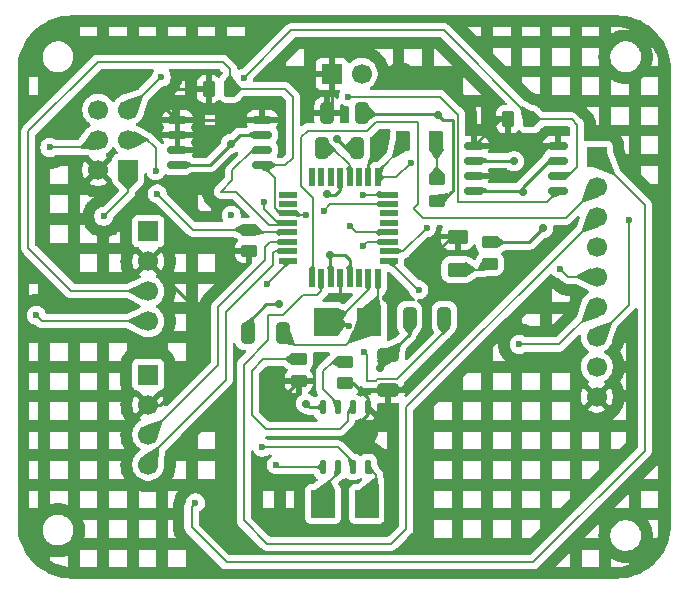
<source format=gbr>
%TF.GenerationSoftware,KiCad,Pcbnew,9.0.1*%
%TF.CreationDate,2025-12-03T13:54:11+03:00*%
%TF.ProjectId,MCU Datalogger wirh 512KB EEPROM,4d435520-4461-4746-916c-6f6767657220,1*%
%TF.SameCoordinates,Original*%
%TF.FileFunction,Copper,L1,Top*%
%TF.FilePolarity,Positive*%
%FSLAX46Y46*%
G04 Gerber Fmt 4.6, Leading zero omitted, Abs format (unit mm)*
G04 Created by KiCad (PCBNEW 9.0.1) date 2025-12-03 13:54:11*
%MOMM*%
%LPD*%
G01*
G04 APERTURE LIST*
G04 Aperture macros list*
%AMRoundRect*
0 Rectangle with rounded corners*
0 $1 Rounding radius*
0 $2 $3 $4 $5 $6 $7 $8 $9 X,Y pos of 4 corners*
0 Add a 4 corners polygon primitive as box body*
4,1,4,$2,$3,$4,$5,$6,$7,$8,$9,$2,$3,0*
0 Add four circle primitives for the rounded corners*
1,1,$1+$1,$2,$3*
1,1,$1+$1,$4,$5*
1,1,$1+$1,$6,$7*
1,1,$1+$1,$8,$9*
0 Add four rect primitives between the rounded corners*
20,1,$1+$1,$2,$3,$4,$5,0*
20,1,$1+$1,$4,$5,$6,$7,0*
20,1,$1+$1,$6,$7,$8,$9,0*
20,1,$1+$1,$8,$9,$2,$3,0*%
G04 Aperture macros list end*
%TA.AperFunction,SMDPad,CuDef*%
%ADD10RoundRect,0.162500X-0.650000X-0.162500X0.650000X-0.162500X0.650000X0.162500X-0.650000X0.162500X0*%
%TD*%
%TA.AperFunction,SMDPad,CuDef*%
%ADD11RoundRect,0.250000X-0.325000X-0.650000X0.325000X-0.650000X0.325000X0.650000X-0.325000X0.650000X0*%
%TD*%
%TA.AperFunction,SMDPad,CuDef*%
%ADD12R,2.000000X2.400000*%
%TD*%
%TA.AperFunction,SMDPad,CuDef*%
%ADD13RoundRect,0.250000X0.625000X-0.375000X0.625000X0.375000X-0.625000X0.375000X-0.625000X-0.375000X0*%
%TD*%
%TA.AperFunction,SMDPad,CuDef*%
%ADD14RoundRect,0.250000X0.450000X-0.262500X0.450000X0.262500X-0.450000X0.262500X-0.450000X-0.262500X0*%
%TD*%
%TA.AperFunction,SMDPad,CuDef*%
%ADD15RoundRect,0.250000X-0.650000X0.325000X-0.650000X-0.325000X0.650000X-0.325000X0.650000X0.325000X0*%
%TD*%
%TA.AperFunction,ComponentPad*%
%ADD16R,1.700000X1.700000*%
%TD*%
%TA.AperFunction,ComponentPad*%
%ADD17C,1.700000*%
%TD*%
%TA.AperFunction,SMDPad,CuDef*%
%ADD18RoundRect,0.250000X-0.262500X-0.450000X0.262500X-0.450000X0.262500X0.450000X-0.262500X0.450000X0*%
%TD*%
%TA.AperFunction,SMDPad,CuDef*%
%ADD19RoundRect,0.078000X-0.182000X-0.492000X0.182000X-0.492000X0.182000X0.492000X-0.182000X0.492000X0*%
%TD*%
%TA.AperFunction,SMDPad,CuDef*%
%ADD20RoundRect,0.250000X0.375000X0.625000X-0.375000X0.625000X-0.375000X-0.625000X0.375000X-0.625000X0*%
%TD*%
%TA.AperFunction,SMDPad,CuDef*%
%ADD21R,0.550000X1.600000*%
%TD*%
%TA.AperFunction,SMDPad,CuDef*%
%ADD22R,1.600000X0.550000*%
%TD*%
%TA.AperFunction,ViaPad*%
%ADD23C,0.700000*%
%TD*%
%TA.AperFunction,ViaPad*%
%ADD24C,0.600000*%
%TD*%
%TA.AperFunction,Conductor*%
%ADD25C,0.250000*%
%TD*%
%TA.AperFunction,Conductor*%
%ADD26C,0.200000*%
%TD*%
G04 APERTURE END LIST*
D10*
%TO.P,U2,1,A0*%
%TO.N,/Vcc*%
X146843500Y-86257100D03*
%TO.P,U2,2,A1*%
%TO.N,GND*%
X146843500Y-87527100D03*
%TO.P,U2,3,A2*%
%TO.N,/Vcc*%
X146843500Y-88797100D03*
%TO.P,U2,4,GND*%
%TO.N,GND*%
X146843500Y-90067100D03*
%TO.P,U2,5,SDA*%
%TO.N,/SDA*%
X154018500Y-90067100D03*
%TO.P,U2,6,SCL*%
%TO.N,/SCL*%
X154018500Y-88797100D03*
%TO.P,U2,7,WP*%
%TO.N,GND*%
X154018500Y-87527100D03*
%TO.P,U2,8,VCC*%
%TO.N,/Vcc*%
X154018500Y-86257100D03*
%TD*%
D11*
%TO.P,C5,1*%
%TO.N,/Vcc*%
X134445000Y-83500000D03*
%TO.P,C5,2*%
%TO.N,GND*%
X137395000Y-83500000D03*
%TD*%
D12*
%TO.P,Y1,1,1*%
%TO.N,Net-(IC1-PB7)*%
X138018500Y-101187100D03*
%TO.P,Y1,2,2*%
%TO.N,Net-(IC1-PB6)*%
X134318500Y-101187100D03*
%TD*%
D13*
%TO.P,D2,1,K*%
%TO.N,Net-(D2-K)*%
X145493500Y-96737100D03*
%TO.P,D2,2,A*%
%TO.N,/Vcc*%
X145493500Y-93937100D03*
%TD*%
D14*
%TO.P,R7,1*%
%TO.N,GND*%
X143718500Y-90899600D03*
%TO.P,R7,2*%
%TO.N,Net-(D1-K)*%
X143718500Y-89074600D03*
%TD*%
%TO.P,R4,1*%
%TO.N,/Vcc*%
X132043500Y-106137100D03*
%TO.P,R4,2*%
%TO.N,Net-(U3-!INTA)*%
X132043500Y-104312100D03*
%TD*%
D15*
%TO.P,C4,1*%
%TO.N,GND*%
X139593500Y-104012100D03*
%TO.P,C4,2*%
%TO.N,/Vcc*%
X139593500Y-106962100D03*
%TD*%
D14*
%TO.P,R6,1*%
%TO.N,/Vcc*%
X127843500Y-95174600D03*
%TO.P,R6,2*%
%TO.N,/RESET*%
X127843500Y-93349600D03*
%TD*%
D16*
%TO.P,J3,1,Pin_1*%
%TO.N,/D2*%
X157268500Y-87182100D03*
D17*
%TO.P,J3,2,Pin_2*%
%TO.N,/D3*%
X157268500Y-89722100D03*
%TO.P,J3,3,Pin_3*%
%TO.N,/D4*%
X157268500Y-92262100D03*
%TO.P,J3,4,Pin_4*%
%TO.N,/D5*%
X157268500Y-94802100D03*
%TO.P,J3,5,Pin_5*%
%TO.N,/D6*%
X157268500Y-97342100D03*
%TO.P,J3,6,Pin_6*%
%TO.N,/D7*%
X157268500Y-99882100D03*
%TO.P,J3,7,Pin_7*%
%TO.N,/D8*%
X157268500Y-102422100D03*
%TO.P,J3,8,Pin_8*%
%TO.N,GND*%
X157268500Y-104962100D03*
%TO.P,J3,9,Pin_9*%
%TO.N,/Vcc*%
X157268500Y-107502100D03*
%TD*%
D12*
%TO.P,Y2,1,1*%
%TO.N,Net-(U3-X1)*%
X134093500Y-116587100D03*
%TO.P,Y2,2,2*%
%TO.N,Net-(U3-X2)*%
X137793500Y-116587100D03*
%TD*%
D16*
%TO.P,BT1,1,+*%
%TO.N,/Vcc*%
X134828500Y-80162100D03*
D17*
%TO.P,BT1,2,-*%
%TO.N,GND*%
X137368500Y-80162100D03*
%TD*%
D16*
%TO.P,J1,1,Pin_1*%
%TO.N,GND*%
X119293500Y-93492100D03*
D17*
%TO.P,J1,2,Pin_2*%
%TO.N,/Vcc*%
X119293500Y-96032100D03*
%TO.P,J1,3,Pin_3*%
%TO.N,/SDA*%
X119293500Y-98572100D03*
%TO.P,J1,4,Pin_4*%
%TO.N,/SCL*%
X119293500Y-101112100D03*
%TD*%
D11*
%TO.P,C3,1*%
%TO.N,GND*%
X141418500Y-100812100D03*
%TO.P,C3,2*%
%TO.N,Net-(IC1-PB6)*%
X144368500Y-100812100D03*
%TD*%
%TO.P,C2,1*%
%TO.N,GND*%
X127745000Y-102140000D03*
%TO.P,C2,2*%
%TO.N,Net-(IC1-PB7)*%
X130695000Y-102140000D03*
%TD*%
D10*
%TO.P,U1,1,A0*%
%TO.N,/Vcc*%
X121768500Y-84067100D03*
%TO.P,U1,2,A1*%
X121768500Y-85337100D03*
%TO.P,U1,3,A2*%
X121768500Y-86607100D03*
%TO.P,U1,4,GND*%
%TO.N,GND*%
X121768500Y-87877100D03*
%TO.P,U1,5,SDA*%
%TO.N,/SDA*%
X128943500Y-87877100D03*
%TO.P,U1,6,SCL*%
%TO.N,/SCL*%
X128943500Y-86607100D03*
%TO.P,U1,7,WP*%
%TO.N,GND*%
X128943500Y-85337100D03*
%TO.P,U1,8,VCC*%
%TO.N,/Vcc*%
X128943500Y-84067100D03*
%TD*%
D14*
%TO.P,R5,1*%
%TO.N,/Vcc*%
X135991600Y-106347900D03*
%TO.P,R5,2*%
%TO.N,Net-(U3-SQW{slash}~INT)*%
X135991600Y-104522900D03*
%TD*%
%TO.P,R1,1*%
%TO.N,Net-(D2-K)*%
X148234400Y-96238700D03*
%TO.P,R1,2*%
%TO.N,GND*%
X148234400Y-94413700D03*
%TD*%
D18*
%TO.P,R3,1*%
%TO.N,/Vcc*%
X149743500Y-84012100D03*
%TO.P,R3,2*%
%TO.N,/SCL*%
X151568500Y-84012100D03*
%TD*%
D11*
%TO.P,C1,1*%
%TO.N,Net-(IC1-AREF)*%
X134025000Y-86420000D03*
%TO.P,C1,2*%
%TO.N,GND*%
X136975000Y-86420000D03*
%TD*%
D19*
%TO.P,U3,1,SCL*%
%TO.N,/SCL*%
X134083500Y-113449600D03*
%TO.P,U3,2,X1*%
%TO.N,Net-(U3-X1)*%
X135353500Y-113449600D03*
%TO.P,U3,3,SDA*%
%TO.N,/SDA*%
X136623500Y-113449600D03*
%TO.P,U3,4,X2*%
%TO.N,Net-(U3-X2)*%
X137893500Y-113449600D03*
%TO.P,U3,5,VCC*%
%TO.N,/Vcc*%
X137893500Y-108409600D03*
%TO.P,U3,6,!INTA*%
%TO.N,Net-(U3-!INTA)*%
X136623500Y-108409600D03*
%TO.P,U3,7,SQW/~INT*%
%TO.N,Net-(U3-SQW{slash}~INT)*%
X135353500Y-108409600D03*
%TO.P,U3,8,GND*%
%TO.N,GND*%
X134083500Y-108409600D03*
%TD*%
D16*
%TO.P,J4,1,Pin_1*%
%TO.N,/MISO*%
X117593500Y-88287100D03*
D17*
%TO.P,J4,2,Pin_2*%
%TO.N,/Vcc*%
X115053500Y-88287100D03*
%TO.P,J4,3,Pin_3*%
%TO.N,/SCK*%
X117593500Y-85747100D03*
%TO.P,J4,4,Pin_4*%
%TO.N,/MOSI*%
X115053500Y-85747100D03*
%TO.P,J4,5,Pin_5*%
%TO.N,/RESET*%
X117593500Y-83207100D03*
%TO.P,J4,6,Pin_6*%
%TO.N,GND*%
X115053500Y-83207100D03*
%TD*%
D20*
%TO.P,D1,1,K*%
%TO.N,Net-(D1-K)*%
X143693500Y-85887100D03*
%TO.P,D1,2,A*%
%TO.N,/SCK*%
X140893500Y-85887100D03*
%TD*%
D18*
%TO.P,R2,1*%
%TO.N,/Vcc*%
X124406000Y-81437100D03*
%TO.P,R2,2*%
%TO.N,/SDA*%
X126231000Y-81437100D03*
%TD*%
D21*
%TO.P,IC1,1,PD3*%
%TO.N,/D3*%
X133143500Y-97437100D03*
%TO.P,IC1,2,PD4*%
%TO.N,/D4*%
X133943500Y-97437100D03*
%TO.P,IC1,3,GND*%
%TO.N,GND*%
X134743500Y-97437100D03*
%TO.P,IC1,4,VCC*%
%TO.N,/Vcc*%
X135543500Y-97437100D03*
%TO.P,IC1,5,GND*%
%TO.N,GND*%
X136343500Y-97437100D03*
%TO.P,IC1,6,VCC*%
%TO.N,unconnected-(IC1-VCC-Pad6)*%
X137143500Y-97437100D03*
%TO.P,IC1,7,PB6*%
%TO.N,Net-(IC1-PB6)*%
X137943500Y-97437100D03*
%TO.P,IC1,8,PB7*%
%TO.N,Net-(IC1-PB7)*%
X138743500Y-97437100D03*
D22*
%TO.P,IC1,9,PD5*%
%TO.N,/D5*%
X139668500Y-95987100D03*
%TO.P,IC1,10,PD6*%
%TO.N,/D6*%
X139668500Y-95187100D03*
%TO.P,IC1,11,PD7*%
%TO.N,/D7*%
X139668500Y-94387100D03*
%TO.P,IC1,12,PB0*%
%TO.N,/D8*%
X139668500Y-93587100D03*
%TO.P,IC1,13,PB1*%
%TO.N,unconnected-(IC1-PB1-Pad13)*%
X139668500Y-92787100D03*
%TO.P,IC1,14,PB2*%
%TO.N,unconnected-(IC1-PB2-Pad14)*%
X139668500Y-91987100D03*
%TO.P,IC1,15,PB3*%
%TO.N,/MOSI*%
X139668500Y-91187100D03*
%TO.P,IC1,16,PB4*%
%TO.N,/MISO*%
X139668500Y-90387100D03*
D21*
%TO.P,IC1,17,PB5*%
%TO.N,/SCK*%
X138743500Y-88937100D03*
%TO.P,IC1,18,AVCC*%
%TO.N,/Vcc*%
X137943500Y-88937100D03*
%TO.P,IC1,19,ADC6*%
%TO.N,unconnected-(IC1-ADC6-Pad19)*%
X137143500Y-88937100D03*
%TO.P,IC1,20,AREF*%
%TO.N,Net-(IC1-AREF)*%
X136343500Y-88937100D03*
%TO.P,IC1,21,GND*%
%TO.N,GND*%
X135543500Y-88937100D03*
%TO.P,IC1,22,ADC7*%
%TO.N,unconnected-(IC1-ADC7-Pad22)*%
X134743500Y-88937100D03*
%TO.P,IC1,23,PC0*%
%TO.N,unconnected-(IC1-PC0-Pad23)*%
X133943500Y-88937100D03*
%TO.P,IC1,24,PC1*%
%TO.N,unconnected-(IC1-PC1-Pad24)*%
X133143500Y-88937100D03*
D22*
%TO.P,IC1,25,PC2*%
%TO.N,unconnected-(IC1-PC2-Pad25)*%
X131168500Y-90387100D03*
%TO.P,IC1,26,PC3*%
%TO.N,unconnected-(IC1-PC3-Pad26)*%
X131168500Y-91187100D03*
%TO.P,IC1,27,PC4*%
%TO.N,/SDA*%
X131168500Y-91987100D03*
%TO.P,IC1,28,PC5*%
%TO.N,/SCL*%
X131168500Y-92787100D03*
%TO.P,IC1,29,PC6*%
%TO.N,/RESET*%
X131168500Y-93587100D03*
%TO.P,IC1,30,PD0*%
%TO.N,/RX*%
X131168500Y-94387100D03*
%TO.P,IC1,31,PD1*%
%TO.N,/TX*%
X131168500Y-95187100D03*
%TO.P,IC1,32,PD2*%
%TO.N,/D2*%
X131168500Y-95987100D03*
%TD*%
D16*
%TO.P,J2,1,Pin_1*%
%TO.N,GND*%
X119293500Y-105627100D03*
D17*
%TO.P,J2,2,Pin_2*%
%TO.N,/Vcc*%
X119293500Y-108167100D03*
%TO.P,J2,3,Pin_3*%
%TO.N,/RX*%
X119293500Y-110707100D03*
%TO.P,J2,4,Pin_4*%
%TO.N,/TX*%
X119293500Y-113247100D03*
%TD*%
D23*
%TO.N,GND*%
X150250000Y-87570000D03*
X130350000Y-99690000D03*
X134389932Y-90331935D03*
X143790000Y-83630000D03*
X135300000Y-85670000D03*
X151010000Y-90140000D03*
X132650000Y-108080000D03*
X126310000Y-86070000D03*
X138930000Y-105070000D03*
X152720000Y-93250000D03*
X134700000Y-95540000D03*
%TO.N,/Vcc*%
X137420000Y-110420000D03*
X135550000Y-99170000D03*
X147300000Y-99860000D03*
X138990000Y-85840000D03*
X142390000Y-95410000D03*
X139443500Y-99170000D03*
X153530000Y-85090000D03*
X129800000Y-108250000D03*
X120330000Y-82420000D03*
X140630000Y-80490000D03*
D24*
%TO.N,Net-(IC1-PB6)*%
X136280000Y-101480000D03*
X137560000Y-103750000D03*
%TO.N,/SCK*%
X119930000Y-88360000D03*
X141500000Y-87750000D03*
%TO.N,/SDA*%
X128960000Y-111790000D03*
X136210000Y-82120000D03*
X132610000Y-92130000D03*
%TO.N,/D2*%
X129340000Y-98000000D03*
X123290000Y-116490000D03*
%TO.N,/D7*%
X150710000Y-103080000D03*
X137480000Y-94700000D03*
%TO.N,/RESET*%
X120390000Y-80460000D03*
X120060000Y-90330000D03*
%TO.N,/MOSI*%
X134140000Y-91750000D03*
X110960000Y-86400000D03*
%TO.N,/D5*%
X142200000Y-98460000D03*
%TO.N,/D6*%
X154170000Y-96670000D03*
X142890000Y-93180000D03*
%TO.N,/SCL*%
X130150000Y-113280000D03*
X129100000Y-90980000D03*
X109820000Y-100600000D03*
X127370000Y-80520000D03*
%TO.N,/D8*%
X159990000Y-92520000D03*
X136360000Y-93070000D03*
%TO.N,/MISO*%
X115530000Y-92220000D03*
X137440000Y-90430000D03*
X126330000Y-92150000D03*
%TD*%
D25*
%TO.N,GND*%
X150937100Y-90067100D02*
X151010000Y-90140000D01*
X127745000Y-101240000D02*
X129295000Y-99690000D01*
X124502900Y-87877100D02*
X126310000Y-86070000D01*
X144260400Y-90899600D02*
X144970000Y-90190000D01*
X141418500Y-100812100D02*
X141418500Y-102187100D01*
X143718500Y-90899600D02*
X144260400Y-90899600D01*
X143747100Y-83587100D02*
X143790000Y-83630000D01*
X144270000Y-84110000D02*
X143790000Y-83630000D01*
X151010000Y-90140000D02*
X151010000Y-89740000D01*
X146843500Y-90067100D02*
X150937100Y-90067100D01*
X135110600Y-90420000D02*
X135543500Y-89987100D01*
X137482100Y-83587100D02*
X143747100Y-83587100D01*
X136975000Y-86420000D02*
X136050000Y-86420000D01*
X126310000Y-86070000D02*
X127042900Y-85337100D01*
X145064000Y-84110000D02*
X144270000Y-84110000D01*
X144970000Y-90190000D02*
X145064000Y-90096000D01*
X138930000Y-104675600D02*
X139593500Y-104012100D01*
X150207100Y-87527100D02*
X150250000Y-87570000D01*
X134477997Y-90420000D02*
X135110600Y-90420000D01*
X127042900Y-85337100D02*
X128943500Y-85337100D01*
X148234400Y-94413700D02*
X151556300Y-94413700D01*
X137395000Y-83500000D02*
X137482100Y-83587100D01*
X134083500Y-108409600D02*
X132979600Y-108409600D01*
X151556300Y-94413700D02*
X152720000Y-93250000D01*
X134700000Y-95540000D02*
X134700000Y-97393600D01*
X136343500Y-95903500D02*
X136343500Y-97437100D01*
X145064000Y-90096000D02*
X145064000Y-84110000D01*
X135543500Y-89987100D02*
X135543500Y-88937100D01*
X153222900Y-87527100D02*
X154018500Y-87527100D01*
X129295000Y-99690000D02*
X130350000Y-99690000D01*
X132979600Y-108409600D02*
X132650000Y-108080000D01*
X134700000Y-95540000D02*
X135980000Y-95540000D01*
X127745000Y-102140000D02*
X127745000Y-101240000D01*
X121768500Y-87877100D02*
X124502900Y-87877100D01*
X134700000Y-97393600D02*
X134743500Y-97437100D01*
X138930000Y-105070000D02*
X138930000Y-104675600D01*
X141418500Y-102187100D02*
X139593500Y-104012100D01*
X136050000Y-86420000D02*
X135300000Y-85670000D01*
X134389932Y-90331935D02*
X134477997Y-90420000D01*
X135980000Y-95540000D02*
X136343500Y-95903500D01*
X151010000Y-89740000D02*
X153222900Y-87527100D01*
X146843500Y-87527100D02*
X150207100Y-87527100D01*
%TO.N,/Vcc*%
X146227800Y-101320600D02*
X140586300Y-106962100D01*
X121768500Y-84067100D02*
X121768500Y-85337100D01*
X143171200Y-95741200D02*
X142519400Y-96393000D01*
X119293500Y-96032100D02*
X120151000Y-95174600D01*
X136647900Y-106347900D02*
X137893500Y-107593500D01*
X121635900Y-81437100D02*
X121361200Y-81711800D01*
X137893500Y-107593500D02*
X137893500Y-108409600D01*
X146227800Y-100101400D02*
X146227800Y-101320600D01*
X145758200Y-99631800D02*
X146227800Y-100101400D01*
X145493500Y-93937100D02*
X144975300Y-93937100D01*
X135543500Y-99163500D02*
X135550000Y-99170000D01*
X121768500Y-85337100D02*
X121768500Y-86607100D01*
X137895000Y-109005000D02*
X137893500Y-109003500D01*
X135991600Y-106347900D02*
X136647900Y-106347900D01*
X140586300Y-106962100D02*
X139593500Y-106962100D01*
X147071800Y-99631800D02*
X147300000Y-99860000D01*
X120151000Y-95174600D02*
X127843500Y-95174600D01*
X132043500Y-106137100D02*
X129930600Y-108250000D01*
X123012200Y-105486200D02*
X123012200Y-99750800D01*
X124406000Y-81437100D02*
X121635900Y-81437100D01*
X142390000Y-95410000D02*
X142721200Y-95741200D01*
X150592900Y-88797100D02*
X153132900Y-86257100D01*
X142519400Y-96393000D02*
X145758200Y-99631800D01*
X134828500Y-80162100D02*
X134828500Y-83202100D01*
X149088500Y-84012100D02*
X146843500Y-86257100D01*
X153530000Y-85090000D02*
X153227100Y-85090000D01*
X120330000Y-82420000D02*
X120330000Y-82628600D01*
X119293500Y-108167100D02*
X120331300Y-108167100D01*
X153132900Y-86257100D02*
X154018500Y-86257100D01*
X137943500Y-87786500D02*
X138990000Y-86740000D01*
X129930600Y-108250000D02*
X129800000Y-108250000D01*
X123012200Y-99750800D02*
X119293500Y-96032100D01*
X142721200Y-95741200D02*
X143171200Y-95741200D01*
X135543500Y-97437100D02*
X135543500Y-99163500D01*
X144975300Y-93937100D02*
X143171200Y-95741200D01*
X121768500Y-84067100D02*
X128943500Y-84067100D01*
X146843500Y-86257100D02*
X152060000Y-86257100D01*
X137420000Y-110420000D02*
X137420000Y-109480000D01*
X137943500Y-88937100D02*
X137943500Y-87786500D01*
X153227100Y-85090000D02*
X152060000Y-86257100D01*
X137420000Y-109480000D02*
X137895000Y-109005000D01*
X152060000Y-86257100D02*
X154018500Y-86257100D01*
X134530600Y-83500000D02*
X134445000Y-83500000D01*
X146843500Y-88797100D02*
X150592900Y-88797100D01*
X120330000Y-82628600D02*
X121768500Y-84067100D01*
X121361200Y-83659800D02*
X121768500Y-84067100D01*
X121361200Y-81711800D02*
X121361200Y-83659800D01*
X137893500Y-109003500D02*
X137893500Y-108409600D01*
X138990000Y-86740000D02*
X138990000Y-85840000D01*
X120331300Y-108167100D02*
X123012200Y-105486200D01*
X145758200Y-99631800D02*
X147071800Y-99631800D01*
X134828500Y-83202100D02*
X134530600Y-83500000D01*
X149743500Y-84012100D02*
X149088500Y-84012100D01*
D26*
%TO.N,Net-(IC1-AREF)*%
X134881100Y-86431100D02*
X136343500Y-87893500D01*
X134025000Y-86420000D02*
X134036100Y-86431100D01*
X134036100Y-86431100D02*
X134881100Y-86431100D01*
X136343500Y-87893500D02*
X136343500Y-88937100D01*
%TO.N,Net-(IC1-PB7)*%
X136056200Y-103149400D02*
X138018500Y-101187100D01*
X138018500Y-101187100D02*
X138743500Y-100462100D01*
X130695000Y-102140000D02*
X131704400Y-103149400D01*
X131704400Y-103149400D02*
X136056200Y-103149400D01*
X138743500Y-100462100D02*
X138743500Y-97437100D01*
%TO.N,Net-(IC1-PB6)*%
X136280000Y-101480000D02*
X136020000Y-101480000D01*
X135193500Y-101187100D02*
X137943500Y-98437100D01*
X137810000Y-106170000D02*
X137810000Y-104000000D01*
X137810000Y-104000000D02*
X137560000Y-103750000D01*
X136020000Y-101480000D02*
X135727100Y-101187100D01*
X144368500Y-102061500D02*
X140393900Y-106036100D01*
X134318500Y-101187100D02*
X135193500Y-101187100D01*
X140393900Y-106036100D02*
X138687630Y-106036100D01*
X144368500Y-100812100D02*
X144368500Y-102061500D01*
X135727100Y-101187100D02*
X134318500Y-101187100D01*
X138687630Y-106036100D02*
X138553730Y-106170000D01*
X138553730Y-106170000D02*
X137810000Y-106170000D01*
X137943500Y-98437100D02*
X137943500Y-97437100D01*
%TO.N,/SCK*%
X119930000Y-86450000D02*
X119930000Y-88360000D01*
X119760000Y-86280000D02*
X119930000Y-86450000D01*
X140893500Y-85887100D02*
X140893500Y-86309500D01*
X140312900Y-88937100D02*
X138743500Y-88937100D01*
X140893500Y-86309500D02*
X138743500Y-88459500D01*
X119227100Y-85747100D02*
X119760000Y-86280000D01*
X138743500Y-88459500D02*
X138743500Y-88937100D01*
X141500000Y-87750000D02*
X140312900Y-88937100D01*
X117593500Y-85747100D02*
X119227100Y-85747100D01*
%TO.N,Net-(D1-K)*%
X143718500Y-85912100D02*
X143693500Y-85887100D01*
X143718500Y-89074600D02*
X143718500Y-85912100D01*
%TO.N,Net-(D2-K)*%
X147736000Y-96737100D02*
X148234400Y-96238700D01*
X145493500Y-96737100D02*
X147736000Y-96737100D01*
%TO.N,/SDA*%
X132610000Y-92130000D02*
X131311400Y-92130000D01*
X145540000Y-91040000D02*
X145540000Y-83660000D01*
X136623500Y-113449600D02*
X136623500Y-113063500D01*
X112796100Y-98572100D02*
X109143800Y-94919800D01*
X131521200Y-82118200D02*
X131521200Y-87249000D01*
X131311400Y-92130000D02*
X131168500Y-91987100D01*
X130893100Y-87877100D02*
X128943500Y-87877100D01*
X126231000Y-81437100D02*
X130840100Y-81437100D01*
X153045600Y-91040000D02*
X145540000Y-91040000D01*
X131521200Y-87249000D02*
X130893100Y-87877100D01*
X130840100Y-81437100D02*
X131521200Y-82118200D01*
X109143800Y-85039200D02*
X115011200Y-79171800D01*
X115011200Y-79171800D02*
X125614400Y-79171800D01*
X119293500Y-98572100D02*
X112796100Y-98572100D01*
X145540000Y-83660000D02*
X144000000Y-82120000D01*
X130010000Y-88943600D02*
X128943500Y-87877100D01*
X126231000Y-79788400D02*
X126231000Y-81437100D01*
X154018500Y-90067100D02*
X153045600Y-91040000D01*
X125614400Y-79171800D02*
X126231000Y-79788400D01*
X130010000Y-91537943D02*
X130010000Y-88943600D01*
X136623500Y-113063500D02*
X135350000Y-111790000D01*
X109143800Y-94919800D02*
X109143800Y-85039200D01*
X144000000Y-82120000D02*
X136210000Y-82120000D01*
X135350000Y-111790000D02*
X128960000Y-111790000D01*
X130459157Y-91987100D02*
X130010000Y-91537943D01*
X131168500Y-91987100D02*
X130459157Y-91987100D01*
%TO.N,/RX*%
X129209800Y-95885000D02*
X129209800Y-94792800D01*
X129615500Y-94387100D02*
X131168500Y-94387100D01*
X129209800Y-94792800D02*
X129615500Y-94387100D01*
X119293500Y-110707100D02*
X125222000Y-104778600D01*
X125222000Y-99872800D02*
X129209800Y-95885000D01*
X125222000Y-104778600D02*
X125222000Y-99872800D01*
%TO.N,/D2*%
X161320000Y-112070000D02*
X151870000Y-121520000D01*
X151870000Y-121520000D02*
X125930000Y-121520000D01*
X122960000Y-116820000D02*
X123290000Y-116490000D01*
X125930000Y-121520000D02*
X122960000Y-118550000D01*
X131168500Y-96171500D02*
X131168500Y-95987100D01*
X161320000Y-91233600D02*
X161320000Y-112070000D01*
X122960000Y-118550000D02*
X122960000Y-116820000D01*
X129340000Y-98000000D02*
X131168500Y-96171500D01*
X157268500Y-87182100D02*
X161320000Y-91233600D01*
%TO.N,/D7*%
X154070600Y-103080000D02*
X150710000Y-103080000D01*
X137792900Y-94387100D02*
X139668500Y-94387100D01*
X137480000Y-94700000D02*
X137792900Y-94387100D01*
X157268500Y-99882100D02*
X154070600Y-103080000D01*
%TO.N,/TX*%
X125857000Y-100355400D02*
X129850000Y-96362400D01*
X125857000Y-106095800D02*
X125857000Y-100355400D01*
X119293500Y-113247100D02*
X119293500Y-112659300D01*
X119293500Y-112659300D02*
X125857000Y-106095800D01*
X130032900Y-95187100D02*
X131168500Y-95187100D01*
X129850000Y-95370000D02*
X130032900Y-95187100D01*
X129850000Y-96362400D02*
X129850000Y-95370000D01*
%TO.N,/RESET*%
X128081000Y-93587100D02*
X131168500Y-93587100D01*
X120340600Y-80460000D02*
X120390000Y-80460000D01*
X123079600Y-93349600D02*
X127843500Y-93349600D01*
X127843500Y-93349600D02*
X128081000Y-93587100D01*
X117593500Y-83207100D02*
X120340600Y-80460000D01*
X120060000Y-90330000D02*
X123079600Y-93349600D01*
%TO.N,/MOSI*%
X134140000Y-91750000D02*
X134702900Y-91187100D01*
X115053500Y-85747100D02*
X114400600Y-86400000D01*
X114400600Y-86400000D02*
X110960000Y-86400000D01*
X134702900Y-91187100D02*
X139668500Y-91187100D01*
%TO.N,/D5*%
X142141400Y-98460000D02*
X139668500Y-95987100D01*
X142200000Y-98460000D02*
X142141400Y-98460000D01*
%TO.N,/D6*%
X142890000Y-93180000D02*
X140882900Y-95187100D01*
X140882900Y-95187100D02*
X139668500Y-95187100D01*
X157268500Y-97342100D02*
X154842100Y-97342100D01*
X154842100Y-97342100D02*
X154170000Y-96670000D01*
%TO.N,/D4*%
X133943500Y-98556500D02*
X133943500Y-97437100D01*
X130683000Y-100609400D02*
X132384800Y-98907600D01*
X129438400Y-100609400D02*
X130683000Y-100609400D01*
X129438400Y-102717600D02*
X129438400Y-100609400D01*
X129348800Y-119938800D02*
X127381000Y-117971000D01*
X141122400Y-108408200D02*
X141122400Y-118668800D01*
X127381000Y-117971000D02*
X127381000Y-104775000D01*
X141122400Y-118668800D02*
X139852400Y-119938800D01*
X139852400Y-119938800D02*
X129348800Y-119938800D01*
X157268500Y-92262100D02*
X141122400Y-108408200D01*
X127381000Y-104775000D02*
X129438400Y-102717600D01*
X133592400Y-98907600D02*
X133943500Y-98556500D01*
X132384800Y-98907600D02*
X133592400Y-98907600D01*
%TO.N,/SCL*%
X126720600Y-90144600D02*
X125450600Y-90144600D01*
X126410000Y-89185200D02*
X126410000Y-88328101D01*
X110332100Y-101112100D02*
X109820000Y-100600000D01*
X129100000Y-91595600D02*
X130291500Y-92787100D01*
X154830999Y-88797100D02*
X155600400Y-88027699D01*
X128131001Y-86607100D02*
X128943500Y-86607100D01*
X151568500Y-83708500D02*
X144340000Y-76480000D01*
X125450600Y-90144600D02*
X126410000Y-89185200D01*
X130995600Y-92960000D02*
X129536000Y-92960000D01*
X154018500Y-88797100D02*
X154830999Y-88797100D01*
X130319600Y-113449600D02*
X130150000Y-113280000D01*
X130291500Y-92787100D02*
X131168500Y-92787100D01*
X155600400Y-88027699D02*
X155600400Y-84480400D01*
X129536000Y-92960000D02*
X126720600Y-90144600D01*
X144340000Y-76480000D02*
X131410000Y-76480000D01*
X126410000Y-88328101D02*
X128131001Y-86607100D01*
X131168500Y-92787100D02*
X130995600Y-92960000D01*
X134083500Y-113449600D02*
X130319600Y-113449600D01*
X131410000Y-76480000D02*
X127370000Y-80520000D01*
X119293500Y-101112100D02*
X110332100Y-101112100D01*
X151568500Y-84012100D02*
X151568500Y-83708500D01*
X129100000Y-90980000D02*
X129100000Y-91595600D01*
X155600400Y-84480400D02*
X155132100Y-84012100D01*
X155132100Y-84012100D02*
X151568500Y-84012100D01*
%TO.N,/D3*%
X133250000Y-90654200D02*
X133250000Y-97330600D01*
X142163800Y-84251800D02*
X138560670Y-84251800D01*
X132784200Y-84970000D02*
X132232400Y-85521800D01*
X132232400Y-85521800D02*
X132232400Y-89636600D01*
X133250000Y-97330600D02*
X133143500Y-97437100D01*
X141808200Y-91643200D02*
X141808200Y-91541600D01*
X142525000Y-92360000D02*
X141808200Y-91643200D01*
X142163800Y-91186000D02*
X142163800Y-84251800D01*
X154630600Y-92360000D02*
X142525000Y-92360000D01*
X132232400Y-89636600D02*
X133250000Y-90654200D01*
X157268500Y-89722100D02*
X154630600Y-92360000D01*
X137842470Y-84970000D02*
X132784200Y-84970000D01*
X138560670Y-84251800D02*
X137842470Y-84970000D01*
X141808200Y-91541600D02*
X142163800Y-91186000D01*
%TO.N,/D8*%
X159990000Y-99700600D02*
X159990000Y-92520000D01*
X157268500Y-102422100D02*
X159990000Y-99700600D01*
X136360000Y-93070000D02*
X136877100Y-93587100D01*
X136877100Y-93587100D02*
X139668500Y-93587100D01*
%TO.N,/MISO*%
X137440000Y-90430000D02*
X137440000Y-90414200D01*
X137440000Y-90414200D02*
X137467100Y-90387100D01*
X117593500Y-90156500D02*
X115530000Y-92220000D01*
X117593500Y-88287100D02*
X117593500Y-90156500D01*
X137467100Y-90387100D02*
X139668500Y-90387100D01*
%TO.N,Net-(U3-!INTA)*%
X129260600Y-110210600D02*
X135509000Y-110210600D01*
X136169400Y-108863700D02*
X136623500Y-108409600D01*
X128066800Y-105283000D02*
X128066800Y-109016800D01*
X129037700Y-104312100D02*
X128066800Y-105283000D01*
X136169400Y-109550200D02*
X136169400Y-108863700D01*
X135509000Y-110210600D02*
X136169400Y-109550200D01*
X128066800Y-109016800D02*
X129260600Y-110210600D01*
X132043500Y-104312100D02*
X129037700Y-104312100D01*
%TO.N,Net-(U3-SQW{slash}~INT)*%
X135991600Y-104522900D02*
X134922900Y-104522900D01*
X135353500Y-108124700D02*
X135353500Y-108409600D01*
X134112000Y-106883200D02*
X135353500Y-108124700D01*
X134112000Y-105333800D02*
X134112000Y-106883200D01*
X134922900Y-104522900D02*
X134112000Y-105333800D01*
%TO.N,Net-(U3-X1)*%
X134093500Y-116587100D02*
X134093500Y-115196500D01*
X134093500Y-115196500D02*
X135353500Y-113936500D01*
X135353500Y-113936500D02*
X135353500Y-113449600D01*
%TO.N,Net-(U3-X2)*%
X138610000Y-114166100D02*
X137893500Y-113449600D01*
X137793500Y-116587100D02*
X138610000Y-115770600D01*
X138610000Y-115770600D02*
X138610000Y-114166100D01*
%TD*%
%TA.AperFunction,Conductor*%
%TO.N,/Vcc*%
G36*
X155741270Y-92201077D02*
G01*
X155797203Y-92242949D01*
X155821620Y-92308413D01*
X155815599Y-92356391D01*
X155571033Y-93091762D01*
X155541051Y-93140311D01*
X141200048Y-107481315D01*
X141138725Y-107514800D01*
X141069033Y-107509816D01*
X141013100Y-107467944D01*
X140988683Y-107402480D01*
X140989009Y-107381029D01*
X140993499Y-107337081D01*
X140993500Y-107337073D01*
X140993500Y-107212100D01*
X139843500Y-107212100D01*
X139843500Y-108037099D01*
X140293472Y-108037099D01*
X140293486Y-108037098D01*
X140396194Y-108026606D01*
X140404807Y-108023752D01*
X140474635Y-108021348D01*
X140534678Y-108057078D01*
X140565873Y-108119597D01*
X140563590Y-108173550D01*
X140521899Y-108329143D01*
X140521899Y-108497246D01*
X140521900Y-108497259D01*
X140521900Y-118368703D01*
X140502215Y-118435742D01*
X140485581Y-118456384D01*
X139639984Y-119301981D01*
X139578661Y-119335466D01*
X139552303Y-119338300D01*
X129648897Y-119338300D01*
X129581858Y-119318615D01*
X129561216Y-119301981D01*
X128017819Y-117758584D01*
X127984334Y-117697261D01*
X127981500Y-117670903D01*
X127981500Y-116962602D01*
X128979500Y-116962602D01*
X129982603Y-116962602D01*
X130980603Y-116962602D01*
X131595001Y-116962602D01*
X131595000Y-115460602D01*
X130980603Y-115460602D01*
X130980603Y-116962602D01*
X129982603Y-116962602D01*
X129982603Y-115460602D01*
X128979500Y-115460602D01*
X128979500Y-116962602D01*
X127981500Y-116962602D01*
X127981500Y-112142889D01*
X128001185Y-112075850D01*
X128053989Y-112030095D01*
X128123147Y-112020151D01*
X128186703Y-112049176D01*
X128220061Y-112095437D01*
X128250602Y-112169172D01*
X128250609Y-112169185D01*
X128338210Y-112300288D01*
X128338213Y-112300292D01*
X128449707Y-112411786D01*
X128449711Y-112411789D01*
X128580814Y-112499390D01*
X128580827Y-112499397D01*
X128690946Y-112545009D01*
X128726503Y-112559737D01*
X128878579Y-112589987D01*
X128881153Y-112590499D01*
X128881156Y-112590500D01*
X128881158Y-112590500D01*
X129038844Y-112590500D01*
X129038845Y-112590499D01*
X129193497Y-112559737D01*
X129339179Y-112499394D01*
X129346256Y-112494665D01*
X129470875Y-112411398D01*
X129537553Y-112390520D01*
X129539766Y-112390500D01*
X129631595Y-112390500D01*
X129698634Y-112410185D01*
X129744389Y-112462989D01*
X129754333Y-112532147D01*
X129725308Y-112595703D01*
X129700486Y-112617602D01*
X129639711Y-112658210D01*
X129639707Y-112658213D01*
X129528213Y-112769707D01*
X129528210Y-112769711D01*
X129440609Y-112900814D01*
X129440602Y-112900827D01*
X129380264Y-113046498D01*
X129380261Y-113046510D01*
X129349500Y-113201153D01*
X129349500Y-113358846D01*
X129380261Y-113513489D01*
X129380264Y-113513501D01*
X129440602Y-113659172D01*
X129440609Y-113659185D01*
X129528210Y-113790288D01*
X129528213Y-113790292D01*
X129639707Y-113901786D01*
X129639711Y-113901789D01*
X129770814Y-113989390D01*
X129770827Y-113989397D01*
X129916498Y-114049735D01*
X129916503Y-114049737D01*
X130071153Y-114080499D01*
X130071156Y-114080500D01*
X130071158Y-114080500D01*
X130228844Y-114080500D01*
X130324795Y-114061413D01*
X130369687Y-114052483D01*
X130393878Y-114050101D01*
X130406254Y-114050101D01*
X130406270Y-114050100D01*
X133237424Y-114050100D01*
X133304463Y-114069785D01*
X133350218Y-114122589D01*
X133351985Y-114126648D01*
X133396178Y-114233341D01*
X133396178Y-114233342D01*
X133396180Y-114233345D01*
X133396181Y-114233346D01*
X133457310Y-114313011D01*
X133488910Y-114354192D01*
X133490969Y-114355772D01*
X133596953Y-114437096D01*
X133638155Y-114493523D01*
X133642310Y-114563269D01*
X133608098Y-114624189D01*
X133592466Y-114637132D01*
X133267254Y-114864261D01*
X133201021Y-114886508D01*
X133196255Y-114886600D01*
X133045630Y-114886600D01*
X133045623Y-114886601D01*
X132986016Y-114893008D01*
X132851171Y-114943302D01*
X132851164Y-114943306D01*
X132735955Y-115029552D01*
X132735952Y-115029555D01*
X132649706Y-115144764D01*
X132649702Y-115144771D01*
X132599408Y-115279617D01*
X132593001Y-115339216D01*
X132593001Y-115339223D01*
X132593000Y-115339235D01*
X132593000Y-117834970D01*
X132593001Y-117834976D01*
X132599408Y-117894583D01*
X132649702Y-118029428D01*
X132649706Y-118029435D01*
X132735952Y-118144644D01*
X132735955Y-118144647D01*
X132851164Y-118230893D01*
X132851171Y-118230897D01*
X132986017Y-118281191D01*
X132986016Y-118281191D01*
X132992944Y-118281935D01*
X133045627Y-118287600D01*
X135141372Y-118287599D01*
X135200983Y-118281191D01*
X135335831Y-118230896D01*
X135451046Y-118144646D01*
X135537296Y-118029431D01*
X135587591Y-117894583D01*
X135594000Y-117834973D01*
X135593999Y-115357988D01*
X135594218Y-115350626D01*
X135594433Y-115347013D01*
X135594430Y-115346977D01*
X135594244Y-115342532D01*
X135594176Y-115342536D01*
X135593999Y-115339235D01*
X135593999Y-115339228D01*
X135587591Y-115279617D01*
X135546569Y-115169634D01*
X135545609Y-115166964D01*
X135539226Y-115148524D01*
X135539223Y-115148518D01*
X135539222Y-115148515D01*
X135538841Y-115147625D01*
X135537747Y-115145604D01*
X135536608Y-115143447D01*
X135394107Y-114867108D01*
X135380877Y-114798504D01*
X135406838Y-114733637D01*
X135416628Y-114722605D01*
X135480133Y-114659100D01*
X135496518Y-114645329D01*
X135512042Y-114634423D01*
X135614094Y-114538340D01*
X135676394Y-114506719D01*
X135682881Y-114505688D01*
X135686519Y-114505210D01*
X135827246Y-114446919D01*
X135913014Y-114381106D01*
X135978182Y-114355912D01*
X136046627Y-114369950D01*
X136063983Y-114381104D01*
X136100875Y-114409413D01*
X136149752Y-114446918D01*
X136149758Y-114446921D01*
X136220117Y-114476064D01*
X136290481Y-114505210D01*
X136403582Y-114520100D01*
X136403589Y-114520100D01*
X136843411Y-114520100D01*
X136843418Y-114520100D01*
X136956519Y-114505210D01*
X137097246Y-114446919D01*
X137183014Y-114381106D01*
X137248182Y-114355912D01*
X137316627Y-114369950D01*
X137333983Y-114381104D01*
X137371806Y-114410127D01*
X137413009Y-114466555D01*
X137417163Y-114536301D01*
X137382950Y-114597221D01*
X137370568Y-114607815D01*
X137030697Y-114861913D01*
X136965218Y-114886289D01*
X136956449Y-114886600D01*
X136745630Y-114886600D01*
X136745623Y-114886601D01*
X136686016Y-114893008D01*
X136551171Y-114943302D01*
X136551164Y-114943306D01*
X136435955Y-115029552D01*
X136435952Y-115029555D01*
X136349706Y-115144764D01*
X136349702Y-115144771D01*
X136299408Y-115279617D01*
X136293001Y-115339216D01*
X136293001Y-115339223D01*
X136293000Y-115339235D01*
X136293000Y-117834970D01*
X136293001Y-117834976D01*
X136299408Y-117894583D01*
X136349702Y-118029428D01*
X136349706Y-118029435D01*
X136435952Y-118144644D01*
X136435955Y-118144647D01*
X136551164Y-118230893D01*
X136551171Y-118230897D01*
X136686017Y-118281191D01*
X136686016Y-118281191D01*
X136692944Y-118281935D01*
X136745627Y-118287600D01*
X138841372Y-118287599D01*
X138900983Y-118281191D01*
X139035831Y-118230896D01*
X139151046Y-118144646D01*
X139237296Y-118029431D01*
X139287591Y-117894583D01*
X139294000Y-117834973D01*
X139293999Y-115391784D01*
X139294218Y-115384413D01*
X139296848Y-115340260D01*
X139214643Y-114355763D01*
X139211332Y-114327359D01*
X139210500Y-114313011D01*
X139210500Y-114255159D01*
X139210501Y-114255146D01*
X139210501Y-114087045D01*
X139210501Y-114087043D01*
X139169577Y-113934315D01*
X139132397Y-113869918D01*
X139090520Y-113797384D01*
X138978716Y-113685580D01*
X138978715Y-113685579D01*
X138974385Y-113681249D01*
X138974374Y-113681239D01*
X138840385Y-113547250D01*
X138818476Y-113517586D01*
X138668410Y-113234124D01*
X138654000Y-113176107D01*
X138654000Y-112919688D01*
X138653999Y-112919674D01*
X138651516Y-112900814D01*
X138639110Y-112806581D01*
X138580821Y-112665858D01*
X138580821Y-112665857D01*
X138580819Y-112665854D01*
X138488091Y-112545009D01*
X138367246Y-112452281D01*
X138367243Y-112452280D01*
X138367241Y-112452278D01*
X138226522Y-112393991D01*
X138226520Y-112393990D01*
X138226519Y-112393990D01*
X138212381Y-112392128D01*
X138113425Y-112379100D01*
X138113418Y-112379100D01*
X137673582Y-112379100D01*
X137673574Y-112379100D01*
X137560481Y-112393990D01*
X137560477Y-112393991D01*
X137419758Y-112452278D01*
X137419753Y-112452281D01*
X137333986Y-112518093D01*
X137268817Y-112543287D01*
X137200372Y-112529249D01*
X137183014Y-112518093D01*
X137097246Y-112452281D01*
X137097241Y-112452278D01*
X136956522Y-112393991D01*
X136956520Y-112393990D01*
X136956519Y-112393990D01*
X136942398Y-112392131D01*
X136853952Y-112380486D01*
X136791230Y-112353199D01*
X136656667Y-112242190D01*
X136639367Y-112228759D01*
X136627728Y-112218493D01*
X135837590Y-111428355D01*
X135837588Y-111428352D01*
X135718717Y-111309481D01*
X135718716Y-111309480D01*
X135631904Y-111259360D01*
X135631904Y-111259359D01*
X135631900Y-111259358D01*
X135581785Y-111230423D01*
X135515747Y-111212728D01*
X138480603Y-111212728D01*
X138480603Y-111428866D01*
X138516382Y-111438453D01*
X138524150Y-111440809D01*
X138570649Y-111456594D01*
X138578241Y-111459452D01*
X138779360Y-111542757D01*
X138786753Y-111546106D01*
X138830806Y-111567831D01*
X138837965Y-111571658D01*
X138894569Y-111604341D01*
X138901457Y-111608624D01*
X138942276Y-111635899D01*
X138948871Y-111640626D01*
X139121563Y-111773139D01*
X139127835Y-111778286D01*
X139164753Y-111810662D01*
X139170675Y-111816209D01*
X139216891Y-111862425D01*
X139222438Y-111868347D01*
X139254814Y-111905265D01*
X139259961Y-111911537D01*
X139299145Y-111962602D01*
X139523900Y-111962602D01*
X139523900Y-110460602D01*
X138744000Y-110460602D01*
X138744000Y-110514442D01*
X138742473Y-110533840D01*
X138712925Y-110720399D01*
X138708383Y-110739319D01*
X138650015Y-110918958D01*
X138642569Y-110936935D01*
X138556817Y-111105232D01*
X138546650Y-111121822D01*
X138480603Y-111212728D01*
X135515747Y-111212728D01*
X135429057Y-111189499D01*
X135270943Y-111189499D01*
X135263347Y-111189499D01*
X135263331Y-111189500D01*
X129539766Y-111189500D01*
X129472727Y-111169815D01*
X129470875Y-111168602D01*
X129339185Y-111080609D01*
X129339172Y-111080602D01*
X129264472Y-111049661D01*
X129210068Y-111005820D01*
X129188003Y-110939526D01*
X129205282Y-110871827D01*
X129256419Y-110824216D01*
X129311924Y-110811100D01*
X129339657Y-110811100D01*
X135422331Y-110811100D01*
X135422347Y-110811101D01*
X135429943Y-110811101D01*
X135588054Y-110811101D01*
X135588057Y-110811101D01*
X135740785Y-110770177D01*
X135790904Y-110741239D01*
X135877716Y-110691120D01*
X135989520Y-110579316D01*
X135989520Y-110579314D01*
X135999728Y-110569107D01*
X135999729Y-110569104D01*
X136649920Y-109918916D01*
X136728977Y-109781984D01*
X136769901Y-109629257D01*
X136769901Y-109598523D01*
X136789586Y-109531484D01*
X136842390Y-109485729D01*
X136877712Y-109475585D01*
X136956519Y-109465210D01*
X137097246Y-109406919D01*
X137183425Y-109340791D01*
X137248592Y-109315597D01*
X137317037Y-109329635D01*
X137334397Y-109340791D01*
X137420007Y-109406482D01*
X137560612Y-109464722D01*
X137673612Y-109479599D01*
X138113386Y-109479599D01*
X138226387Y-109464722D01*
X138366995Y-109406481D01*
X138463091Y-109332744D01*
X138463091Y-109332743D01*
X137804405Y-108674057D01*
X137770920Y-108612734D01*
X137775904Y-108543042D01*
X137804405Y-108498695D01*
X137982594Y-108320505D01*
X138043917Y-108287020D01*
X138113608Y-108292004D01*
X138157956Y-108320505D01*
X138653498Y-108816047D01*
X138653499Y-108816046D01*
X138653499Y-108149892D01*
X138673184Y-108082853D01*
X138725988Y-108037098D01*
X138790102Y-108026534D01*
X138893520Y-108037099D01*
X139343499Y-108037099D01*
X139343500Y-108037098D01*
X139343500Y-107212100D01*
X138193501Y-107212100D01*
X138193501Y-107215600D01*
X138173816Y-107282639D01*
X138121012Y-107328394D01*
X138069501Y-107339600D01*
X137673613Y-107339600D01*
X137560612Y-107354477D01*
X137420005Y-107412718D01*
X137334395Y-107478408D01*
X137269226Y-107503601D01*
X137200781Y-107489562D01*
X137183424Y-107478407D01*
X137097246Y-107412281D01*
X137097243Y-107412279D01*
X136988071Y-107367059D01*
X136933668Y-107323218D01*
X136911603Y-107256924D01*
X136928882Y-107189225D01*
X136947843Y-107164816D01*
X137033917Y-107078742D01*
X137125956Y-106929524D01*
X137125958Y-106929519D01*
X137181105Y-106763097D01*
X137181106Y-106763089D01*
X137189136Y-106684491D01*
X137215531Y-106619799D01*
X137272712Y-106579647D01*
X137342523Y-106576783D01*
X137400175Y-106609411D01*
X137441284Y-106650520D01*
X137441286Y-106650521D01*
X137441290Y-106650524D01*
X137572826Y-106726465D01*
X137578216Y-106729577D01*
X137730943Y-106770500D01*
X138467061Y-106770500D01*
X138467077Y-106770501D01*
X138474673Y-106770501D01*
X138632784Y-106770501D01*
X138632787Y-106770501D01*
X138785515Y-106729577D01*
X138785995Y-106729299D01*
X138787009Y-106728715D01*
X138788673Y-106728269D01*
X138793029Y-106726465D01*
X138793266Y-106727038D01*
X138849012Y-106712100D01*
X140993499Y-106712100D01*
X140993499Y-106587128D01*
X140993498Y-106587113D01*
X140983005Y-106484402D01*
X140960228Y-106415664D01*
X140957826Y-106345836D01*
X140990250Y-106288983D01*
X144630019Y-102649214D01*
X144637931Y-102641961D01*
X144652847Y-102629431D01*
X144664856Y-102619343D01*
X144704259Y-102575249D01*
X144709020Y-102570213D01*
X144737213Y-102542021D01*
X144737216Y-102542020D01*
X144849020Y-102430216D01*
X144870274Y-102393400D01*
X144885200Y-102372776D01*
X144936106Y-102315813D01*
X145223788Y-101993897D01*
X145223787Y-101993897D01*
X145226201Y-101991197D01*
X145226313Y-101991297D01*
X145231563Y-101985404D01*
X145286212Y-101930756D01*
X145378314Y-101781434D01*
X145433499Y-101614897D01*
X145444000Y-101512109D01*
X145443999Y-100112092D01*
X145439629Y-100069317D01*
X145433499Y-100009303D01*
X145433498Y-100009300D01*
X145421966Y-99974499D01*
X145378314Y-99842766D01*
X145286212Y-99693444D01*
X145162156Y-99569388D01*
X145062792Y-99508100D01*
X145012836Y-99477287D01*
X145012831Y-99477285D01*
X145011362Y-99476798D01*
X144846297Y-99422101D01*
X144846295Y-99422100D01*
X144743510Y-99411600D01*
X143993498Y-99411600D01*
X143993480Y-99411601D01*
X143890703Y-99422100D01*
X143890700Y-99422101D01*
X143724168Y-99477285D01*
X143724163Y-99477287D01*
X143574842Y-99569389D01*
X143450789Y-99693442D01*
X143358687Y-99842763D01*
X143358685Y-99842768D01*
X143338192Y-99904612D01*
X143303501Y-100009303D01*
X143303501Y-100009304D01*
X143303500Y-100009304D01*
X143293000Y-100112083D01*
X143293000Y-101512101D01*
X143293001Y-101512118D01*
X143303500Y-101614896D01*
X143303501Y-101614899D01*
X143320060Y-101664869D01*
X143322132Y-101671792D01*
X143322513Y-101673214D01*
X143322514Y-101673218D01*
X143324266Y-101677875D01*
X143325907Y-101682514D01*
X143358686Y-101781434D01*
X143363338Y-101788977D01*
X143364030Y-101790098D01*
X143370887Y-101804068D01*
X143371328Y-101803866D01*
X143373179Y-101807888D01*
X143470112Y-101984217D01*
X143485158Y-102052447D01*
X143460927Y-102117980D01*
X143449130Y-102131633D01*
X141205680Y-104375083D01*
X141144357Y-104408568D01*
X141074665Y-104403584D01*
X141018732Y-104361712D01*
X140994315Y-104296248D01*
X140993999Y-104287422D01*
X140993999Y-104014616D01*
X140996665Y-103989041D01*
X140996860Y-103988118D01*
X141121414Y-103397224D01*
X141154502Y-103335689D01*
X141154878Y-103335311D01*
X141817229Y-102672960D01*
X141817233Y-102672958D01*
X141904358Y-102585833D01*
X141960937Y-102501157D01*
X141972812Y-102483385D01*
X141995420Y-102428801D01*
X142007642Y-102406236D01*
X142319749Y-101950213D01*
X142334393Y-101932574D01*
X142336212Y-101930756D01*
X142428314Y-101781434D01*
X142483499Y-101614897D01*
X142494000Y-101512109D01*
X142493999Y-100112092D01*
X142489629Y-100069317D01*
X142483499Y-100009303D01*
X142483498Y-100009300D01*
X142471966Y-99974499D01*
X142428314Y-99842766D01*
X142336212Y-99693444D01*
X142212156Y-99569388D01*
X142212155Y-99569387D01*
X142083510Y-99490039D01*
X142036785Y-99438091D01*
X142025562Y-99369129D01*
X142053406Y-99305046D01*
X142111474Y-99266190D01*
X142148606Y-99260500D01*
X142278844Y-99260500D01*
X142278845Y-99260499D01*
X142433497Y-99229737D01*
X142559679Y-99177471D01*
X142579172Y-99169397D01*
X142579172Y-99169396D01*
X142579179Y-99169394D01*
X142710289Y-99081789D01*
X142821789Y-98970289D01*
X142909394Y-98839179D01*
X142969737Y-98693497D01*
X143000500Y-98538842D01*
X143000500Y-98381158D01*
X143000500Y-98381155D01*
X143000499Y-98381153D01*
X142993225Y-98344583D01*
X142969737Y-98226503D01*
X142956799Y-98195268D01*
X142909397Y-98080827D01*
X142909390Y-98080814D01*
X142821789Y-97949711D01*
X142821786Y-97949707D01*
X142710292Y-97838213D01*
X142710288Y-97838210D01*
X142579185Y-97750609D01*
X142579172Y-97750602D01*
X142433501Y-97690264D01*
X142433489Y-97690261D01*
X142278845Y-97659500D01*
X142278842Y-97659500D01*
X142241498Y-97659500D01*
X142174459Y-97639815D01*
X142153817Y-97623181D01*
X140998486Y-96467850D01*
X140965001Y-96406527D01*
X140962878Y-96366914D01*
X140963112Y-96364735D01*
X140969000Y-96309973D01*
X140968999Y-95880861D01*
X140988683Y-95813823D01*
X141041487Y-95768068D01*
X141060899Y-95761089D01*
X141114685Y-95746677D01*
X141114687Y-95746675D01*
X141114689Y-95746675D01*
X141114690Y-95746674D01*
X141116393Y-95745691D01*
X141174984Y-95711863D01*
X141251616Y-95667620D01*
X141363420Y-95555816D01*
X141363420Y-95555814D01*
X141373624Y-95545611D01*
X141373627Y-95545606D01*
X142557148Y-94362086D01*
X144118501Y-94362086D01*
X144128994Y-94464797D01*
X144184141Y-94631219D01*
X144184143Y-94631224D01*
X144276184Y-94780445D01*
X144400154Y-94904415D01*
X144549375Y-94996456D01*
X144549380Y-94996458D01*
X144715802Y-95051605D01*
X144715809Y-95051606D01*
X144818519Y-95062099D01*
X145243499Y-95062099D01*
X145243500Y-95062098D01*
X145243500Y-94187100D01*
X144118501Y-94187100D01*
X144118501Y-94362086D01*
X142557148Y-94362086D01*
X142904662Y-94014572D01*
X142965983Y-93981089D01*
X142968150Y-93980638D01*
X143035177Y-93967305D01*
X143123497Y-93949737D01*
X143269179Y-93889394D01*
X143400289Y-93801789D01*
X143511789Y-93690289D01*
X143599394Y-93559179D01*
X143659737Y-93413497D01*
X143690500Y-93258842D01*
X143690500Y-93101158D01*
X143690500Y-93101156D01*
X143690056Y-93096646D01*
X143703079Y-93028001D01*
X143751147Y-92977294D01*
X143813460Y-92960500D01*
X144136201Y-92960500D01*
X144203240Y-92980185D01*
X144248995Y-93032989D01*
X144258939Y-93102147D01*
X144241740Y-93149596D01*
X144184145Y-93242971D01*
X144184141Y-93242980D01*
X144128994Y-93409402D01*
X144128993Y-93409409D01*
X144118500Y-93512113D01*
X144118500Y-93687100D01*
X145369500Y-93687100D01*
X145436539Y-93706785D01*
X145482294Y-93759589D01*
X145493500Y-93811100D01*
X145493500Y-93937100D01*
X145619500Y-93937100D01*
X145686539Y-93956785D01*
X145732294Y-94009589D01*
X145743500Y-94061100D01*
X145743500Y-95062099D01*
X146168472Y-95062099D01*
X146168486Y-95062098D01*
X146271197Y-95051605D01*
X146437619Y-94996458D01*
X146437624Y-94996456D01*
X146586845Y-94904415D01*
X146710817Y-94780443D01*
X146804361Y-94628783D01*
X146856308Y-94582058D01*
X146925271Y-94570835D01*
X146989353Y-94598678D01*
X147028210Y-94656747D01*
X147033900Y-94693876D01*
X147033900Y-94726199D01*
X147033901Y-94726219D01*
X147044400Y-94828996D01*
X147044401Y-94828999D01*
X147099585Y-94995531D01*
X147099587Y-94995536D01*
X147107593Y-95008515D01*
X147189474Y-95141267D01*
X147191689Y-95144857D01*
X147285351Y-95238519D01*
X147318836Y-95299842D01*
X147313852Y-95369534D01*
X147285351Y-95413881D01*
X147191689Y-95507542D01*
X147099587Y-95656863D01*
X147099585Y-95656868D01*
X147044402Y-95823399D01*
X147044400Y-95823408D01*
X147043147Y-95835669D01*
X147029372Y-95881088D01*
X147023203Y-95892737D01*
X146974433Y-95942769D01*
X146906355Y-95958492D01*
X146846098Y-95938708D01*
X146600522Y-95779270D01*
X146591136Y-95772535D01*
X146587153Y-95769385D01*
X146551227Y-95747227D01*
X146548800Y-95745691D01*
X146510854Y-95721055D01*
X146496696Y-95711863D01*
X146496693Y-95711861D01*
X146496689Y-95711859D01*
X146488841Y-95708033D01*
X146478088Y-95702114D01*
X146437836Y-95677287D01*
X146437831Y-95677284D01*
X146415550Y-95669901D01*
X146408053Y-95667417D01*
X146392731Y-95661176D01*
X146385912Y-95657852D01*
X146385560Y-95657730D01*
X146380553Y-95656007D01*
X146348708Y-95646211D01*
X146343382Y-95645073D01*
X146343491Y-95644559D01*
X146329659Y-95641439D01*
X146271300Y-95622101D01*
X146168510Y-95611600D01*
X144818498Y-95611600D01*
X144818481Y-95611601D01*
X144715703Y-95622100D01*
X144715700Y-95622101D01*
X144549168Y-95677285D01*
X144549163Y-95677287D01*
X144399842Y-95769389D01*
X144275789Y-95893442D01*
X144183687Y-96042763D01*
X144183685Y-96042768D01*
X144172205Y-96077412D01*
X144128501Y-96209303D01*
X144128501Y-96209304D01*
X144128500Y-96209304D01*
X144118000Y-96312083D01*
X144118000Y-97162101D01*
X144118001Y-97162119D01*
X144128500Y-97264896D01*
X144128501Y-97264899D01*
X144183685Y-97431431D01*
X144183687Y-97431436D01*
X144207782Y-97470500D01*
X144275788Y-97580756D01*
X144399844Y-97704812D01*
X144549166Y-97796914D01*
X144715703Y-97852099D01*
X144818491Y-97862600D01*
X146168508Y-97862599D01*
X146271297Y-97852099D01*
X146338719Y-97829756D01*
X146348618Y-97826927D01*
X146366099Y-97822712D01*
X146375222Y-97818494D01*
X146388224Y-97813352D01*
X146437834Y-97796914D01*
X146479200Y-97771397D01*
X146492248Y-97764391D01*
X146496699Y-97762335D01*
X146548852Y-97728474D01*
X146551237Y-97726966D01*
X146587149Y-97704817D01*
X146587152Y-97704813D01*
X146587156Y-97704812D01*
X146587158Y-97704809D01*
X146591127Y-97701671D01*
X146600516Y-97694932D01*
X147120103Y-97357596D01*
X147187051Y-97337601D01*
X147187626Y-97337600D01*
X147208067Y-97337600D01*
X147216532Y-97337889D01*
X147226877Y-97338596D01*
X147251192Y-97340261D01*
X147251193Y-97340260D01*
X147251196Y-97340261D01*
X147275890Y-97338418D01*
X147282250Y-97337943D01*
X147291475Y-97337600D01*
X147649331Y-97337600D01*
X147649347Y-97337601D01*
X147656943Y-97337601D01*
X147815054Y-97337601D01*
X147815057Y-97337601D01*
X147967785Y-97296677D01*
X147967793Y-97296671D01*
X147975294Y-97293566D01*
X147976071Y-97295442D01*
X148015675Y-97283226D01*
X148376474Y-97256310D01*
X148410494Y-97252477D01*
X148424369Y-97251699D01*
X148734402Y-97251699D01*
X148734408Y-97251699D01*
X148837197Y-97241199D01*
X149003734Y-97186014D01*
X149153056Y-97093912D01*
X149277112Y-96969856D01*
X149369214Y-96820534D01*
X149424399Y-96653997D01*
X149434900Y-96551209D01*
X149434899Y-95926192D01*
X149434864Y-95925853D01*
X149424399Y-95823403D01*
X149424398Y-95823400D01*
X149402136Y-95756219D01*
X149369214Y-95656866D01*
X149277112Y-95507544D01*
X149202021Y-95432453D01*
X149168536Y-95371130D01*
X149173520Y-95301438D01*
X149215392Y-95245505D01*
X149229731Y-95236239D01*
X149558330Y-95054667D01*
X149618301Y-95039200D01*
X151617908Y-95039200D01*
X151617908Y-95039199D01*
X151691383Y-95024585D01*
X151691385Y-95024585D01*
X151715228Y-95019841D01*
X151738752Y-95015163D01*
X151780578Y-94997838D01*
X151852586Y-94968012D01*
X151925599Y-94919225D01*
X151955033Y-94899558D01*
X152042158Y-94812433D01*
X152042159Y-94812430D01*
X152049225Y-94805365D01*
X152049227Y-94805361D01*
X152717771Y-94136819D01*
X152779094Y-94103334D01*
X152797728Y-94101330D01*
X152797706Y-94101097D01*
X152803761Y-94100500D01*
X152803767Y-94100500D01*
X152968082Y-94067816D01*
X153122863Y-94003703D01*
X153262162Y-93910626D01*
X153380626Y-93792162D01*
X153473703Y-93652863D01*
X153537816Y-93498082D01*
X153570500Y-93333767D01*
X153570500Y-93166233D01*
X153567041Y-93148842D01*
X153559055Y-93108691D01*
X153565282Y-93039099D01*
X153608146Y-92983922D01*
X153674036Y-92960678D01*
X153680672Y-92960500D01*
X154543931Y-92960500D01*
X154543947Y-92960501D01*
X154551543Y-92960501D01*
X154709654Y-92960501D01*
X154709657Y-92960501D01*
X154862385Y-92919577D01*
X154915948Y-92888652D01*
X154999316Y-92840520D01*
X155111120Y-92728716D01*
X155111120Y-92728714D01*
X155121324Y-92718511D01*
X155121328Y-92718506D01*
X155610257Y-92229576D01*
X155671578Y-92196093D01*
X155741270Y-92201077D01*
G37*
%TD.AperFunction*%
%TA.AperFunction,Conductor*%
G36*
X134665039Y-103769585D02*
G01*
X134710794Y-103822389D01*
X134720738Y-103891547D01*
X134691713Y-103955103D01*
X134660003Y-103981285D01*
X134606000Y-104012464D01*
X134554180Y-104042382D01*
X134449062Y-104147499D01*
X134440007Y-104155703D01*
X134427705Y-104165790D01*
X134426562Y-104166793D01*
X134426557Y-104166798D01*
X134415885Y-104177926D01*
X134366356Y-104229575D01*
X134366355Y-104229576D01*
X134361440Y-104234702D01*
X134361430Y-104234693D01*
X134358405Y-104238158D01*
X133743286Y-104853278D01*
X133631481Y-104965082D01*
X133631475Y-104965090D01*
X133592222Y-105033080D01*
X133592222Y-105033082D01*
X133552423Y-105102014D01*
X133551694Y-105104734D01*
X133511499Y-105254743D01*
X133511499Y-105254745D01*
X133511499Y-105422846D01*
X133511500Y-105422859D01*
X133511500Y-106796530D01*
X133511499Y-106796548D01*
X133511499Y-106962254D01*
X133511498Y-106962254D01*
X133552422Y-107114983D01*
X133578010Y-107159303D01*
X133634599Y-107257319D01*
X133651072Y-107325220D01*
X133628219Y-107391246D01*
X133602699Y-107417694D01*
X133488909Y-107505008D01*
X133488908Y-107505009D01*
X133483325Y-107512286D01*
X133426897Y-107553489D01*
X133357151Y-107557643D01*
X133297269Y-107524480D01*
X133192162Y-107419373D01*
X133052860Y-107326295D01*
X132898124Y-107262201D01*
X132843721Y-107218360D01*
X132821656Y-107152065D01*
X132838936Y-107084366D01*
X132880481Y-107042101D01*
X132961843Y-106991917D01*
X133085815Y-106867945D01*
X133177856Y-106718724D01*
X133177858Y-106718719D01*
X133233005Y-106552297D01*
X133233006Y-106552290D01*
X133243499Y-106449586D01*
X133243500Y-106449573D01*
X133243500Y-106387100D01*
X132293500Y-106387100D01*
X132293500Y-107165581D01*
X132307760Y-107191697D01*
X132302776Y-107261389D01*
X132260904Y-107317322D01*
X132252177Y-107322877D01*
X132252202Y-107322913D01*
X132107837Y-107419373D01*
X131989373Y-107537837D01*
X131896295Y-107677139D01*
X131832184Y-107831917D01*
X131832182Y-107831925D01*
X131799500Y-107996228D01*
X131799500Y-108163771D01*
X131832182Y-108328074D01*
X131832184Y-108328082D01*
X131896295Y-108482860D01*
X131989373Y-108622162D01*
X132107837Y-108740626D01*
X132200494Y-108802537D01*
X132247137Y-108833703D01*
X132401918Y-108897816D01*
X132557767Y-108928816D01*
X132566228Y-108930499D01*
X132566232Y-108930500D01*
X132566233Y-108930500D01*
X132595695Y-108930500D01*
X132662734Y-108950185D01*
X132664578Y-108951392D01*
X132683315Y-108963912D01*
X132683317Y-108963913D01*
X132683319Y-108963914D01*
X132697162Y-108969647D01*
X132727716Y-108982303D01*
X132727717Y-108982304D01*
X132727718Y-108982304D01*
X132797148Y-109011063D01*
X132850585Y-109021692D01*
X132917991Y-109035099D01*
X132917992Y-109035100D01*
X132917993Y-109035100D01*
X132917994Y-109035100D01*
X133247779Y-109035100D01*
X133314818Y-109054785D01*
X133360573Y-109107589D01*
X133362340Y-109111647D01*
X133396181Y-109193346D01*
X133488909Y-109314191D01*
X133584741Y-109387726D01*
X133625942Y-109444152D01*
X133630097Y-109513898D01*
X133595884Y-109574819D01*
X133534167Y-109607571D01*
X133509253Y-109610100D01*
X129560697Y-109610100D01*
X129493658Y-109590415D01*
X129473016Y-109573781D01*
X128703619Y-108804384D01*
X128670134Y-108743061D01*
X128667300Y-108716703D01*
X128667300Y-106449586D01*
X130843501Y-106449586D01*
X130853994Y-106552297D01*
X130909141Y-106718719D01*
X130909143Y-106718724D01*
X131001184Y-106867945D01*
X131125154Y-106991915D01*
X131274375Y-107083956D01*
X131274380Y-107083958D01*
X131440802Y-107139105D01*
X131440809Y-107139106D01*
X131543519Y-107149599D01*
X131793499Y-107149599D01*
X131793500Y-107149598D01*
X131793500Y-106387100D01*
X130843501Y-106387100D01*
X130843501Y-106449586D01*
X128667300Y-106449586D01*
X128667300Y-105583097D01*
X128686985Y-105516058D01*
X128703619Y-105495416D01*
X129250116Y-104948919D01*
X129311439Y-104915434D01*
X129337797Y-104912600D01*
X130650650Y-104912600D01*
X130713664Y-104929804D01*
X131056311Y-105131987D01*
X131104044Y-105183008D01*
X131116616Y-105251738D01*
X131090035Y-105316353D01*
X131080977Y-105326462D01*
X131001182Y-105406257D01*
X130909143Y-105555475D01*
X130909141Y-105555480D01*
X130853994Y-105721902D01*
X130853993Y-105721909D01*
X130843500Y-105824613D01*
X130843500Y-105887100D01*
X133243499Y-105887100D01*
X133243499Y-105824628D01*
X133243498Y-105824613D01*
X133233005Y-105721902D01*
X133177858Y-105555480D01*
X133177856Y-105555475D01*
X133085815Y-105406254D01*
X132992195Y-105312634D01*
X132958710Y-105251311D01*
X132963694Y-105181619D01*
X132992191Y-105137276D01*
X133086212Y-105043256D01*
X133178314Y-104893934D01*
X133233499Y-104727397D01*
X133244000Y-104624609D01*
X133243999Y-103999592D01*
X133243352Y-103993263D01*
X133232811Y-103890068D01*
X133234897Y-103889854D01*
X133239375Y-103830164D01*
X133281440Y-103774376D01*
X133346989Y-103750186D01*
X133355406Y-103749900D01*
X134598000Y-103749900D01*
X134665039Y-103769585D01*
G37*
%TD.AperFunction*%
%TA.AperFunction,Conductor*%
G36*
X139699966Y-96906411D02*
G01*
X139762845Y-96938935D01*
X139793557Y-96961393D01*
X141379977Y-98547813D01*
X141413462Y-98609136D01*
X141413913Y-98611303D01*
X141430261Y-98693489D01*
X141430264Y-98693501D01*
X141490602Y-98839172D01*
X141490609Y-98839185D01*
X141578210Y-98970288D01*
X141578213Y-98970292D01*
X141689707Y-99081786D01*
X141689711Y-99081789D01*
X141820814Y-99169390D01*
X141820818Y-99169392D01*
X141820821Y-99169394D01*
X141828559Y-99172599D01*
X141829621Y-99173039D01*
X141884024Y-99216881D01*
X141906088Y-99283175D01*
X141888808Y-99350874D01*
X141837671Y-99398484D01*
X141782167Y-99411600D01*
X141043498Y-99411600D01*
X141043480Y-99411601D01*
X140940703Y-99422100D01*
X140940700Y-99422101D01*
X140774168Y-99477285D01*
X140774163Y-99477287D01*
X140624842Y-99569389D01*
X140500789Y-99693442D01*
X140408687Y-99842763D01*
X140408685Y-99842768D01*
X140388192Y-99904612D01*
X140353501Y-100009303D01*
X140353501Y-100009304D01*
X140353500Y-100009304D01*
X140343000Y-100112083D01*
X140343000Y-101512101D01*
X140343001Y-101512118D01*
X140353500Y-101614896D01*
X140353501Y-101614899D01*
X140375174Y-101680303D01*
X140378019Y-101690266D01*
X140382564Y-101709133D01*
X140387284Y-101719351D01*
X140392418Y-101732344D01*
X140408683Y-101781427D01*
X140408685Y-101781431D01*
X140408686Y-101781434D01*
X140433783Y-101822124D01*
X140440807Y-101835207D01*
X140442904Y-101839746D01*
X140442904Y-101839748D01*
X140477562Y-101893163D01*
X140479077Y-101895558D01*
X140500787Y-101930755D01*
X140503690Y-101934426D01*
X140510444Y-101943841D01*
X140560770Y-102021402D01*
X140580748Y-102088355D01*
X140561357Y-102155480D01*
X140544430Y-102176578D01*
X140225819Y-102495189D01*
X140187840Y-102521111D01*
X139637274Y-102761984D01*
X139567965Y-102770821D01*
X139504881Y-102740784D01*
X139468052Y-102681409D01*
X139469169Y-102611549D01*
X139471390Y-102605048D01*
X139478557Y-102585833D01*
X139512591Y-102494583D01*
X139519000Y-102434973D01*
X139518999Y-100053996D01*
X139519785Y-100044537D01*
X139519465Y-100044516D01*
X139519876Y-100038448D01*
X139519878Y-100038437D01*
X139519056Y-100011446D01*
X139518999Y-100007673D01*
X139518999Y-99939228D01*
X139518997Y-99939209D01*
X139516518Y-99916143D01*
X139515864Y-99906660D01*
X139515802Y-99904612D01*
X139515498Y-99894624D01*
X139428341Y-99396584D01*
X139405546Y-99311170D01*
X139404154Y-99307337D01*
X139375181Y-99245147D01*
X139366794Y-99227143D01*
X139365111Y-99224228D01*
X139348500Y-99162231D01*
X139348500Y-99148854D01*
X139349950Y-99129946D01*
X139354555Y-99100098D01*
X139358627Y-99073707D01*
X139358851Y-99068662D01*
X139351782Y-98959101D01*
X139346523Y-98929049D01*
X139345856Y-98925236D01*
X139344000Y-98903863D01*
X139344000Y-98703266D01*
X139363386Y-98636694D01*
X139403020Y-98574411D01*
X139441946Y-98513242D01*
X139456540Y-98488818D01*
X139456539Y-98488818D01*
X139457437Y-98487317D01*
X139457524Y-98487369D01*
X139460247Y-98483181D01*
X139462290Y-98479438D01*
X139462296Y-98479431D01*
X139466678Y-98467681D01*
X139470090Y-98459453D01*
X139491377Y-98412918D01*
X139491376Y-98412918D01*
X139491379Y-98412914D01*
X139494830Y-98396298D01*
X139500054Y-98378192D01*
X139512591Y-98344583D01*
X139519000Y-98284973D01*
X139519000Y-98284972D01*
X139519356Y-98281664D01*
X139519628Y-98281693D01*
X139520307Y-98276465D01*
X139520053Y-98276431D01*
X139520639Y-98272056D01*
X139520643Y-98272041D01*
X139521198Y-98263104D01*
X139521656Y-98208976D01*
X139521655Y-98208970D01*
X139521183Y-98206486D01*
X139518999Y-98183316D01*
X139518999Y-97016551D01*
X139538684Y-96949512D01*
X139591488Y-96903757D01*
X139660646Y-96893813D01*
X139699966Y-96906411D01*
G37*
%TD.AperFunction*%
%TA.AperFunction,Conductor*%
G36*
X135961014Y-98731190D02*
G01*
X135961017Y-98731191D01*
X136020627Y-98737600D01*
X136494402Y-98737599D01*
X136561441Y-98757283D01*
X136607196Y-98810087D01*
X136617140Y-98879246D01*
X136588115Y-98942802D01*
X136582083Y-98949280D01*
X135914135Y-99617228D01*
X135852812Y-99650713D01*
X135783120Y-99645729D01*
X135773988Y-99641900D01*
X135540559Y-99532894D01*
X135540544Y-99532889D01*
X135494659Y-99518444D01*
X135488573Y-99516353D01*
X135465518Y-99507754D01*
X135425982Y-99493008D01*
X135425984Y-99493008D01*
X135372580Y-99487267D01*
X135369703Y-99486924D01*
X135366967Y-99486565D01*
X135365093Y-99486319D01*
X135365092Y-99486319D01*
X135364439Y-99486354D01*
X135363358Y-99486414D01*
X135356570Y-99486600D01*
X134161998Y-99486600D01*
X134094959Y-99466915D01*
X134049204Y-99414111D01*
X134039260Y-99344953D01*
X134060429Y-99298598D01*
X134059901Y-99298334D01*
X134059904Y-99298328D01*
X134061675Y-99295870D01*
X134068285Y-99281397D01*
X134074317Y-99274919D01*
X134083124Y-99266111D01*
X134083128Y-99266106D01*
X134302006Y-99047228D01*
X134302011Y-99047224D01*
X134312214Y-99037020D01*
X134312216Y-99037020D01*
X134424020Y-98925216D01*
X134496544Y-98799598D01*
X134547110Y-98751384D01*
X134603931Y-98737599D01*
X135066371Y-98737599D01*
X135066372Y-98737599D01*
X135125983Y-98731191D01*
X135125983Y-98731190D01*
X135132596Y-98730480D01*
X135159107Y-98730481D01*
X135220657Y-98737099D01*
X135220672Y-98737100D01*
X135866328Y-98737100D01*
X135866339Y-98737099D01*
X135927895Y-98730480D01*
X135954409Y-98730480D01*
X135961014Y-98731190D01*
G37*
%TD.AperFunction*%
%TA.AperFunction,Conductor*%
G36*
X144106942Y-77100185D02*
G01*
X144127584Y-77116819D01*
X149611183Y-82600419D01*
X149644668Y-82661742D01*
X149639684Y-82731434D01*
X149597812Y-82787367D01*
X149532348Y-82811784D01*
X149523503Y-82812100D01*
X149431029Y-82812100D01*
X149431012Y-82812101D01*
X149328302Y-82822594D01*
X149161880Y-82877741D01*
X149161875Y-82877743D01*
X149012654Y-82969784D01*
X148888684Y-83093754D01*
X148796643Y-83242975D01*
X148796641Y-83242980D01*
X148741494Y-83409402D01*
X148741493Y-83409409D01*
X148731000Y-83512113D01*
X148731000Y-83762100D01*
X149619500Y-83762100D01*
X149686539Y-83781785D01*
X149732294Y-83834589D01*
X149743500Y-83886100D01*
X149743500Y-84012100D01*
X149869500Y-84012100D01*
X149936539Y-84031785D01*
X149982294Y-84084589D01*
X149993500Y-84136100D01*
X149993500Y-85212099D01*
X150055972Y-85212099D01*
X150055986Y-85212098D01*
X150158697Y-85201605D01*
X150325119Y-85146458D01*
X150325124Y-85146456D01*
X150474342Y-85054417D01*
X150567964Y-84960795D01*
X150629287Y-84927310D01*
X150698979Y-84932294D01*
X150743327Y-84960795D01*
X150837344Y-85054812D01*
X150986666Y-85146914D01*
X151153203Y-85202099D01*
X151255991Y-85212600D01*
X151881008Y-85212599D01*
X151881016Y-85212598D01*
X151881019Y-85212598D01*
X151937302Y-85206848D01*
X151983797Y-85202099D01*
X152150334Y-85146914D01*
X152299656Y-85054812D01*
X152423712Y-84930756D01*
X152462804Y-84867376D01*
X152491724Y-84834977D01*
X152618141Y-84735637D01*
X152740991Y-84639101D01*
X152805865Y-84613157D01*
X152817606Y-84612600D01*
X154832003Y-84612600D01*
X154899042Y-84632285D01*
X154919684Y-84648919D01*
X154963581Y-84692816D01*
X154997066Y-84754139D01*
X154999900Y-84780497D01*
X154999900Y-85335427D01*
X154980215Y-85402466D01*
X154927411Y-85448221D01*
X154858253Y-85458165D01*
X154839012Y-85453813D01*
X154788796Y-85438166D01*
X154722043Y-85432100D01*
X154268500Y-85432100D01*
X154268500Y-86133100D01*
X154248815Y-86200139D01*
X154196011Y-86245894D01*
X154144500Y-86257100D01*
X154018500Y-86257100D01*
X154018500Y-86383100D01*
X153998815Y-86450139D01*
X153946011Y-86495894D01*
X153894500Y-86507100D01*
X152709085Y-86507100D01*
X152712064Y-86539892D01*
X152712067Y-86539902D01*
X152759927Y-86693492D01*
X152840918Y-86827466D01*
X152858754Y-86895020D01*
X152840918Y-86955766D01*
X152759468Y-87090499D01*
X152756390Y-87097338D01*
X152754038Y-87096279D01*
X152730866Y-87134542D01*
X152661488Y-87203920D01*
X152658893Y-87206441D01*
X152549660Y-87309477D01*
X152544371Y-87314540D01*
X152544095Y-87314808D01*
X152544090Y-87314813D01*
X152502720Y-87360202D01*
X152501097Y-87362395D01*
X152489127Y-87376281D01*
X151541706Y-88323703D01*
X150611270Y-89254139D01*
X150611267Y-89254142D01*
X150576732Y-89288677D01*
X150524142Y-89341266D01*
X150498645Y-89379424D01*
X150498646Y-89379425D01*
X150498642Y-89379431D01*
X150493928Y-89386485D01*
X150440320Y-89431293D01*
X150390823Y-89441600D01*
X148196125Y-89441600D01*
X148129086Y-89421915D01*
X148083331Y-89369111D01*
X148073387Y-89299953D01*
X148090008Y-89253450D01*
X148102072Y-89233493D01*
X148149932Y-89079902D01*
X148149935Y-89079892D01*
X148152914Y-89047100D01*
X146967500Y-89047100D01*
X146900461Y-89027415D01*
X146854706Y-88974611D01*
X146843500Y-88923100D01*
X146843500Y-88671100D01*
X146863185Y-88604061D01*
X146915989Y-88558306D01*
X146967500Y-88547100D01*
X148152915Y-88547100D01*
X148152914Y-88547099D01*
X148149935Y-88514307D01*
X148149932Y-88514297D01*
X148102072Y-88360706D01*
X148090008Y-88340750D01*
X148072172Y-88273195D01*
X148093690Y-88206721D01*
X148147730Y-88162434D01*
X148196125Y-88152600D01*
X149578450Y-88152600D01*
X149645489Y-88172285D01*
X149666132Y-88188920D01*
X149707834Y-88230623D01*
X149707837Y-88230626D01*
X149783464Y-88281158D01*
X149847137Y-88323703D01*
X150001918Y-88387816D01*
X150102079Y-88407739D01*
X150166228Y-88420499D01*
X150166232Y-88420500D01*
X150166233Y-88420500D01*
X150333768Y-88420500D01*
X150333769Y-88420499D01*
X150498082Y-88387816D01*
X150652863Y-88323703D01*
X150792162Y-88230626D01*
X150910626Y-88112162D01*
X151003703Y-87972863D01*
X151067816Y-87818082D01*
X151100500Y-87653767D01*
X151100500Y-87486233D01*
X151067816Y-87321918D01*
X151017522Y-87200499D01*
X151003704Y-87167139D01*
X150910626Y-87027837D01*
X150792162Y-86909373D01*
X150652860Y-86816295D01*
X150498082Y-86752184D01*
X150498074Y-86752182D01*
X150333771Y-86719500D01*
X150333767Y-86719500D01*
X150166233Y-86719500D01*
X150166228Y-86719500D01*
X150001925Y-86752182D01*
X150001917Y-86752184D01*
X149847139Y-86816295D01*
X149750749Y-86880702D01*
X149684072Y-86901580D01*
X149681858Y-86901600D01*
X148196125Y-86901600D01*
X148129086Y-86881915D01*
X148083331Y-86829111D01*
X148073387Y-86759953D01*
X148090008Y-86713450D01*
X148102072Y-86693493D01*
X148149932Y-86539902D01*
X148149935Y-86539892D01*
X148152914Y-86507100D01*
X146967500Y-86507100D01*
X146900461Y-86487415D01*
X146854706Y-86434611D01*
X146843500Y-86383100D01*
X146843500Y-86257100D01*
X146717500Y-86257100D01*
X146650461Y-86237415D01*
X146604706Y-86184611D01*
X146593500Y-86133100D01*
X146593500Y-86007100D01*
X147093500Y-86007100D01*
X148152915Y-86007100D01*
X148152914Y-86007099D01*
X152709085Y-86007099D01*
X152709085Y-86007100D01*
X153768500Y-86007100D01*
X153768500Y-85432100D01*
X153314957Y-85432100D01*
X153248207Y-85438165D01*
X153094603Y-85486029D01*
X152956919Y-85569263D01*
X152843163Y-85683019D01*
X152759927Y-85820707D01*
X152712067Y-85974297D01*
X152712064Y-85974307D01*
X152709085Y-86007099D01*
X148152914Y-86007099D01*
X148149935Y-85974307D01*
X148149932Y-85974297D01*
X148102072Y-85820707D01*
X148018836Y-85683019D01*
X147905080Y-85569263D01*
X147767396Y-85486029D01*
X147613792Y-85438165D01*
X147547043Y-85432100D01*
X147093500Y-85432100D01*
X147093500Y-86007100D01*
X146593500Y-86007100D01*
X146593500Y-85432100D01*
X146264500Y-85432100D01*
X146197461Y-85412415D01*
X146151706Y-85359611D01*
X146140500Y-85308100D01*
X146140500Y-84512086D01*
X148731001Y-84512086D01*
X148741494Y-84614797D01*
X148796641Y-84781219D01*
X148796643Y-84781224D01*
X148888684Y-84930445D01*
X149012654Y-85054415D01*
X149161875Y-85146456D01*
X149161880Y-85146458D01*
X149328302Y-85201605D01*
X149328309Y-85201606D01*
X149431019Y-85212099D01*
X149493499Y-85212098D01*
X149493500Y-85212098D01*
X149493500Y-84262100D01*
X148731001Y-84262100D01*
X148731001Y-84512086D01*
X146140500Y-84512086D01*
X146140500Y-83749059D01*
X146140501Y-83749046D01*
X146140501Y-83580945D01*
X146140501Y-83580943D01*
X146099577Y-83428215D01*
X146045017Y-83333715D01*
X146033281Y-83313387D01*
X146020522Y-83291287D01*
X146020521Y-83291286D01*
X146020520Y-83291284D01*
X145908716Y-83179480D01*
X145908715Y-83179479D01*
X145904385Y-83175149D01*
X145904374Y-83175139D01*
X145689837Y-82960602D01*
X146981860Y-82960602D01*
X146984039Y-82964677D01*
X147005764Y-83008734D01*
X147009113Y-83016127D01*
X147034123Y-83076513D01*
X147036980Y-83084104D01*
X147052759Y-83130589D01*
X147055114Y-83138352D01*
X147112951Y-83354201D01*
X147114793Y-83362102D01*
X147124372Y-83410255D01*
X147125694Y-83418259D01*
X147134227Y-83483059D01*
X147135022Y-83491136D01*
X147138235Y-83540146D01*
X147138501Y-83548258D01*
X147138501Y-83780036D01*
X147138500Y-83780060D01*
X147138500Y-84434100D01*
X147482603Y-84434100D01*
X147482603Y-82960602D01*
X146981860Y-82960602D01*
X145689837Y-82960602D01*
X144569219Y-81839984D01*
X145980603Y-81839984D01*
X146103221Y-81962602D01*
X147482603Y-81962602D01*
X147482603Y-81883222D01*
X146059982Y-80460602D01*
X145980603Y-80460602D01*
X145980603Y-81839984D01*
X144569219Y-81839984D01*
X144487590Y-81758355D01*
X144487588Y-81758352D01*
X144368717Y-81639481D01*
X144368716Y-81639480D01*
X144281904Y-81589360D01*
X144281904Y-81589359D01*
X144281900Y-81589358D01*
X144231785Y-81560423D01*
X144079057Y-81519499D01*
X143920943Y-81519499D01*
X143913347Y-81519499D01*
X143913331Y-81519500D01*
X138179440Y-81519500D01*
X138112401Y-81499815D01*
X138066646Y-81447011D01*
X138056702Y-81377853D01*
X138085727Y-81314297D01*
X138106555Y-81295182D01*
X138248286Y-81192209D01*
X138248288Y-81192206D01*
X138248292Y-81192204D01*
X138398604Y-81041892D01*
X138398606Y-81041888D01*
X138398609Y-81041886D01*
X138518023Y-80877525D01*
X138523551Y-80869916D01*
X138620057Y-80680512D01*
X138685746Y-80478343D01*
X138719000Y-80268387D01*
X138719000Y-80055813D01*
X138685746Y-79845857D01*
X138620057Y-79643688D01*
X138523551Y-79454284D01*
X138523549Y-79454281D01*
X138523548Y-79454279D01*
X138398609Y-79282313D01*
X138248286Y-79131990D01*
X138076320Y-79007051D01*
X137886914Y-78910544D01*
X137886913Y-78910543D01*
X137886912Y-78910543D01*
X137684743Y-78844854D01*
X137684741Y-78844853D01*
X137684740Y-78844853D01*
X137523457Y-78819308D01*
X137474787Y-78811600D01*
X137262213Y-78811600D01*
X137213542Y-78819308D01*
X137052260Y-78844853D01*
X136850085Y-78910544D01*
X136660679Y-79007051D01*
X136488715Y-79131989D01*
X136374785Y-79245919D01*
X136313462Y-79279403D01*
X136243770Y-79274419D01*
X136187837Y-79232547D01*
X136170922Y-79201570D01*
X136121854Y-79070013D01*
X136121850Y-79070006D01*
X136035690Y-78954912D01*
X136035687Y-78954909D01*
X135920593Y-78868749D01*
X135920586Y-78868745D01*
X135785879Y-78818503D01*
X135785872Y-78818501D01*
X135726344Y-78812100D01*
X135078500Y-78812100D01*
X135078500Y-79729088D01*
X135021493Y-79696175D01*
X134894326Y-79662100D01*
X134762674Y-79662100D01*
X134635507Y-79696175D01*
X134578500Y-79729088D01*
X134578500Y-78812100D01*
X133930655Y-78812100D01*
X133871127Y-78818501D01*
X133871120Y-78818503D01*
X133736413Y-78868745D01*
X133736406Y-78868749D01*
X133621312Y-78954909D01*
X133621309Y-78954912D01*
X133535149Y-79070006D01*
X133535145Y-79070013D01*
X133484903Y-79204720D01*
X133484901Y-79204727D01*
X133478500Y-79264255D01*
X133478500Y-79912100D01*
X134395488Y-79912100D01*
X134362575Y-79969107D01*
X134328500Y-80096274D01*
X134328500Y-80227926D01*
X134362575Y-80355093D01*
X134395488Y-80412100D01*
X133478500Y-80412100D01*
X133478500Y-81059944D01*
X133484901Y-81119472D01*
X133484903Y-81119479D01*
X133535145Y-81254186D01*
X133535149Y-81254193D01*
X133621309Y-81369287D01*
X133621312Y-81369290D01*
X133736406Y-81455450D01*
X133736413Y-81455454D01*
X133871120Y-81505696D01*
X133871127Y-81505698D01*
X133930655Y-81512099D01*
X133930672Y-81512100D01*
X134578500Y-81512100D01*
X134578500Y-80595112D01*
X134635507Y-80628025D01*
X134762674Y-80662100D01*
X134894326Y-80662100D01*
X135021493Y-80628025D01*
X135078500Y-80595112D01*
X135078500Y-81512100D01*
X135421444Y-81512100D01*
X135488483Y-81531785D01*
X135534238Y-81584589D01*
X135544182Y-81653747D01*
X135524546Y-81704990D01*
X135500612Y-81740809D01*
X135500602Y-81740827D01*
X135440264Y-81886498D01*
X135440261Y-81886510D01*
X135409500Y-82041153D01*
X135409500Y-82141078D01*
X135389815Y-82208117D01*
X135337011Y-82253872D01*
X135267853Y-82263816D01*
X135220403Y-82246617D01*
X135089124Y-82165643D01*
X135089119Y-82165641D01*
X134922697Y-82110494D01*
X134922690Y-82110493D01*
X134819986Y-82100000D01*
X134695000Y-82100000D01*
X134695000Y-83250000D01*
X135519999Y-83250000D01*
X135519999Y-82853697D01*
X135539684Y-82786658D01*
X135592488Y-82740903D01*
X135661646Y-82730959D01*
X135712890Y-82750595D01*
X135830814Y-82829390D01*
X135830827Y-82829397D01*
X135976498Y-82889735D01*
X135976503Y-82889737D01*
X136131153Y-82920499D01*
X136131156Y-82920500D01*
X136195500Y-82920500D01*
X136262539Y-82940185D01*
X136308294Y-82992989D01*
X136319500Y-83044500D01*
X136319500Y-84200001D01*
X136319501Y-84200016D01*
X136320787Y-84212600D01*
X136322643Y-84230770D01*
X136322861Y-84232898D01*
X136310092Y-84301590D01*
X136262211Y-84352475D01*
X136199503Y-84369500D01*
X135639995Y-84369500D01*
X135572956Y-84349815D01*
X135527201Y-84297011D01*
X135516637Y-84232897D01*
X135519999Y-84199986D01*
X135520000Y-84199973D01*
X135520000Y-83750000D01*
X133370001Y-83750000D01*
X133370001Y-84199986D01*
X133373364Y-84232898D01*
X133360595Y-84301591D01*
X133312714Y-84352475D01*
X133250006Y-84369500D01*
X132870869Y-84369500D01*
X132870853Y-84369499D01*
X132863257Y-84369499D01*
X132705143Y-84369499D01*
X132598483Y-84398079D01*
X132552414Y-84410423D01*
X132518760Y-84429854D01*
X132518759Y-84429854D01*
X132415487Y-84489477D01*
X132415482Y-84489481D01*
X132333381Y-84571583D01*
X132272058Y-84605068D01*
X132202366Y-84600084D01*
X132146433Y-84558212D01*
X132122016Y-84492748D01*
X132121700Y-84483902D01*
X132121700Y-82800013D01*
X133370000Y-82800013D01*
X133370000Y-83250000D01*
X134195000Y-83250000D01*
X134195000Y-82100000D01*
X134070027Y-82100000D01*
X134070012Y-82100001D01*
X133967302Y-82110494D01*
X133800880Y-82165641D01*
X133800875Y-82165643D01*
X133651654Y-82257684D01*
X133527684Y-82381654D01*
X133435643Y-82530875D01*
X133435641Y-82530880D01*
X133380494Y-82697302D01*
X133380493Y-82697309D01*
X133370000Y-82800013D01*
X132121700Y-82800013D01*
X132121700Y-82207259D01*
X132121701Y-82207246D01*
X132121701Y-82039145D01*
X132121701Y-82039143D01*
X132080777Y-81886415D01*
X132034243Y-81805816D01*
X132006840Y-81758352D01*
X132001721Y-81749485D01*
X131885585Y-81633349D01*
X131885574Y-81633339D01*
X131327690Y-81075455D01*
X131327688Y-81075452D01*
X131208817Y-80956581D01*
X131208809Y-80956575D01*
X131109395Y-80899179D01*
X131109393Y-80899178D01*
X131071890Y-80877525D01*
X131071889Y-80877524D01*
X131045776Y-80870527D01*
X130919157Y-80836599D01*
X130761043Y-80836599D01*
X130753447Y-80836599D01*
X130753431Y-80836600D01*
X128274301Y-80836600D01*
X128207262Y-80816915D01*
X128161507Y-80764111D01*
X128151563Y-80694953D01*
X128152684Y-80688408D01*
X128156748Y-80667980D01*
X128170500Y-80598842D01*
X128170638Y-80598149D01*
X128203023Y-80536238D01*
X128204515Y-80534719D01*
X129569219Y-79170016D01*
X130980603Y-79170016D01*
X130980603Y-79462602D01*
X132480500Y-79462602D01*
X132480500Y-79250923D01*
X132480544Y-79247609D01*
X132481080Y-79227561D01*
X132481213Y-79224245D01*
X132482603Y-79198286D01*
X132482603Y-78092961D01*
X138480603Y-78092961D01*
X138546861Y-78126722D01*
X138551154Y-78129017D01*
X138576850Y-78143407D01*
X138581050Y-78145869D01*
X138614473Y-78166350D01*
X138618573Y-78168974D01*
X138643068Y-78185340D01*
X138647065Y-78188126D01*
X138850769Y-78336125D01*
X138854657Y-78339068D01*
X138877816Y-78357327D01*
X138881581Y-78360417D01*
X138911388Y-78385878D01*
X138915027Y-78389112D01*
X138936632Y-78409086D01*
X138940136Y-78412456D01*
X139118144Y-78590464D01*
X139121514Y-78593968D01*
X139141488Y-78615573D01*
X139144722Y-78619212D01*
X139170183Y-78649019D01*
X139173273Y-78652784D01*
X139191532Y-78675943D01*
X139194475Y-78679831D01*
X139342474Y-78883535D01*
X139345260Y-78887532D01*
X139361626Y-78912027D01*
X139364250Y-78916127D01*
X139384731Y-78949550D01*
X139387193Y-78953750D01*
X139401583Y-78979446D01*
X139403878Y-78983739D01*
X139518186Y-79208081D01*
X139520311Y-79212464D01*
X139532654Y-79239239D01*
X139534609Y-79243708D01*
X139549607Y-79279925D01*
X139551379Y-79284453D01*
X139561564Y-79312063D01*
X139563158Y-79316660D01*
X139610578Y-79462602D01*
X139791568Y-79462602D01*
X139928178Y-79363350D01*
X139944768Y-79353183D01*
X139982603Y-79333904D01*
X139982603Y-79211781D01*
X140980603Y-79211781D01*
X141128958Y-79259985D01*
X141146935Y-79267431D01*
X141315232Y-79353183D01*
X141331822Y-79363350D01*
X141468432Y-79462602D01*
X142482603Y-79462602D01*
X143480603Y-79462602D01*
X144982603Y-79462602D01*
X144982603Y-79383222D01*
X143677881Y-78078500D01*
X143480603Y-78078500D01*
X143480603Y-79462602D01*
X142482603Y-79462602D01*
X142482603Y-78078500D01*
X140980603Y-78078500D01*
X140980603Y-79211781D01*
X139982603Y-79211781D01*
X139982603Y-78078500D01*
X138480603Y-78078500D01*
X138480603Y-78092961D01*
X132482603Y-78092961D01*
X132482603Y-78078500D01*
X132072120Y-78078500D01*
X130980603Y-79170016D01*
X129569219Y-79170016D01*
X131622417Y-77116819D01*
X131683740Y-77083334D01*
X131710098Y-77080500D01*
X144039903Y-77080500D01*
X144106942Y-77100185D01*
G37*
%TD.AperFunction*%
%TA.AperFunction,Conductor*%
G36*
X116394944Y-86401099D02*
G01*
X116433986Y-86446156D01*
X116438451Y-86454920D01*
X116563390Y-86626886D01*
X116676930Y-86740426D01*
X116710415Y-86801749D01*
X116705431Y-86871441D01*
X116663559Y-86927374D01*
X116632583Y-86944289D01*
X116501169Y-86993303D01*
X116501164Y-86993306D01*
X116385955Y-87079552D01*
X116385952Y-87079555D01*
X116299706Y-87194764D01*
X116299702Y-87194771D01*
X116249408Y-87329617D01*
X116244392Y-87376281D01*
X116243001Y-87389223D01*
X116243000Y-87389235D01*
X116243000Y-87399790D01*
X116223315Y-87466829D01*
X116206681Y-87487471D01*
X115536462Y-88157690D01*
X115519425Y-88094107D01*
X115453599Y-87980093D01*
X115360507Y-87887001D01*
X115246493Y-87821175D01*
X115182909Y-87804137D01*
X115815216Y-87171828D01*
X115761047Y-87132473D01*
X115761047Y-87132472D01*
X115752000Y-87127863D01*
X115701206Y-87079888D01*
X115684412Y-87012066D01*
X115706951Y-86945932D01*
X115752008Y-86906893D01*
X115761316Y-86902151D01*
X115879485Y-86816297D01*
X115933286Y-86777209D01*
X115933288Y-86777206D01*
X115933292Y-86777204D01*
X116083604Y-86626892D01*
X116083606Y-86626888D01*
X116083609Y-86626886D01*
X116208548Y-86454920D01*
X116208547Y-86454920D01*
X116208551Y-86454916D01*
X116213014Y-86446154D01*
X116260988Y-86395359D01*
X116328808Y-86378563D01*
X116394944Y-86401099D01*
G37*
%TD.AperFunction*%
%TA.AperFunction,Conductor*%
G36*
X139758983Y-84871985D02*
G01*
X139804738Y-84924789D01*
X139814682Y-84993947D01*
X139809651Y-85015296D01*
X139796558Y-85054810D01*
X139778500Y-85109304D01*
X139768000Y-85212083D01*
X139768000Y-85602781D01*
X139764850Y-85630554D01*
X139486859Y-86840165D01*
X139453690Y-86900073D01*
X138847050Y-87506713D01*
X138830767Y-87520414D01*
X138697905Y-87613982D01*
X138631760Y-87636489D01*
X138626508Y-87636600D01*
X138420630Y-87636600D01*
X138420625Y-87636601D01*
X138372660Y-87641757D01*
X138361017Y-87643009D01*
X138361016Y-87643009D01*
X138354404Y-87643720D01*
X138327893Y-87643719D01*
X138266342Y-87637100D01*
X138054165Y-87637100D01*
X137987126Y-87617415D01*
X137941371Y-87564611D01*
X137931427Y-87495453D01*
X137948624Y-87448006D01*
X137984814Y-87389334D01*
X138039999Y-87222797D01*
X138050500Y-87120009D01*
X138050499Y-85719992D01*
X138041611Y-85632986D01*
X138054381Y-85564295D01*
X138102261Y-85513411D01*
X138102967Y-85513000D01*
X138169150Y-85474789D01*
X138211186Y-85450520D01*
X138322990Y-85338716D01*
X138322990Y-85338714D01*
X138333194Y-85328511D01*
X138333197Y-85328506D01*
X138773086Y-84888619D01*
X138834409Y-84855134D01*
X138860767Y-84852300D01*
X139691944Y-84852300D01*
X139758983Y-84871985D01*
G37*
%TD.AperFunction*%
%TA.AperFunction,Conductor*%
G36*
X125381342Y-79791985D02*
G01*
X125401984Y-79808619D01*
X125577760Y-79984395D01*
X125611245Y-80045718D01*
X125606261Y-80115410D01*
X125596873Y-80135092D01*
X125411110Y-80449909D01*
X125360088Y-80497643D01*
X125291359Y-80510214D01*
X125226743Y-80483632D01*
X125216635Y-80474574D01*
X125136845Y-80394784D01*
X124987624Y-80302743D01*
X124987619Y-80302741D01*
X124821197Y-80247594D01*
X124821190Y-80247593D01*
X124718486Y-80237100D01*
X124656000Y-80237100D01*
X124656000Y-82637099D01*
X124718472Y-82637099D01*
X124718486Y-82637098D01*
X124821197Y-82626605D01*
X124987619Y-82571458D01*
X124987624Y-82571456D01*
X125136842Y-82479417D01*
X125230464Y-82385795D01*
X125291787Y-82352310D01*
X125361479Y-82357294D01*
X125405827Y-82385795D01*
X125499844Y-82479812D01*
X125649166Y-82571914D01*
X125815703Y-82627099D01*
X125918491Y-82637600D01*
X126543508Y-82637599D01*
X126543516Y-82637598D01*
X126543519Y-82637598D01*
X126599802Y-82631848D01*
X126646297Y-82627099D01*
X126812834Y-82571914D01*
X126962156Y-82479812D01*
X127086212Y-82355756D01*
X127125304Y-82292376D01*
X127154224Y-82259977D01*
X127274273Y-82165641D01*
X127403491Y-82064101D01*
X127468365Y-82038157D01*
X127480106Y-82037600D01*
X130540003Y-82037600D01*
X130607042Y-82057285D01*
X130627684Y-82073919D01*
X130884381Y-82330616D01*
X130917866Y-82391939D01*
X130920700Y-82418297D01*
X130920700Y-86948902D01*
X130901015Y-87015941D01*
X130884381Y-87036583D01*
X130680684Y-87240281D01*
X130619361Y-87273766D01*
X130593003Y-87276600D01*
X130281596Y-87276600D01*
X130214557Y-87256915D01*
X130168802Y-87204111D01*
X130158858Y-87134953D01*
X130175480Y-87088449D01*
X130177838Y-87084549D01*
X130202531Y-87043702D01*
X130250430Y-86889987D01*
X130256500Y-86823191D01*
X130256499Y-86391010D01*
X130256499Y-86391001D01*
X130250431Y-86324217D01*
X130250428Y-86324206D01*
X130202532Y-86170501D01*
X130202531Y-86170500D01*
X130202531Y-86170498D01*
X130121373Y-86036247D01*
X130103538Y-85968696D01*
X130121373Y-85907952D01*
X130202531Y-85773702D01*
X130250430Y-85619987D01*
X130256500Y-85553191D01*
X130256499Y-85121010D01*
X130256499Y-85121001D01*
X130250431Y-85054217D01*
X130250428Y-85054206D01*
X130202532Y-84900500D01*
X130202531Y-84900498D01*
X130173394Y-84852300D01*
X130121081Y-84765764D01*
X130103245Y-84698212D01*
X130121082Y-84637465D01*
X130202071Y-84503494D01*
X130202072Y-84503493D01*
X130249932Y-84349902D01*
X130249935Y-84349892D01*
X130252914Y-84317100D01*
X127634085Y-84317100D01*
X127637064Y-84349892D01*
X127637067Y-84349902D01*
X127684927Y-84503493D01*
X127696992Y-84523450D01*
X127714828Y-84591005D01*
X127693310Y-84657479D01*
X127639270Y-84701766D01*
X127590875Y-84711600D01*
X126981289Y-84711600D01*
X126920871Y-84723618D01*
X126860448Y-84735637D01*
X126860447Y-84735637D01*
X126860444Y-84735638D01*
X126843367Y-84742712D01*
X126843366Y-84742712D01*
X126746618Y-84782785D01*
X126746609Y-84782790D01*
X126709756Y-84807416D01*
X126709755Y-84807417D01*
X126644168Y-84851240D01*
X126606790Y-84888619D01*
X126557042Y-84938367D01*
X126557039Y-84938370D01*
X126312229Y-85183181D01*
X126250906Y-85216666D01*
X126232271Y-85218669D01*
X126232294Y-85218903D01*
X126226228Y-85219500D01*
X126061925Y-85252182D01*
X126061917Y-85252184D01*
X125907139Y-85316295D01*
X125767837Y-85409373D01*
X125649373Y-85527837D01*
X125556295Y-85667139D01*
X125492184Y-85821917D01*
X125492182Y-85821925D01*
X125459500Y-85986228D01*
X125458903Y-85992294D01*
X125457272Y-85992133D01*
X125439815Y-86051586D01*
X125423181Y-86072228D01*
X124280129Y-87215281D01*
X124218806Y-87248766D01*
X124192448Y-87251600D01*
X123121125Y-87251600D01*
X123054086Y-87231915D01*
X123008331Y-87179111D01*
X122998387Y-87109953D01*
X123015008Y-87063450D01*
X123027072Y-87043493D01*
X123074932Y-86889902D01*
X123074935Y-86889892D01*
X123077914Y-86857100D01*
X121892500Y-86857100D01*
X121825461Y-86837415D01*
X121779706Y-86784611D01*
X121768500Y-86733100D01*
X121768500Y-86607100D01*
X121642500Y-86607100D01*
X121575461Y-86587415D01*
X121529706Y-86534611D01*
X121518500Y-86483100D01*
X121518500Y-86357100D01*
X122018500Y-86357100D01*
X123077915Y-86357100D01*
X123077914Y-86357099D01*
X123074935Y-86324307D01*
X123074932Y-86324297D01*
X123027072Y-86170706D01*
X123027071Y-86170704D01*
X122945790Y-86036251D01*
X122927953Y-85968696D01*
X122945790Y-85907949D01*
X123027071Y-85773495D01*
X123027072Y-85773493D01*
X123074932Y-85619902D01*
X123074935Y-85619892D01*
X123077914Y-85587100D01*
X122018500Y-85587100D01*
X122018500Y-86357100D01*
X121518500Y-86357100D01*
X121518500Y-85587100D01*
X120459085Y-85587100D01*
X120462064Y-85619892D01*
X120462067Y-85619902D01*
X120509927Y-85773492D01*
X120591210Y-85907949D01*
X120609046Y-85975503D01*
X120591214Y-86036242D01*
X120588051Y-86041475D01*
X120536526Y-86088666D01*
X120467668Y-86100509D01*
X120403337Y-86073244D01*
X120394258Y-86065022D01*
X120298716Y-85969480D01*
X120298715Y-85969479D01*
X120294385Y-85965149D01*
X120294374Y-85965139D01*
X119714690Y-85385455D01*
X119714688Y-85385452D01*
X119678966Y-85349730D01*
X119675455Y-85346072D01*
X119672120Y-85342452D01*
X119670788Y-85341265D01*
X119665626Y-85336390D01*
X119595817Y-85266581D01*
X119595816Y-85266580D01*
X119501439Y-85212092D01*
X119501438Y-85212091D01*
X119483275Y-85201605D01*
X119458885Y-85187523D01*
X119458882Y-85187522D01*
X119458879Y-85187520D01*
X119400647Y-85171917D01*
X119374695Y-85161718D01*
X119233837Y-85087099D01*
X120459085Y-85087099D01*
X120459085Y-85087100D01*
X121518500Y-85087100D01*
X122018500Y-85087100D01*
X123077915Y-85087100D01*
X123077914Y-85087099D01*
X123074935Y-85054307D01*
X123074932Y-85054297D01*
X123027072Y-84900706D01*
X123027071Y-84900704D01*
X122945790Y-84766251D01*
X122927953Y-84698696D01*
X122945790Y-84637949D01*
X123027071Y-84503495D01*
X123027072Y-84503493D01*
X123074932Y-84349902D01*
X123074935Y-84349892D01*
X123077914Y-84317100D01*
X122018500Y-84317100D01*
X122018500Y-85087100D01*
X121518500Y-85087100D01*
X121518500Y-84317100D01*
X120459085Y-84317100D01*
X120462064Y-84349892D01*
X120462067Y-84349902D01*
X120509927Y-84503492D01*
X120591210Y-84637950D01*
X120609046Y-84705505D01*
X120591210Y-84766250D01*
X120509927Y-84900707D01*
X120462067Y-85054297D01*
X120462064Y-85054307D01*
X120459085Y-85087099D01*
X119233837Y-85087099D01*
X118819074Y-84867380D01*
X118314395Y-84600028D01*
X118305528Y-84594497D01*
X118305469Y-84594594D01*
X118301319Y-84592050D01*
X118296515Y-84589602D01*
X118292554Y-84587585D01*
X118241759Y-84539612D01*
X118224963Y-84471792D01*
X118247499Y-84405656D01*
X118292554Y-84366615D01*
X118301316Y-84362151D01*
X118381985Y-84303542D01*
X118473286Y-84237209D01*
X118473288Y-84237206D01*
X118473292Y-84237204D01*
X118623604Y-84086892D01*
X118623606Y-84086888D01*
X118623609Y-84086886D01*
X118637984Y-84067100D01*
X124058946Y-84067100D01*
X124085097Y-84144775D01*
X124091069Y-84195560D01*
X124066805Y-84462602D01*
X124982603Y-84462602D01*
X124982603Y-83817099D01*
X127634085Y-83817099D01*
X127634085Y-83817100D01*
X128693500Y-83817100D01*
X129193500Y-83817100D01*
X130252915Y-83817100D01*
X130252914Y-83817099D01*
X130249935Y-83784307D01*
X130249932Y-83784297D01*
X130202072Y-83630707D01*
X130118836Y-83493019D01*
X130005080Y-83379263D01*
X129867396Y-83296029D01*
X129713792Y-83248165D01*
X129647043Y-83242100D01*
X129193500Y-83242100D01*
X129193500Y-83817100D01*
X128693500Y-83817100D01*
X128693500Y-83242100D01*
X128239957Y-83242100D01*
X128173207Y-83248165D01*
X128019603Y-83296029D01*
X127881919Y-83379263D01*
X127768163Y-83493019D01*
X127684927Y-83630707D01*
X127637067Y-83784297D01*
X127637064Y-83784307D01*
X127634085Y-83817099D01*
X124982603Y-83817099D01*
X124982603Y-83611673D01*
X124956406Y-83615802D01*
X124949703Y-83616672D01*
X124807259Y-83631224D01*
X124804109Y-83631505D01*
X124785064Y-83632961D01*
X124781919Y-83633162D01*
X124756550Y-83634454D01*
X124753395Y-83634574D01*
X124734324Y-83635059D01*
X124731172Y-83635099D01*
X124455454Y-83635099D01*
X124407999Y-83625659D01*
X124406002Y-83624831D01*
X124404015Y-83625655D01*
X124356561Y-83635095D01*
X124080842Y-83635100D01*
X124077687Y-83635060D01*
X124061851Y-83634657D01*
X124065687Y-83661206D01*
X124066452Y-83667715D01*
X124091069Y-83938640D01*
X124085097Y-83989425D01*
X124058946Y-84067100D01*
X118637984Y-84067100D01*
X118748548Y-83914920D01*
X118748547Y-83914920D01*
X118748551Y-83914916D01*
X118798391Y-83817099D01*
X120459085Y-83817099D01*
X120459085Y-83817100D01*
X121518500Y-83817100D01*
X122018500Y-83817100D01*
X123077915Y-83817100D01*
X123077914Y-83817099D01*
X123074935Y-83784307D01*
X123074932Y-83784297D01*
X123027072Y-83630707D01*
X122943836Y-83493019D01*
X122830080Y-83379263D01*
X122692396Y-83296029D01*
X122538792Y-83248165D01*
X122472043Y-83242100D01*
X122018500Y-83242100D01*
X122018500Y-83817100D01*
X121518500Y-83817100D01*
X121518500Y-83242100D01*
X121064957Y-83242100D01*
X120998207Y-83248165D01*
X120844603Y-83296029D01*
X120706919Y-83379263D01*
X120593163Y-83493019D01*
X120509927Y-83630707D01*
X120462067Y-83784297D01*
X120462064Y-83784307D01*
X120459085Y-83817099D01*
X118798391Y-83817099D01*
X118845057Y-83725512D01*
X118910746Y-83523343D01*
X118910748Y-83523329D01*
X118911792Y-83518980D01*
X118914708Y-83508776D01*
X118919949Y-83493019D01*
X119290964Y-82377434D01*
X119320944Y-82328889D01*
X119792979Y-81856855D01*
X121529024Y-81856855D01*
X121552569Y-81903065D01*
X121560015Y-81921042D01*
X121573519Y-81962602D01*
X122395787Y-81962602D01*
X122395541Y-81952924D01*
X122395501Y-81949772D01*
X122395501Y-81937086D01*
X123393501Y-81937086D01*
X123403994Y-82039797D01*
X123459141Y-82206219D01*
X123459143Y-82206224D01*
X123551184Y-82355445D01*
X123675154Y-82479415D01*
X123824375Y-82571456D01*
X123824380Y-82571458D01*
X123990802Y-82626605D01*
X123990809Y-82626606D01*
X124093519Y-82637099D01*
X124155999Y-82637098D01*
X124156000Y-82637098D01*
X124156000Y-81687100D01*
X123393501Y-81687100D01*
X123393501Y-81937086D01*
X122395501Y-81937086D01*
X122395501Y-81486554D01*
X122404940Y-81439101D01*
X122405768Y-81437101D01*
X122404939Y-81435099D01*
X122395500Y-81387646D01*
X122395500Y-80937113D01*
X123393500Y-80937113D01*
X123393500Y-81187100D01*
X124156000Y-81187100D01*
X124156000Y-80237100D01*
X124155999Y-80237099D01*
X124093528Y-80237100D01*
X124093511Y-80237101D01*
X123990802Y-80247594D01*
X123824380Y-80302741D01*
X123824375Y-80302743D01*
X123675154Y-80394784D01*
X123551184Y-80518754D01*
X123459143Y-80667975D01*
X123459141Y-80667980D01*
X123403994Y-80834402D01*
X123403993Y-80834409D01*
X123393500Y-80937113D01*
X122395500Y-80937113D01*
X122395500Y-80924426D01*
X122395540Y-80921274D01*
X122396025Y-80902203D01*
X122396145Y-80899049D01*
X122397437Y-80873678D01*
X122397638Y-80870527D01*
X122399095Y-80851478D01*
X122399376Y-80848332D01*
X122407348Y-80770300D01*
X122162012Y-80770300D01*
X122133779Y-80912235D01*
X122132445Y-80918177D01*
X122123495Y-80953903D01*
X122121872Y-80959767D01*
X122107646Y-81006662D01*
X122105737Y-81012440D01*
X122093335Y-81047101D01*
X122091145Y-81052778D01*
X122012052Y-81243728D01*
X122009586Y-81249292D01*
X121993845Y-81282574D01*
X121991109Y-81288009D01*
X121968008Y-81331230D01*
X121965009Y-81336525D01*
X121946074Y-81368118D01*
X121942816Y-81373263D01*
X121827983Y-81545122D01*
X121824478Y-81550098D01*
X121802545Y-81579671D01*
X121798801Y-81584469D01*
X121767712Y-81622351D01*
X121763738Y-81626958D01*
X121739007Y-81654245D01*
X121734809Y-81658654D01*
X121588654Y-81804809D01*
X121584245Y-81809007D01*
X121556958Y-81833738D01*
X121552351Y-81837712D01*
X121529024Y-81856855D01*
X119792979Y-81856855D01*
X120353016Y-81296819D01*
X120414339Y-81263334D01*
X120440697Y-81260500D01*
X120468844Y-81260500D01*
X120468845Y-81260499D01*
X120623497Y-81229737D01*
X120769179Y-81169394D01*
X120900289Y-81081789D01*
X121011789Y-80970289D01*
X121099394Y-80839179D01*
X121102195Y-80832418D01*
X121159735Y-80693501D01*
X121159737Y-80693497D01*
X121190500Y-80538842D01*
X121190500Y-80381158D01*
X121190500Y-80381155D01*
X121190499Y-80381153D01*
X121161845Y-80237100D01*
X121159737Y-80226503D01*
X121121874Y-80135092D01*
X121099397Y-80080827D01*
X121099390Y-80080814D01*
X121022133Y-79965191D01*
X121001255Y-79898513D01*
X121019740Y-79831133D01*
X121071718Y-79784443D01*
X121125235Y-79772300D01*
X125314303Y-79772300D01*
X125381342Y-79791985D01*
G37*
%TD.AperFunction*%
%TA.AperFunction,Conductor*%
G36*
X158970600Y-75212720D02*
G01*
X158983717Y-75213292D01*
X159361640Y-75229792D01*
X159372377Y-75230732D01*
X159757760Y-75281469D01*
X159768388Y-75283342D01*
X160147888Y-75367475D01*
X160158308Y-75370267D01*
X160529024Y-75487153D01*
X160539178Y-75490849D01*
X160898286Y-75639597D01*
X160908077Y-75644163D01*
X161252840Y-75823635D01*
X161262207Y-75829042D01*
X161529740Y-75999480D01*
X161590029Y-76037888D01*
X161598890Y-76044093D01*
X161907251Y-76280707D01*
X161915538Y-76287661D01*
X162202102Y-76550248D01*
X162209751Y-76557897D01*
X162472338Y-76844461D01*
X162479292Y-76852748D01*
X162715906Y-77161109D01*
X162722111Y-77169970D01*
X162930956Y-77497791D01*
X162936364Y-77507159D01*
X163115833Y-77851915D01*
X163120405Y-77861719D01*
X163269149Y-78220819D01*
X163272849Y-78230984D01*
X163306000Y-78336125D01*
X163387297Y-78593968D01*
X163389727Y-78601673D01*
X163392527Y-78612123D01*
X163476654Y-78991599D01*
X163478532Y-79002252D01*
X163529265Y-79387602D01*
X163530208Y-79398378D01*
X163547279Y-79789376D01*
X163547397Y-79794785D01*
X163547398Y-118262006D01*
X163547398Y-118325191D01*
X163547280Y-118330600D01*
X163530208Y-118721621D01*
X163529265Y-118732397D01*
X163478532Y-119117747D01*
X163476654Y-119128400D01*
X163392527Y-119507876D01*
X163389727Y-119518326D01*
X163272849Y-119889015D01*
X163269149Y-119899180D01*
X163120405Y-120258280D01*
X163115833Y-120268084D01*
X162936364Y-120612840D01*
X162930956Y-120622208D01*
X162722111Y-120950029D01*
X162715906Y-120958890D01*
X162479292Y-121267251D01*
X162472338Y-121275538D01*
X162209751Y-121562102D01*
X162202102Y-121569751D01*
X161915538Y-121832338D01*
X161907251Y-121839292D01*
X161598890Y-122075906D01*
X161590029Y-122082111D01*
X161262208Y-122290956D01*
X161252840Y-122296364D01*
X160908084Y-122475833D01*
X160898280Y-122480405D01*
X160539180Y-122629149D01*
X160529015Y-122632849D01*
X160158326Y-122749727D01*
X160147876Y-122752527D01*
X159768400Y-122836654D01*
X159757747Y-122838532D01*
X159372397Y-122889265D01*
X159361621Y-122890208D01*
X158970601Y-122907280D01*
X158965192Y-122907398D01*
X112814808Y-122907398D01*
X112809399Y-122907280D01*
X112418378Y-122890208D01*
X112407602Y-122889265D01*
X112022252Y-122838532D01*
X112011599Y-122836654D01*
X111632123Y-122752527D01*
X111621673Y-122749727D01*
X111250984Y-122632849D01*
X111240819Y-122629149D01*
X110881719Y-122480405D01*
X110871915Y-122475833D01*
X110527159Y-122296364D01*
X110517791Y-122290956D01*
X110189970Y-122082111D01*
X110181109Y-122075906D01*
X109964112Y-121909398D01*
X113480603Y-121909398D01*
X114982603Y-121909398D01*
X115980603Y-121909398D01*
X117482603Y-121909398D01*
X118480603Y-121909398D01*
X119982603Y-121909398D01*
X120980603Y-121909398D01*
X122482603Y-121909398D01*
X122482603Y-120460602D01*
X120980603Y-120460602D01*
X120980603Y-121909398D01*
X119982603Y-121909398D01*
X119982603Y-120460602D01*
X118480603Y-120460602D01*
X118480603Y-121909398D01*
X117482603Y-121909398D01*
X117482603Y-120460602D01*
X115980603Y-120460602D01*
X115980603Y-121909398D01*
X114982603Y-121909398D01*
X114982603Y-120460602D01*
X113480603Y-120460602D01*
X113480603Y-121909398D01*
X109964112Y-121909398D01*
X109872748Y-121839292D01*
X109864461Y-121832338D01*
X109577897Y-121569751D01*
X109570248Y-121562102D01*
X109307661Y-121275538D01*
X109300707Y-121267251D01*
X109089772Y-120992356D01*
X110980603Y-120992356D01*
X110980603Y-121402480D01*
X111021838Y-121428751D01*
X111298889Y-121572974D01*
X111587479Y-121692512D01*
X111885390Y-121786443D01*
X112190355Y-121854052D01*
X112482603Y-121892527D01*
X112482603Y-120944785D01*
X112252683Y-121019492D01*
X112248020Y-121020906D01*
X112219641Y-121028909D01*
X112214922Y-121030140D01*
X112176803Y-121039288D01*
X112172052Y-121040330D01*
X112143189Y-121046070D01*
X112138401Y-121046925D01*
X111897525Y-121085077D01*
X111892701Y-121085745D01*
X111863467Y-121089205D01*
X111858630Y-121089681D01*
X111819551Y-121092759D01*
X111814686Y-121093046D01*
X111785234Y-121094204D01*
X111780362Y-121094300D01*
X111536438Y-121094300D01*
X111531566Y-121094204D01*
X111502114Y-121093046D01*
X111497249Y-121092759D01*
X111458170Y-121089681D01*
X111453333Y-121089205D01*
X111424099Y-121085745D01*
X111419275Y-121085077D01*
X111178399Y-121046925D01*
X111173611Y-121046070D01*
X111144748Y-121040330D01*
X111139997Y-121039288D01*
X111101878Y-121030140D01*
X111097159Y-121028909D01*
X111068780Y-121020906D01*
X111064117Y-121019492D01*
X110980603Y-120992356D01*
X109089772Y-120992356D01*
X109064093Y-120958890D01*
X109057888Y-120950029D01*
X108849043Y-120622208D01*
X108843635Y-120612840D01*
X108664163Y-120268077D01*
X108659594Y-120258280D01*
X108654081Y-120244971D01*
X108510849Y-119899178D01*
X108507150Y-119889015D01*
X108390267Y-119518308D01*
X108387475Y-119507888D01*
X108303342Y-119128388D01*
X108301469Y-119117760D01*
X108250732Y-118732377D01*
X108249792Y-118721640D01*
X108248561Y-118693448D01*
X110357900Y-118693448D01*
X110357900Y-118898152D01*
X110358286Y-118900586D01*
X110389922Y-119100334D01*
X110453181Y-119295023D01*
X110511402Y-119409286D01*
X110536257Y-119458067D01*
X110546115Y-119477413D01*
X110666428Y-119643013D01*
X110811186Y-119787771D01*
X110964530Y-119899180D01*
X110976790Y-119908087D01*
X111093007Y-119967303D01*
X111159176Y-120001018D01*
X111159178Y-120001018D01*
X111159181Y-120001020D01*
X111263537Y-120034927D01*
X111353865Y-120064277D01*
X111454957Y-120080288D01*
X111556048Y-120096300D01*
X111556049Y-120096300D01*
X111760751Y-120096300D01*
X111760752Y-120096300D01*
X111962934Y-120064277D01*
X112157619Y-120001020D01*
X112340010Y-119908087D01*
X112432990Y-119840532D01*
X112505613Y-119787771D01*
X112505615Y-119787768D01*
X112505619Y-119787766D01*
X112650366Y-119643019D01*
X112650368Y-119643015D01*
X112650371Y-119643013D01*
X112748552Y-119507876D01*
X112770687Y-119477410D01*
X112863620Y-119295019D01*
X112926877Y-119100334D01*
X112958900Y-118898152D01*
X112958900Y-118693448D01*
X112942631Y-118590733D01*
X112926877Y-118491265D01*
X112887054Y-118368703D01*
X112863620Y-118296581D01*
X112863618Y-118296578D01*
X112863618Y-118296576D01*
X112798111Y-118168013D01*
X112770687Y-118114190D01*
X112757872Y-118096552D01*
X112659101Y-117960602D01*
X113803521Y-117960602D01*
X113805127Y-117964956D01*
X113806720Y-117969550D01*
X113882092Y-118201517D01*
X113883506Y-118206180D01*
X113891509Y-118234559D01*
X113892740Y-118239278D01*
X113901888Y-118277397D01*
X113902930Y-118282148D01*
X113908670Y-118311011D01*
X113909525Y-118315799D01*
X113947677Y-118556675D01*
X113948345Y-118561499D01*
X113951805Y-118590733D01*
X113952281Y-118595570D01*
X113955359Y-118634649D01*
X113955646Y-118639514D01*
X113956804Y-118668966D01*
X113956900Y-118673838D01*
X113956900Y-118917762D01*
X113956804Y-118922634D01*
X113955646Y-118952086D01*
X113955359Y-118956951D01*
X113952281Y-118996030D01*
X113951805Y-119000867D01*
X113948345Y-119030101D01*
X113947677Y-119034925D01*
X113909525Y-119275801D01*
X113908670Y-119280589D01*
X113902930Y-119309452D01*
X113901888Y-119314203D01*
X113892740Y-119352322D01*
X113891509Y-119357041D01*
X113883506Y-119385420D01*
X113882092Y-119390083D01*
X113858529Y-119462602D01*
X114982603Y-119462602D01*
X115980603Y-119462602D01*
X117482603Y-119462602D01*
X118480603Y-119462602D01*
X119982603Y-119462602D01*
X120980603Y-119462602D01*
X121642289Y-119462602D01*
X121635814Y-119452912D01*
X121631528Y-119446020D01*
X121543355Y-119293299D01*
X121543355Y-119293298D01*
X121519796Y-119252494D01*
X121515970Y-119245338D01*
X121494253Y-119201301D01*
X121490905Y-119193912D01*
X121465890Y-119133526D01*
X121463030Y-119125928D01*
X121447244Y-119079423D01*
X121444889Y-119071659D01*
X121387048Y-118855798D01*
X121385206Y-118847895D01*
X121375628Y-118799743D01*
X121374306Y-118791741D01*
X121365773Y-118726941D01*
X121364978Y-118718864D01*
X121361765Y-118669854D01*
X121361499Y-118661742D01*
X121361499Y-118442585D01*
X121361500Y-118442546D01*
X121361500Y-117960602D01*
X120980603Y-117960602D01*
X120980603Y-119462602D01*
X119982603Y-119462602D01*
X119982603Y-117960602D01*
X118480603Y-117960602D01*
X118480603Y-119462602D01*
X117482603Y-119462602D01*
X117482603Y-117960602D01*
X115980603Y-117960602D01*
X115980603Y-119462602D01*
X114982603Y-119462602D01*
X114982603Y-117960602D01*
X113803521Y-117960602D01*
X112659101Y-117960602D01*
X112650371Y-117948586D01*
X112505613Y-117803828D01*
X112340013Y-117683515D01*
X112340012Y-117683514D01*
X112340010Y-117683513D01*
X112283053Y-117654491D01*
X112157623Y-117590581D01*
X111962934Y-117527322D01*
X111788395Y-117499678D01*
X111760752Y-117495300D01*
X111556048Y-117495300D01*
X111531729Y-117499151D01*
X111353865Y-117527322D01*
X111159176Y-117590581D01*
X110976786Y-117683515D01*
X110811186Y-117803828D01*
X110666428Y-117948586D01*
X110546115Y-118114186D01*
X110453181Y-118296576D01*
X110389922Y-118491265D01*
X110361637Y-118669854D01*
X110357900Y-118693448D01*
X108248561Y-118693448D01*
X108232721Y-118330621D01*
X108232603Y-118325213D01*
X108232603Y-116962602D01*
X109230603Y-116962602D01*
X109982603Y-116962602D01*
X113480603Y-116962602D01*
X114982603Y-116962602D01*
X115980603Y-116962602D01*
X117482603Y-116962602D01*
X118480603Y-116962602D01*
X119982603Y-116962602D01*
X120980603Y-116962602D01*
X121361500Y-116962602D01*
X121361500Y-116940060D01*
X121361499Y-116940036D01*
X121361499Y-116708258D01*
X121361765Y-116700146D01*
X121364978Y-116651136D01*
X121365773Y-116643059D01*
X121374306Y-116578259D01*
X121375628Y-116570255D01*
X121385207Y-116522102D01*
X121387049Y-116514201D01*
X121444886Y-116298352D01*
X121447241Y-116290589D01*
X121463020Y-116244104D01*
X121465877Y-116236513D01*
X121490887Y-116176126D01*
X121494237Y-116168731D01*
X121515963Y-116124674D01*
X121519789Y-116117517D01*
X121535911Y-116089592D01*
X121546221Y-116037764D01*
X121547555Y-116031823D01*
X121556505Y-115996097D01*
X121558128Y-115990233D01*
X121572354Y-115943338D01*
X121574263Y-115937560D01*
X121586665Y-115902899D01*
X121588855Y-115897222D01*
X121667948Y-115706272D01*
X121670414Y-115700708D01*
X121686155Y-115667426D01*
X121688891Y-115661991D01*
X121711992Y-115618770D01*
X121714991Y-115613475D01*
X121733926Y-115581882D01*
X121737184Y-115576737D01*
X121814783Y-115460602D01*
X120980603Y-115460602D01*
X120980603Y-116962602D01*
X119982603Y-116962602D01*
X119982603Y-115492555D01*
X119899507Y-115519555D01*
X119894847Y-115520969D01*
X119866505Y-115528962D01*
X119861800Y-115530189D01*
X119823683Y-115539342D01*
X119818923Y-115540387D01*
X119790023Y-115546136D01*
X119785228Y-115546992D01*
X119536559Y-115586377D01*
X119531736Y-115587044D01*
X119502503Y-115590504D01*
X119497665Y-115590981D01*
X119458586Y-115594059D01*
X119453721Y-115594346D01*
X119424269Y-115595504D01*
X119419397Y-115595600D01*
X119167603Y-115595600D01*
X119162731Y-115595504D01*
X119133279Y-115594346D01*
X119128414Y-115594059D01*
X119089335Y-115590981D01*
X119084497Y-115590504D01*
X119055264Y-115587044D01*
X119050441Y-115586377D01*
X118801772Y-115546992D01*
X118796977Y-115546136D01*
X118768077Y-115540387D01*
X118763317Y-115539342D01*
X118725200Y-115530189D01*
X118720495Y-115528962D01*
X118692153Y-115520969D01*
X118687493Y-115519555D01*
X118506055Y-115460602D01*
X118480603Y-115460602D01*
X118480603Y-116962602D01*
X117482603Y-116962602D01*
X117482603Y-115460602D01*
X115980603Y-115460602D01*
X115980603Y-116962602D01*
X114982603Y-116962602D01*
X114982603Y-115460602D01*
X113480603Y-115460602D01*
X113480603Y-116962602D01*
X109982603Y-116962602D01*
X109982603Y-116599243D01*
X110980603Y-116599243D01*
X111064117Y-116572108D01*
X111068780Y-116570694D01*
X111097159Y-116562691D01*
X111101878Y-116561460D01*
X111139997Y-116552312D01*
X111144748Y-116551270D01*
X111173611Y-116545530D01*
X111178399Y-116544675D01*
X111419275Y-116506523D01*
X111424099Y-116505855D01*
X111453333Y-116502395D01*
X111458170Y-116501919D01*
X111497249Y-116498841D01*
X111502114Y-116498554D01*
X111531566Y-116497396D01*
X111536438Y-116497300D01*
X111780362Y-116497300D01*
X111785234Y-116497396D01*
X111814686Y-116498554D01*
X111819551Y-116498841D01*
X111858630Y-116501919D01*
X111863467Y-116502395D01*
X111892701Y-116505855D01*
X111897525Y-116506523D01*
X112138401Y-116544675D01*
X112143189Y-116545530D01*
X112172052Y-116551270D01*
X112176803Y-116552312D01*
X112214922Y-116561460D01*
X112219641Y-116562691D01*
X112248020Y-116570694D01*
X112252683Y-116572108D01*
X112482603Y-116646814D01*
X112482603Y-115460602D01*
X110980603Y-115460602D01*
X110980603Y-116599243D01*
X109982603Y-116599243D01*
X109982603Y-115460602D01*
X109230603Y-115460602D01*
X109230603Y-116962602D01*
X108232603Y-116962602D01*
X108232603Y-114462602D01*
X109230603Y-114462602D01*
X109982603Y-114462602D01*
X110980603Y-114462602D01*
X112482603Y-114462602D01*
X113480603Y-114462602D01*
X114982603Y-114462602D01*
X115980603Y-114462602D01*
X117279078Y-114462602D01*
X117277269Y-114459650D01*
X117274807Y-114455450D01*
X117260417Y-114429754D01*
X117258122Y-114425461D01*
X117143814Y-114201119D01*
X117141689Y-114196736D01*
X117129346Y-114169961D01*
X117127391Y-114165492D01*
X117112393Y-114129275D01*
X117110621Y-114124747D01*
X117100436Y-114097137D01*
X117098842Y-114092540D01*
X117021045Y-113853107D01*
X117019631Y-113848447D01*
X117011638Y-113820105D01*
X117010411Y-113815400D01*
X117001258Y-113777283D01*
X117000213Y-113772523D01*
X116994464Y-113743623D01*
X116993608Y-113738828D01*
X116954223Y-113490159D01*
X116953556Y-113485336D01*
X116950096Y-113456103D01*
X116949619Y-113451265D01*
X116946541Y-113412186D01*
X116946254Y-113407321D01*
X116945096Y-113377869D01*
X116945000Y-113372997D01*
X116945000Y-113121203D01*
X116945096Y-113116331D01*
X116946254Y-113086879D01*
X116946541Y-113082014D01*
X116949619Y-113042935D01*
X116950096Y-113038097D01*
X116953556Y-113008864D01*
X116954223Y-113004041D01*
X116961103Y-112960602D01*
X115980603Y-112960602D01*
X115980603Y-114462602D01*
X114982603Y-114462602D01*
X114982603Y-112960602D01*
X113480603Y-112960602D01*
X113480603Y-114462602D01*
X112482603Y-114462602D01*
X112482603Y-112960602D01*
X110980603Y-112960602D01*
X110980603Y-114462602D01*
X109982603Y-114462602D01*
X109982603Y-112960602D01*
X109230603Y-112960602D01*
X109230603Y-114462602D01*
X108232603Y-114462602D01*
X108232603Y-111962602D01*
X109230603Y-111962602D01*
X109982603Y-111962602D01*
X110980603Y-111962602D01*
X112482603Y-111962602D01*
X113480603Y-111962602D01*
X114982603Y-111962602D01*
X115980603Y-111962602D01*
X117304001Y-111962602D01*
X117300374Y-111957173D01*
X117297750Y-111953073D01*
X117277269Y-111919650D01*
X117274807Y-111915450D01*
X117260417Y-111889754D01*
X117258122Y-111885461D01*
X117143814Y-111661119D01*
X117141689Y-111656736D01*
X117129346Y-111629961D01*
X117127391Y-111625492D01*
X117112393Y-111589275D01*
X117110621Y-111584747D01*
X117100436Y-111557137D01*
X117098842Y-111552540D01*
X117021045Y-111313107D01*
X117019631Y-111308447D01*
X117011638Y-111280105D01*
X117010411Y-111275400D01*
X117001258Y-111237283D01*
X117000213Y-111232523D01*
X116994464Y-111203623D01*
X116993608Y-111198828D01*
X116954223Y-110950159D01*
X116953556Y-110945336D01*
X116950096Y-110916103D01*
X116949619Y-110911265D01*
X116946541Y-110872186D01*
X116946254Y-110867321D01*
X116945096Y-110837869D01*
X116945000Y-110832997D01*
X116945000Y-110581203D01*
X116945096Y-110576331D01*
X116946254Y-110546879D01*
X116946541Y-110542014D01*
X116949619Y-110502935D01*
X116950096Y-110498097D01*
X116953556Y-110468864D01*
X116954223Y-110464041D01*
X116954768Y-110460602D01*
X115980603Y-110460602D01*
X115980603Y-111962602D01*
X114982603Y-111962602D01*
X114982603Y-110460602D01*
X113480603Y-110460602D01*
X113480603Y-111962602D01*
X112482603Y-111962602D01*
X112482603Y-110460602D01*
X110980603Y-110460602D01*
X110980603Y-111962602D01*
X109982603Y-111962602D01*
X109982603Y-110460602D01*
X109230603Y-110460602D01*
X109230603Y-111962602D01*
X108232603Y-111962602D01*
X108232603Y-109462602D01*
X109230603Y-109462602D01*
X109982603Y-109462602D01*
X110980603Y-109462602D01*
X112482603Y-109462602D01*
X113480603Y-109462602D01*
X114982603Y-109462602D01*
X115980603Y-109462602D01*
X117296846Y-109462602D01*
X117297750Y-109461127D01*
X117300374Y-109457027D01*
X117313989Y-109436647D01*
X117300821Y-109416940D01*
X117298197Y-109412840D01*
X117277715Y-109379419D01*
X117275252Y-109375217D01*
X117260852Y-109349505D01*
X117258556Y-109345210D01*
X117144286Y-109120946D01*
X117142160Y-109116563D01*
X117129831Y-109089819D01*
X117127881Y-109085361D01*
X117112879Y-109049145D01*
X117111104Y-109044609D01*
X117100905Y-109016964D01*
X117099309Y-109012363D01*
X117021526Y-108772970D01*
X117020111Y-108768306D01*
X117012109Y-108739929D01*
X117010879Y-108735213D01*
X117001731Y-108697096D01*
X117000689Y-108692344D01*
X116994949Y-108663481D01*
X116994094Y-108658693D01*
X116954723Y-108410120D01*
X116954055Y-108405296D01*
X116950595Y-108376062D01*
X116950119Y-108371225D01*
X116947041Y-108332146D01*
X116946754Y-108327281D01*
X116945596Y-108297829D01*
X116945500Y-108292957D01*
X116945500Y-108041243D01*
X116945596Y-108036371D01*
X116946754Y-108006919D01*
X116947041Y-108002054D01*
X116950119Y-107962975D01*
X116950353Y-107960602D01*
X115980603Y-107960602D01*
X115980603Y-109462602D01*
X114982603Y-109462602D01*
X114982603Y-107960602D01*
X113480603Y-107960602D01*
X113480603Y-109462602D01*
X112482603Y-109462602D01*
X112482603Y-107960602D01*
X110980603Y-107960602D01*
X110980603Y-109462602D01*
X109982603Y-109462602D01*
X109982603Y-107960602D01*
X109230603Y-107960602D01*
X109230603Y-109462602D01*
X108232603Y-109462602D01*
X108232603Y-106962602D01*
X109230603Y-106962602D01*
X109982603Y-106962602D01*
X110980603Y-106962602D01*
X112482603Y-106962602D01*
X113480603Y-106962602D01*
X114982603Y-106962602D01*
X115980603Y-106962602D01*
X117025244Y-106962602D01*
X117003431Y-106904118D01*
X117000952Y-106896779D01*
X116987347Y-106851928D01*
X116985332Y-106844452D01*
X116970984Y-106783737D01*
X116969439Y-106776145D01*
X116961528Y-106729940D01*
X116960459Y-106722267D01*
X116949288Y-106618345D01*
X116948977Y-106615036D01*
X116947365Y-106594999D01*
X116947143Y-106591687D01*
X116945714Y-106565005D01*
X116945581Y-106561687D01*
X116945045Y-106541636D01*
X116945001Y-106538322D01*
X116945000Y-105460602D01*
X115980603Y-105460602D01*
X115980603Y-106962602D01*
X114982603Y-106962602D01*
X114982603Y-105460602D01*
X113480603Y-105460602D01*
X113480603Y-106962602D01*
X112482603Y-106962602D01*
X112482603Y-105460602D01*
X110980603Y-105460602D01*
X110980603Y-106962602D01*
X109982603Y-106962602D01*
X109982603Y-105460602D01*
X109230603Y-105460602D01*
X109230603Y-106962602D01*
X108232603Y-106962602D01*
X108232603Y-104462602D01*
X109230603Y-104462602D01*
X109982603Y-104462602D01*
X110980603Y-104462602D01*
X112482603Y-104462602D01*
X113480603Y-104462602D01*
X114982603Y-104462602D01*
X115980603Y-104462602D01*
X116972843Y-104462602D01*
X116985326Y-104409770D01*
X116987342Y-104402291D01*
X117000950Y-104357428D01*
X117003429Y-104350088D01*
X117077087Y-104152598D01*
X117080475Y-104144418D01*
X117102733Y-104095681D01*
X117106695Y-104087767D01*
X117140872Y-104025177D01*
X117145390Y-104017563D01*
X117174354Y-103972496D01*
X117179402Y-103965226D01*
X117308386Y-103792927D01*
X117313939Y-103786036D01*
X117349019Y-103745551D01*
X117355051Y-103739072D01*
X117405472Y-103688651D01*
X117411951Y-103682619D01*
X117452436Y-103647539D01*
X117459326Y-103641986D01*
X117482603Y-103624560D01*
X117482603Y-103531888D01*
X120980603Y-103531888D01*
X121127673Y-103641986D01*
X121134564Y-103647539D01*
X121175049Y-103682619D01*
X121181528Y-103688651D01*
X121231949Y-103739072D01*
X121237981Y-103745551D01*
X121273061Y-103786036D01*
X121278614Y-103792927D01*
X121407598Y-103965226D01*
X121412646Y-103972496D01*
X121441610Y-104017563D01*
X121446128Y-104025177D01*
X121480305Y-104087767D01*
X121484267Y-104095681D01*
X121506525Y-104144418D01*
X121509913Y-104152598D01*
X121583569Y-104350082D01*
X121586048Y-104357421D01*
X121599653Y-104402272D01*
X121601668Y-104409748D01*
X121614158Y-104462602D01*
X122482603Y-104462602D01*
X122482603Y-102960602D01*
X120980603Y-102960602D01*
X120980603Y-103531888D01*
X117482603Y-103531888D01*
X117482603Y-102960602D01*
X115980603Y-102960602D01*
X115980603Y-104462602D01*
X114982603Y-104462602D01*
X114982603Y-102960602D01*
X113480603Y-102960602D01*
X113480603Y-104462602D01*
X112482603Y-104462602D01*
X112482603Y-102960602D01*
X110980603Y-102960602D01*
X110980603Y-104462602D01*
X109982603Y-104462602D01*
X109982603Y-102960602D01*
X109230603Y-102960602D01*
X109230603Y-104462602D01*
X108232603Y-104462602D01*
X108232603Y-98897550D01*
X109230603Y-98897550D01*
X109232899Y-98896665D01*
X109267560Y-98884263D01*
X109273338Y-98882354D01*
X109320233Y-98868128D01*
X109326097Y-98866505D01*
X109361823Y-98857555D01*
X109367765Y-98856221D01*
X109570492Y-98815896D01*
X109576489Y-98814855D01*
X109612920Y-98809451D01*
X109618961Y-98808706D01*
X109667733Y-98803903D01*
X109673803Y-98803455D01*
X109710575Y-98801649D01*
X109716658Y-98801500D01*
X109923342Y-98801500D01*
X109929425Y-98801649D01*
X109966197Y-98803455D01*
X109972267Y-98803903D01*
X109982603Y-98804920D01*
X109982603Y-98019222D01*
X109923983Y-97960602D01*
X109230603Y-97960602D01*
X109230603Y-98897550D01*
X108232603Y-98897550D01*
X108232603Y-94998854D01*
X108543298Y-94998854D01*
X108584223Y-95151586D01*
X108584323Y-95151759D01*
X108591848Y-95164791D01*
X108591850Y-95164800D01*
X108591853Y-95164799D01*
X108653713Y-95271945D01*
X108663279Y-95288514D01*
X108663281Y-95288517D01*
X108782149Y-95407385D01*
X108782155Y-95407390D01*
X112311239Y-98936474D01*
X112311249Y-98936485D01*
X112315579Y-98940815D01*
X112315580Y-98940816D01*
X112427384Y-99052620D01*
X112509623Y-99100100D01*
X112564315Y-99131677D01*
X112717042Y-99172600D01*
X112717043Y-99172600D01*
X117451019Y-99172600D01*
X117506549Y-99185729D01*
X117667019Y-99266101D01*
X118572605Y-99719666D01*
X118581857Y-99724806D01*
X118585675Y-99727146D01*
X118585682Y-99727149D01*
X118585684Y-99727151D01*
X118594445Y-99731615D01*
X118645240Y-99779587D01*
X118662036Y-99847407D01*
X118639500Y-99913543D01*
X118594453Y-99952580D01*
X118585681Y-99957050D01*
X118581857Y-99959393D01*
X118572613Y-99964527D01*
X117506546Y-100498471D01*
X117451016Y-100511600D01*
X110720363Y-100511600D01*
X110653324Y-100491915D01*
X110607569Y-100439111D01*
X110598746Y-100411792D01*
X110589738Y-100366508D01*
X110589737Y-100366507D01*
X110589737Y-100366503D01*
X110577268Y-100336399D01*
X110529397Y-100220827D01*
X110529390Y-100220814D01*
X110441789Y-100089711D01*
X110441786Y-100089707D01*
X110330292Y-99978213D01*
X110330288Y-99978210D01*
X110199185Y-99890609D01*
X110199172Y-99890602D01*
X110053501Y-99830264D01*
X110053489Y-99830261D01*
X109898845Y-99799500D01*
X109898842Y-99799500D01*
X109741158Y-99799500D01*
X109741155Y-99799500D01*
X109586510Y-99830261D01*
X109586498Y-99830264D01*
X109440827Y-99890602D01*
X109440814Y-99890609D01*
X109309711Y-99978210D01*
X109309707Y-99978213D01*
X109198213Y-100089707D01*
X109198210Y-100089711D01*
X109110609Y-100220814D01*
X109110602Y-100220827D01*
X109050264Y-100366498D01*
X109050261Y-100366510D01*
X109019500Y-100521153D01*
X109019500Y-100678846D01*
X109050261Y-100833489D01*
X109050264Y-100833501D01*
X109110602Y-100979172D01*
X109110609Y-100979185D01*
X109198210Y-101110288D01*
X109198213Y-101110292D01*
X109309707Y-101221786D01*
X109309711Y-101221789D01*
X109440814Y-101309390D01*
X109440827Y-101309397D01*
X109573287Y-101364263D01*
X109586503Y-101369737D01*
X109741158Y-101400500D01*
X109741847Y-101400637D01*
X109803758Y-101433022D01*
X109805337Y-101434573D01*
X109963384Y-101592620D01*
X109963386Y-101592621D01*
X109963390Y-101592624D01*
X110100309Y-101671673D01*
X110100316Y-101671677D01*
X110253043Y-101712601D01*
X110253045Y-101712601D01*
X110418754Y-101712601D01*
X110418770Y-101712600D01*
X117451019Y-101712600D01*
X117506549Y-101725729D01*
X117617769Y-101781434D01*
X118572605Y-102259666D01*
X118581857Y-102264806D01*
X118585676Y-102267146D01*
X118585679Y-102267147D01*
X118585684Y-102267151D01*
X118775088Y-102363657D01*
X118977257Y-102429346D01*
X119187213Y-102462600D01*
X119187214Y-102462600D01*
X119399786Y-102462600D01*
X119399787Y-102462600D01*
X119609743Y-102429346D01*
X119811912Y-102363657D01*
X120001316Y-102267151D01*
X120023289Y-102251186D01*
X120173286Y-102142209D01*
X120173288Y-102142206D01*
X120173292Y-102142204D01*
X120323604Y-101991892D01*
X120323606Y-101991888D01*
X120323609Y-101991886D01*
X120344885Y-101962602D01*
X121486392Y-101962602D01*
X122482603Y-101962602D01*
X122482603Y-100460602D01*
X121551174Y-100460602D01*
X121565955Y-100506093D01*
X121567369Y-100510753D01*
X121575362Y-100539095D01*
X121576589Y-100543800D01*
X121585742Y-100581917D01*
X121586787Y-100586677D01*
X121592536Y-100615577D01*
X121593392Y-100620372D01*
X121632777Y-100869041D01*
X121633444Y-100873864D01*
X121636904Y-100903097D01*
X121637381Y-100907935D01*
X121640459Y-100947014D01*
X121640746Y-100951879D01*
X121641904Y-100981331D01*
X121642000Y-100986203D01*
X121642000Y-101237997D01*
X121641904Y-101242869D01*
X121640746Y-101272321D01*
X121640459Y-101277186D01*
X121637381Y-101316265D01*
X121636904Y-101321103D01*
X121633444Y-101350336D01*
X121632777Y-101355159D01*
X121593392Y-101603828D01*
X121592536Y-101608623D01*
X121586787Y-101637523D01*
X121585742Y-101642283D01*
X121576589Y-101680400D01*
X121575362Y-101685105D01*
X121567369Y-101713447D01*
X121565955Y-101718107D01*
X121488158Y-101957540D01*
X121486564Y-101962137D01*
X121486392Y-101962602D01*
X120344885Y-101962602D01*
X120434144Y-101839746D01*
X120448551Y-101819916D01*
X120545057Y-101630512D01*
X120610746Y-101428343D01*
X120644000Y-101218387D01*
X120644000Y-101005813D01*
X120610746Y-100795857D01*
X120545057Y-100593688D01*
X120448551Y-100404284D01*
X120448549Y-100404281D01*
X120448548Y-100404279D01*
X120323609Y-100232313D01*
X120173286Y-100081990D01*
X120001320Y-99957051D01*
X120000615Y-99956691D01*
X119992554Y-99952585D01*
X119941759Y-99904612D01*
X119924963Y-99836792D01*
X119947499Y-99770656D01*
X119992554Y-99731615D01*
X120001316Y-99727151D01*
X120106525Y-99650713D01*
X120173286Y-99602209D01*
X120173288Y-99602206D01*
X120173292Y-99602204D01*
X120312894Y-99462602D01*
X121471159Y-99462602D01*
X122482603Y-99462602D01*
X123480603Y-99462602D01*
X123677022Y-99462602D01*
X123706887Y-99351147D01*
X123709242Y-99343383D01*
X123725024Y-99296890D01*
X123727882Y-99289297D01*
X123752893Y-99228912D01*
X123756243Y-99221518D01*
X123777965Y-99177471D01*
X123781790Y-99170316D01*
X123841521Y-99066859D01*
X123893527Y-98976781D01*
X123897813Y-98969888D01*
X123925102Y-98929049D01*
X123929829Y-98922453D01*
X123969619Y-98870600D01*
X123974766Y-98864329D01*
X124007137Y-98827418D01*
X124012683Y-98821497D01*
X124873577Y-97960602D01*
X123480603Y-97960602D01*
X123480603Y-99462602D01*
X122482603Y-99462602D01*
X122482603Y-97960602D01*
X121564171Y-97960602D01*
X121565955Y-97966093D01*
X121567369Y-97970753D01*
X121575362Y-97999095D01*
X121576589Y-98003800D01*
X121585742Y-98041917D01*
X121586787Y-98046677D01*
X121592536Y-98075577D01*
X121593392Y-98080372D01*
X121632777Y-98329041D01*
X121633444Y-98333864D01*
X121636904Y-98363097D01*
X121637381Y-98367935D01*
X121640459Y-98407014D01*
X121640746Y-98411879D01*
X121641904Y-98441331D01*
X121642000Y-98446203D01*
X121642000Y-98697997D01*
X121641904Y-98702869D01*
X121640746Y-98732321D01*
X121640459Y-98737186D01*
X121637381Y-98776265D01*
X121636904Y-98781103D01*
X121633444Y-98810336D01*
X121632777Y-98815159D01*
X121593392Y-99063828D01*
X121592536Y-99068623D01*
X121586787Y-99097523D01*
X121585742Y-99102283D01*
X121576589Y-99140400D01*
X121575362Y-99145105D01*
X121567369Y-99173447D01*
X121565955Y-99178107D01*
X121488158Y-99417540D01*
X121486564Y-99422137D01*
X121476379Y-99449747D01*
X121474607Y-99454275D01*
X121471159Y-99462602D01*
X120312894Y-99462602D01*
X120323604Y-99451892D01*
X120323606Y-99451888D01*
X120323609Y-99451886D01*
X120448548Y-99279920D01*
X120448547Y-99279920D01*
X120448551Y-99279916D01*
X120545057Y-99090512D01*
X120610746Y-98888343D01*
X120644000Y-98678387D01*
X120644000Y-98465813D01*
X120610746Y-98255857D01*
X120545057Y-98053688D01*
X120448551Y-97864284D01*
X120448549Y-97864281D01*
X120448548Y-97864279D01*
X120323609Y-97692313D01*
X120173286Y-97541990D01*
X120001317Y-97417049D01*
X119992004Y-97412304D01*
X119941207Y-97364330D01*
X119924412Y-97296509D01*
X119946949Y-97230374D01*
X119992007Y-97191332D01*
X120001055Y-97186722D01*
X120055216Y-97147370D01*
X120055217Y-97147370D01*
X119870449Y-96962602D01*
X121453581Y-96962602D01*
X122482603Y-96962602D01*
X123480603Y-96962602D01*
X124982603Y-96962602D01*
X124982603Y-95487086D01*
X126643501Y-95487086D01*
X126653994Y-95589797D01*
X126709141Y-95756219D01*
X126709143Y-95756224D01*
X126801184Y-95905445D01*
X126925154Y-96029415D01*
X127074375Y-96121456D01*
X127074380Y-96121458D01*
X127240802Y-96176605D01*
X127240809Y-96176606D01*
X127343519Y-96187099D01*
X127593499Y-96187099D01*
X127593500Y-96187098D01*
X127593500Y-95424600D01*
X126643501Y-95424600D01*
X126643501Y-95487086D01*
X124982603Y-95487086D01*
X124982603Y-95460602D01*
X123480603Y-95460602D01*
X123480603Y-96962602D01*
X122482603Y-96962602D01*
X122482603Y-95460602D01*
X121575238Y-95460602D01*
X121576121Y-95463987D01*
X121585269Y-95502104D01*
X121586311Y-95506856D01*
X121592051Y-95535719D01*
X121592906Y-95540507D01*
X121632277Y-95789080D01*
X121632945Y-95793904D01*
X121636405Y-95823138D01*
X121636881Y-95827975D01*
X121639959Y-95867054D01*
X121640246Y-95871919D01*
X121641404Y-95901371D01*
X121641500Y-95906243D01*
X121641500Y-96157957D01*
X121641404Y-96162829D01*
X121640246Y-96192281D01*
X121639959Y-96197146D01*
X121636881Y-96236225D01*
X121636405Y-96241062D01*
X121632945Y-96270296D01*
X121632277Y-96275120D01*
X121592906Y-96523693D01*
X121592051Y-96528481D01*
X121586311Y-96557344D01*
X121585269Y-96562096D01*
X121576121Y-96600213D01*
X121574891Y-96604929D01*
X121566889Y-96633306D01*
X121565474Y-96637970D01*
X121487691Y-96877363D01*
X121486095Y-96881964D01*
X121475896Y-96909609D01*
X121474121Y-96914145D01*
X121459119Y-96950361D01*
X121457169Y-96954819D01*
X121453581Y-96962602D01*
X119870449Y-96962602D01*
X119422908Y-96515062D01*
X119486493Y-96498025D01*
X119600507Y-96432199D01*
X119693599Y-96339107D01*
X119759425Y-96225093D01*
X119776462Y-96161508D01*
X120408770Y-96793817D01*
X120408770Y-96793816D01*
X120448122Y-96739654D01*
X120544595Y-96550317D01*
X120610257Y-96348230D01*
X120610257Y-96348227D01*
X120643500Y-96138346D01*
X120643500Y-95925853D01*
X120610257Y-95715972D01*
X120610257Y-95715969D01*
X120544595Y-95513882D01*
X120448124Y-95324549D01*
X120408770Y-95270382D01*
X120408769Y-95270382D01*
X119776462Y-95902690D01*
X119759425Y-95839107D01*
X119693599Y-95725093D01*
X119600507Y-95632001D01*
X119486493Y-95566175D01*
X119422909Y-95549137D01*
X120093127Y-94878918D01*
X120154450Y-94845433D01*
X120180807Y-94842599D01*
X120191372Y-94842599D01*
X120250983Y-94836191D01*
X120385831Y-94785896D01*
X120501046Y-94699646D01*
X120587296Y-94584431D01*
X120637591Y-94449583D01*
X120644000Y-94389973D01*
X120643999Y-92594228D01*
X120637591Y-92534617D01*
X120635564Y-92529183D01*
X120587297Y-92399771D01*
X120587293Y-92399764D01*
X120501047Y-92284555D01*
X120501044Y-92284552D01*
X120385835Y-92198306D01*
X120385828Y-92198302D01*
X120250982Y-92148008D01*
X120250983Y-92148008D01*
X120191383Y-92141601D01*
X120191381Y-92141600D01*
X120191373Y-92141600D01*
X120191364Y-92141600D01*
X118395629Y-92141600D01*
X118395623Y-92141601D01*
X118336016Y-92148008D01*
X118201171Y-92198302D01*
X118201164Y-92198306D01*
X118085955Y-92284552D01*
X118085952Y-92284555D01*
X117999706Y-92399764D01*
X117999702Y-92399771D01*
X117949408Y-92534617D01*
X117943169Y-92592653D01*
X117943001Y-92594223D01*
X117943000Y-92594235D01*
X117943000Y-94389970D01*
X117943001Y-94389976D01*
X117949408Y-94449583D01*
X117999702Y-94584428D01*
X117999706Y-94584435D01*
X118085952Y-94699644D01*
X118085955Y-94699647D01*
X118201164Y-94785893D01*
X118201171Y-94785897D01*
X118246118Y-94802661D01*
X118336017Y-94836191D01*
X118395627Y-94842600D01*
X118406185Y-94842599D01*
X118473223Y-94862279D01*
X118493872Y-94878918D01*
X119164091Y-95549137D01*
X119100507Y-95566175D01*
X118986493Y-95632001D01*
X118893401Y-95725093D01*
X118827575Y-95839107D01*
X118810537Y-95902691D01*
X118178228Y-95270382D01*
X118178227Y-95270382D01*
X118138880Y-95324539D01*
X118042404Y-95513882D01*
X117976742Y-95715969D01*
X117976742Y-95715972D01*
X117943500Y-95925853D01*
X117943500Y-96138346D01*
X117976742Y-96348227D01*
X117976742Y-96348230D01*
X118042404Y-96550317D01*
X118138875Y-96739650D01*
X118178228Y-96793816D01*
X118810537Y-96161508D01*
X118827575Y-96225093D01*
X118893401Y-96339107D01*
X118986493Y-96432199D01*
X119100507Y-96498025D01*
X119164090Y-96515062D01*
X118531782Y-97147369D01*
X118531782Y-97147370D01*
X118585952Y-97186726D01*
X118585951Y-97186726D01*
X118594995Y-97191334D01*
X118645792Y-97239308D01*
X118662587Y-97307129D01*
X118640050Y-97373264D01*
X118594999Y-97412302D01*
X118585684Y-97417048D01*
X118581857Y-97419393D01*
X118572613Y-97424527D01*
X117506546Y-97958471D01*
X117451016Y-97971600D01*
X113096197Y-97971600D01*
X113029158Y-97951915D01*
X113008516Y-97935281D01*
X112035837Y-96962602D01*
X113480603Y-96962602D01*
X114982603Y-96962602D01*
X115980603Y-96962602D01*
X117133419Y-96962602D01*
X117129831Y-96954819D01*
X117127881Y-96950361D01*
X117112879Y-96914145D01*
X117111104Y-96909609D01*
X117100905Y-96881964D01*
X117099309Y-96877363D01*
X117021526Y-96637970D01*
X117020111Y-96633306D01*
X117012109Y-96604929D01*
X117010879Y-96600213D01*
X117001731Y-96562096D01*
X117000689Y-96557344D01*
X116994949Y-96528481D01*
X116994094Y-96523693D01*
X116954723Y-96275120D01*
X116954055Y-96270296D01*
X116950595Y-96241062D01*
X116950119Y-96236225D01*
X116947041Y-96197146D01*
X116946754Y-96192281D01*
X116945596Y-96162829D01*
X116945500Y-96157957D01*
X116945500Y-95906243D01*
X116945596Y-95901371D01*
X116946754Y-95871919D01*
X116947041Y-95867054D01*
X116950119Y-95827975D01*
X116950595Y-95823138D01*
X116954055Y-95793904D01*
X116954723Y-95789080D01*
X116994094Y-95540507D01*
X116994949Y-95535719D01*
X117000689Y-95506856D01*
X117001731Y-95502104D01*
X117010879Y-95463987D01*
X117011762Y-95460602D01*
X115980603Y-95460602D01*
X115980603Y-96962602D01*
X114982603Y-96962602D01*
X114982603Y-95460602D01*
X113480603Y-95460602D01*
X113480603Y-96962602D01*
X112035837Y-96962602D01*
X109780619Y-94707384D01*
X109747134Y-94646061D01*
X109744300Y-94619703D01*
X109744300Y-94462602D01*
X110980603Y-94462602D01*
X112482603Y-94462602D01*
X113480603Y-94462602D01*
X114982603Y-94462602D01*
X114982603Y-93964104D01*
X115980603Y-93964104D01*
X115980603Y-94462602D01*
X116947574Y-94462602D01*
X116947365Y-94459999D01*
X116947143Y-94456687D01*
X116945714Y-94430005D01*
X116945581Y-94426687D01*
X116945045Y-94406636D01*
X116945001Y-94403322D01*
X116945000Y-93336360D01*
X116942545Y-93339671D01*
X116938801Y-93344469D01*
X116907712Y-93382351D01*
X116903738Y-93386958D01*
X116879007Y-93414245D01*
X116874809Y-93418654D01*
X116728654Y-93564809D01*
X116724245Y-93569007D01*
X116696958Y-93593738D01*
X116692351Y-93597712D01*
X116654469Y-93628801D01*
X116649671Y-93632545D01*
X116620098Y-93654478D01*
X116615122Y-93657983D01*
X116443263Y-93772816D01*
X116438118Y-93776074D01*
X116406525Y-93795009D01*
X116401230Y-93798008D01*
X116358009Y-93821109D01*
X116352574Y-93823845D01*
X116319292Y-93839586D01*
X116313728Y-93842052D01*
X116122778Y-93921145D01*
X116117101Y-93923335D01*
X116082440Y-93935737D01*
X116076662Y-93937646D01*
X116029767Y-93951872D01*
X116023903Y-93953495D01*
X115988177Y-93962445D01*
X115982234Y-93963780D01*
X115980603Y-93964104D01*
X114982603Y-93964104D01*
X114982603Y-93937403D01*
X114977560Y-93935737D01*
X114942899Y-93923335D01*
X114937222Y-93921145D01*
X114746272Y-93842052D01*
X114740708Y-93839586D01*
X114707426Y-93823845D01*
X114701991Y-93821109D01*
X114658770Y-93798008D01*
X114653475Y-93795009D01*
X114621882Y-93776074D01*
X114616737Y-93772816D01*
X114444878Y-93657983D01*
X114439902Y-93654478D01*
X114410329Y-93632545D01*
X114405531Y-93628801D01*
X114367649Y-93597712D01*
X114363042Y-93593738D01*
X114335755Y-93569007D01*
X114331346Y-93564809D01*
X114185191Y-93418654D01*
X114180993Y-93414245D01*
X114156262Y-93386958D01*
X114152288Y-93382351D01*
X114121199Y-93344469D01*
X114117455Y-93339671D01*
X114095522Y-93310098D01*
X114092017Y-93305122D01*
X113977184Y-93133263D01*
X113973926Y-93128118D01*
X113954991Y-93096525D01*
X113951992Y-93091230D01*
X113928891Y-93048009D01*
X113926155Y-93042574D01*
X113910414Y-93009292D01*
X113907948Y-93003728D01*
X113890085Y-92960602D01*
X113480603Y-92960602D01*
X113480603Y-94462602D01*
X112482603Y-94462602D01*
X112482603Y-92960602D01*
X110980603Y-92960602D01*
X110980603Y-94462602D01*
X109744300Y-94462602D01*
X109744300Y-91962602D01*
X110980603Y-91962602D01*
X112482603Y-91962602D01*
X113480603Y-91962602D01*
X113747465Y-91962602D01*
X113786221Y-91767765D01*
X113787555Y-91761823D01*
X113796505Y-91726097D01*
X113798128Y-91720233D01*
X113812354Y-91673338D01*
X113814263Y-91667560D01*
X113826665Y-91632899D01*
X113828855Y-91627222D01*
X113907948Y-91436272D01*
X113910414Y-91430708D01*
X113926155Y-91397426D01*
X113928891Y-91391991D01*
X113951992Y-91348770D01*
X113954991Y-91343475D01*
X113973926Y-91311882D01*
X113977184Y-91306737D01*
X114092017Y-91134878D01*
X114095522Y-91129902D01*
X114117455Y-91100329D01*
X114121199Y-91095531D01*
X114152288Y-91057649D01*
X114156262Y-91053042D01*
X114180993Y-91025755D01*
X114185191Y-91021346D01*
X114331346Y-90875191D01*
X114335755Y-90870993D01*
X114363042Y-90846262D01*
X114367649Y-90842288D01*
X114405531Y-90811199D01*
X114410329Y-90807455D01*
X114439902Y-90785522D01*
X114444878Y-90782017D01*
X114616737Y-90667184D01*
X114621882Y-90663926D01*
X114653475Y-90644991D01*
X114658770Y-90641992D01*
X114701991Y-90618891D01*
X114707426Y-90616155D01*
X114717880Y-90611210D01*
X114561907Y-90586506D01*
X114557119Y-90585651D01*
X114528256Y-90579911D01*
X114523504Y-90578869D01*
X114485387Y-90569721D01*
X114480671Y-90568491D01*
X114452294Y-90560489D01*
X114447630Y-90559074D01*
X114208237Y-90481291D01*
X114203636Y-90479695D01*
X114175991Y-90469496D01*
X114171455Y-90467721D01*
X114154269Y-90460602D01*
X113480603Y-90460602D01*
X113480603Y-91962602D01*
X112482603Y-91962602D01*
X112482603Y-90460602D01*
X110980603Y-90460602D01*
X110980603Y-91962602D01*
X109744300Y-91962602D01*
X109744300Y-88198500D01*
X110980603Y-88198500D01*
X110980603Y-89462602D01*
X112482603Y-89462602D01*
X112482603Y-87998500D01*
X111792890Y-87998500D01*
X111788009Y-88001109D01*
X111782574Y-88003845D01*
X111749292Y-88019586D01*
X111743728Y-88022052D01*
X111552778Y-88101145D01*
X111547101Y-88103335D01*
X111512440Y-88115737D01*
X111506662Y-88117646D01*
X111459767Y-88131872D01*
X111453903Y-88133495D01*
X111418177Y-88142445D01*
X111412235Y-88143779D01*
X111209508Y-88184104D01*
X111203511Y-88185145D01*
X111167080Y-88190549D01*
X111161039Y-88191294D01*
X111112267Y-88196097D01*
X111106197Y-88196545D01*
X111069425Y-88198351D01*
X111063342Y-88198500D01*
X110980603Y-88198500D01*
X109744300Y-88198500D01*
X109744300Y-85339297D01*
X109763985Y-85272258D01*
X109780619Y-85251616D01*
X115223617Y-79808619D01*
X115284940Y-79775134D01*
X115311298Y-79772300D01*
X119654765Y-79772300D01*
X119721804Y-79791985D01*
X119767559Y-79844789D01*
X119777503Y-79913947D01*
X119757867Y-79965191D01*
X119680609Y-80080814D01*
X119680602Y-80080827D01*
X119620264Y-80226498D01*
X119620261Y-80226508D01*
X119601628Y-80320182D01*
X119569243Y-80382093D01*
X119567692Y-80383671D01*
X118471713Y-81479650D01*
X118423164Y-81509632D01*
X117291801Y-81885896D01*
X117281626Y-81888804D01*
X117277266Y-81889851D01*
X117075083Y-81955544D01*
X116885679Y-82052051D01*
X116713713Y-82176990D01*
X116563390Y-82327313D01*
X116438449Y-82499282D01*
X116433984Y-82508046D01*
X116386009Y-82558842D01*
X116318188Y-82575636D01*
X116252053Y-82553098D01*
X116213016Y-82508046D01*
X116208550Y-82499282D01*
X116083609Y-82327313D01*
X115933286Y-82176990D01*
X115761320Y-82052051D01*
X115571914Y-81955544D01*
X115571913Y-81955543D01*
X115571912Y-81955543D01*
X115369743Y-81889854D01*
X115369741Y-81889853D01*
X115369740Y-81889853D01*
X115208049Y-81864244D01*
X115159787Y-81856600D01*
X114947213Y-81856600D01*
X114898951Y-81864244D01*
X114737260Y-81889853D01*
X114535085Y-81955544D01*
X114345679Y-82052051D01*
X114173713Y-82176990D01*
X114023390Y-82327313D01*
X113898451Y-82499279D01*
X113801944Y-82688685D01*
X113736253Y-82890860D01*
X113703000Y-83100813D01*
X113703000Y-83313386D01*
X113733946Y-83508776D01*
X113736254Y-83523343D01*
X113777555Y-83650455D01*
X113801944Y-83725514D01*
X113898451Y-83914920D01*
X114023390Y-84086886D01*
X114173713Y-84237209D01*
X114345682Y-84362150D01*
X114354446Y-84366616D01*
X114405242Y-84414591D01*
X114422036Y-84482412D01*
X114399498Y-84548547D01*
X114354446Y-84587584D01*
X114345682Y-84592049D01*
X114173713Y-84716990D01*
X114023398Y-84867305D01*
X114023391Y-84867314D01*
X113950801Y-84967224D01*
X113941539Y-84978511D01*
X113923981Y-84997504D01*
X113923978Y-84997507D01*
X113640138Y-85409374D01*
X113426070Y-85719998D01*
X113408244Y-85745864D01*
X113353994Y-85789895D01*
X113306142Y-85799500D01*
X111539766Y-85799500D01*
X111472727Y-85779815D01*
X111470875Y-85778602D01*
X111339185Y-85690609D01*
X111339172Y-85690602D01*
X111193501Y-85630264D01*
X111193489Y-85630261D01*
X111038845Y-85599500D01*
X111038842Y-85599500D01*
X110881158Y-85599500D01*
X110881155Y-85599500D01*
X110726510Y-85630261D01*
X110726498Y-85630264D01*
X110580827Y-85690602D01*
X110580814Y-85690609D01*
X110449711Y-85778210D01*
X110449707Y-85778213D01*
X110338213Y-85889707D01*
X110338210Y-85889711D01*
X110250609Y-86020814D01*
X110250602Y-86020827D01*
X110190264Y-86166498D01*
X110190261Y-86166510D01*
X110159500Y-86321153D01*
X110159500Y-86478846D01*
X110190261Y-86633489D01*
X110190264Y-86633501D01*
X110250602Y-86779172D01*
X110250609Y-86779185D01*
X110338210Y-86910288D01*
X110338213Y-86910292D01*
X110449707Y-87021786D01*
X110449711Y-87021789D01*
X110580814Y-87109390D01*
X110580827Y-87109397D01*
X110642526Y-87134953D01*
X110726503Y-87169737D01*
X110852347Y-87194769D01*
X110881153Y-87200499D01*
X110881156Y-87200500D01*
X110881158Y-87200500D01*
X111038844Y-87200500D01*
X111038845Y-87200499D01*
X111193497Y-87169737D01*
X111330642Y-87112930D01*
X111339172Y-87109397D01*
X111339172Y-87109396D01*
X111339179Y-87109394D01*
X111347190Y-87104041D01*
X111470875Y-87021398D01*
X111537553Y-87000520D01*
X111539766Y-87000500D01*
X113583545Y-87000500D01*
X113609085Y-87003159D01*
X113611304Y-87003626D01*
X113618554Y-87005152D01*
X114175950Y-87041242D01*
X114241576Y-87065217D01*
X114283824Y-87120867D01*
X114291033Y-87171079D01*
X114924091Y-87804137D01*
X114860507Y-87821175D01*
X114746493Y-87887001D01*
X114653401Y-87980093D01*
X114587575Y-88094107D01*
X114570537Y-88157691D01*
X113938228Y-87525382D01*
X113938227Y-87525382D01*
X113898880Y-87579539D01*
X113802404Y-87768882D01*
X113736742Y-87970969D01*
X113736742Y-87970972D01*
X113703500Y-88180853D01*
X113703500Y-88393346D01*
X113736742Y-88603227D01*
X113736742Y-88603230D01*
X113802404Y-88805317D01*
X113898875Y-88994650D01*
X113938228Y-89048816D01*
X114570537Y-88416508D01*
X114587575Y-88480093D01*
X114653401Y-88594107D01*
X114746493Y-88687199D01*
X114860507Y-88753025D01*
X114924090Y-88770062D01*
X114291782Y-89402369D01*
X114291782Y-89402370D01*
X114345949Y-89441724D01*
X114535282Y-89538195D01*
X114737370Y-89603857D01*
X114947254Y-89637100D01*
X115159746Y-89637100D01*
X115369627Y-89603857D01*
X115369630Y-89603857D01*
X115571717Y-89538195D01*
X115761054Y-89441722D01*
X115815216Y-89402370D01*
X115815217Y-89402370D01*
X115182908Y-88770062D01*
X115246493Y-88753025D01*
X115360507Y-88687199D01*
X115453599Y-88594107D01*
X115519425Y-88480093D01*
X115536462Y-88416508D01*
X116206681Y-89086728D01*
X116240166Y-89148051D01*
X116243000Y-89174400D01*
X116243000Y-89184956D01*
X116243001Y-89184972D01*
X116249408Y-89244581D01*
X116265855Y-89288677D01*
X116269540Y-89300262D01*
X116269679Y-89300790D01*
X116272590Y-89309279D01*
X116284369Y-89338446D01*
X116285572Y-89341544D01*
X116299702Y-89379427D01*
X116299704Y-89379432D01*
X116347559Y-89443358D01*
X116351999Y-89449692D01*
X116371724Y-89479786D01*
X116573274Y-89708210D01*
X116786487Y-89949852D01*
X116816081Y-90013145D01*
X116806759Y-90082390D01*
X116781188Y-90119574D01*
X115515339Y-91385425D01*
X115454016Y-91418910D01*
X115451850Y-91419361D01*
X115296508Y-91450261D01*
X115296498Y-91450264D01*
X115150827Y-91510602D01*
X115150814Y-91510609D01*
X115019711Y-91598210D01*
X115019707Y-91598213D01*
X114908213Y-91709707D01*
X114908210Y-91709711D01*
X114820609Y-91840814D01*
X114820602Y-91840827D01*
X114760264Y-91986498D01*
X114760261Y-91986510D01*
X114729500Y-92141153D01*
X114729500Y-92298846D01*
X114760261Y-92453489D01*
X114760264Y-92453501D01*
X114820602Y-92599172D01*
X114820609Y-92599185D01*
X114908210Y-92730288D01*
X114908213Y-92730292D01*
X115019707Y-92841786D01*
X115019711Y-92841789D01*
X115150814Y-92929390D01*
X115150827Y-92929397D01*
X115296498Y-92989735D01*
X115296503Y-92989737D01*
X115426228Y-93015541D01*
X115451153Y-93020499D01*
X115451156Y-93020500D01*
X115451158Y-93020500D01*
X115608844Y-93020500D01*
X115608845Y-93020499D01*
X115763497Y-92989737D01*
X115909179Y-92929394D01*
X116040289Y-92841789D01*
X116151789Y-92730289D01*
X116239394Y-92599179D01*
X116248025Y-92578343D01*
X116272300Y-92519737D01*
X116299737Y-92453497D01*
X116322989Y-92336601D01*
X116330638Y-92298150D01*
X116363023Y-92236239D01*
X116364517Y-92234717D01*
X118074020Y-90525216D01*
X118153077Y-90388284D01*
X118194001Y-90235557D01*
X118194001Y-90230781D01*
X118213686Y-90163742D01*
X118225015Y-90148746D01*
X118815275Y-89479786D01*
X118839447Y-89450210D01*
X118849756Y-89431543D01*
X118859022Y-89417198D01*
X118887296Y-89379431D01*
X118902309Y-89339175D01*
X118907286Y-89328352D01*
X118907145Y-89328287D01*
X118908999Y-89324274D01*
X118909007Y-89324262D01*
X118911934Y-89316528D01*
X118913909Y-89309399D01*
X118917204Y-89299239D01*
X118937591Y-89244583D01*
X118944000Y-89184973D01*
X118943999Y-88694778D01*
X118963683Y-88627742D01*
X119016487Y-88581987D01*
X119085646Y-88572043D01*
X119149202Y-88601068D01*
X119182560Y-88647328D01*
X119220604Y-88739176D01*
X119220609Y-88739185D01*
X119308210Y-88870288D01*
X119308213Y-88870292D01*
X119419707Y-88981786D01*
X119419711Y-88981789D01*
X119550814Y-89069390D01*
X119550827Y-89069397D01*
X119669917Y-89118725D01*
X119696503Y-89129737D01*
X119828616Y-89156016D01*
X119851153Y-89160499D01*
X119851156Y-89160500D01*
X119851158Y-89160500D01*
X120008844Y-89160500D01*
X120008845Y-89160499D01*
X120163497Y-89129737D01*
X120309179Y-89069394D01*
X120440289Y-88981789D01*
X120551789Y-88870289D01*
X120639394Y-88739179D01*
X120655221Y-88700968D01*
X120699060Y-88646565D01*
X120765353Y-88624499D01*
X120833053Y-88641777D01*
X120833788Y-88642217D01*
X120844398Y-88648631D01*
X120998113Y-88696530D01*
X121064909Y-88702600D01*
X122472090Y-88702599D01*
X122472097Y-88702599D01*
X122538880Y-88696531D01*
X122538882Y-88696530D01*
X122538887Y-88696530D01*
X122671255Y-88655282D01*
X122674686Y-88654268D01*
X122689425Y-88650147D01*
X122999968Y-88513149D01*
X123050017Y-88502600D01*
X124564508Y-88502600D01*
X124564508Y-88502599D01*
X124630356Y-88489502D01*
X124630357Y-88489502D01*
X124645539Y-88486482D01*
X124685352Y-88478563D01*
X124731630Y-88459394D01*
X124799186Y-88431412D01*
X124852567Y-88395743D01*
X124852568Y-88395743D01*
X124885053Y-88374035D01*
X124901633Y-88362958D01*
X124988758Y-88275833D01*
X124988758Y-88275831D01*
X124998966Y-88265624D01*
X124998967Y-88265621D01*
X126307772Y-86956819D01*
X126369095Y-86923334D01*
X126387728Y-86921330D01*
X126387706Y-86921097D01*
X126393761Y-86920500D01*
X126393767Y-86920500D01*
X126558082Y-86887816D01*
X126712863Y-86823703D01*
X126727763Y-86813747D01*
X126794437Y-86792868D01*
X126861818Y-86811351D01*
X126908509Y-86863328D01*
X126919688Y-86932298D01*
X126891804Y-86996362D01*
X126884335Y-87004529D01*
X126041286Y-87847579D01*
X125929481Y-87959383D01*
X125929475Y-87959391D01*
X125892502Y-88023432D01*
X125892502Y-88023434D01*
X125850423Y-88096315D01*
X125842334Y-88126503D01*
X125809499Y-88249044D01*
X125809499Y-88249046D01*
X125809499Y-88417147D01*
X125809500Y-88417160D01*
X125809500Y-88885102D01*
X125789815Y-88952141D01*
X125773181Y-88972783D01*
X124970081Y-89775882D01*
X124923358Y-89856809D01*
X124891024Y-89912812D01*
X124891023Y-89912813D01*
X124871118Y-89987100D01*
X124850099Y-90065543D01*
X124850099Y-90065545D01*
X124850099Y-90223654D01*
X124850098Y-90223654D01*
X124891024Y-90376389D01*
X124891025Y-90376390D01*
X124910910Y-90410831D01*
X124910911Y-90410832D01*
X124970077Y-90513312D01*
X124970079Y-90513315D01*
X124970080Y-90513316D01*
X125081884Y-90625120D01*
X125157130Y-90668563D01*
X125218815Y-90704177D01*
X125371543Y-90745101D01*
X125371546Y-90745101D01*
X125537253Y-90745101D01*
X125537269Y-90745100D01*
X126420503Y-90745100D01*
X126487542Y-90764785D01*
X126508184Y-90781419D01*
X127851684Y-92124919D01*
X127885169Y-92186242D01*
X127880185Y-92255934D01*
X127838313Y-92311867D01*
X127772849Y-92336284D01*
X127764003Y-92336600D01*
X127343498Y-92336600D01*
X127343480Y-92336601D01*
X127267101Y-92344404D01*
X127198408Y-92331634D01*
X127147524Y-92283753D01*
X127130500Y-92221046D01*
X127130500Y-92071155D01*
X127130499Y-92071153D01*
X127118277Y-92009711D01*
X127099737Y-91916503D01*
X127095344Y-91905898D01*
X127039397Y-91770827D01*
X127039390Y-91770814D01*
X126951789Y-91639711D01*
X126951786Y-91639707D01*
X126840292Y-91528213D01*
X126840288Y-91528210D01*
X126709185Y-91440609D01*
X126709172Y-91440602D01*
X126563501Y-91380264D01*
X126563489Y-91380261D01*
X126408845Y-91349500D01*
X126408842Y-91349500D01*
X126251158Y-91349500D01*
X126251155Y-91349500D01*
X126096510Y-91380261D01*
X126096498Y-91380264D01*
X125950827Y-91440602D01*
X125950814Y-91440609D01*
X125819711Y-91528210D01*
X125819707Y-91528213D01*
X125708213Y-91639707D01*
X125708210Y-91639711D01*
X125620609Y-91770814D01*
X125620602Y-91770827D01*
X125560264Y-91916498D01*
X125560261Y-91916510D01*
X125529500Y-92071153D01*
X125529500Y-92228846D01*
X125560261Y-92383489D01*
X125560264Y-92383501D01*
X125620602Y-92529172D01*
X125620608Y-92529183D01*
X125638667Y-92556210D01*
X125659544Y-92622887D01*
X125641059Y-92690267D01*
X125589080Y-92736957D01*
X125535564Y-92749100D01*
X123379697Y-92749100D01*
X123312658Y-92729415D01*
X123292016Y-92712781D01*
X122069219Y-91489984D01*
X123480603Y-91489984D01*
X123741719Y-91751100D01*
X124575612Y-91751100D01*
X124586221Y-91697765D01*
X124587555Y-91691823D01*
X124596505Y-91656097D01*
X124598128Y-91650233D01*
X124612354Y-91603338D01*
X124614263Y-91597560D01*
X124626665Y-91562899D01*
X124628855Y-91557222D01*
X124642649Y-91523917D01*
X124554583Y-91473074D01*
X124547692Y-91468789D01*
X124506852Y-91441501D01*
X124500252Y-91436771D01*
X124448399Y-91396980D01*
X124442129Y-91391834D01*
X124405218Y-91359463D01*
X124399297Y-91353917D01*
X124241283Y-91195903D01*
X124235737Y-91189982D01*
X124203366Y-91153071D01*
X124198219Y-91146800D01*
X124158429Y-91094947D01*
X124153702Y-91088350D01*
X124126414Y-91047512D01*
X124122128Y-91040620D01*
X124046622Y-90909839D01*
X124046622Y-90909840D01*
X124010389Y-90847084D01*
X124006563Y-90839926D01*
X123984837Y-90795869D01*
X123981487Y-90788474D01*
X123956477Y-90728087D01*
X123953620Y-90720496D01*
X123937841Y-90674011D01*
X123935486Y-90666248D01*
X123880383Y-90460602D01*
X123480603Y-90460602D01*
X123480603Y-91489984D01*
X122069219Y-91489984D01*
X120894574Y-90315339D01*
X120861089Y-90254016D01*
X120860638Y-90251849D01*
X120829738Y-90096510D01*
X120829737Y-90096503D01*
X120822873Y-90079932D01*
X120769397Y-89950827D01*
X120769390Y-89950814D01*
X120681789Y-89819711D01*
X120681786Y-89819707D01*
X120570292Y-89708213D01*
X120570288Y-89708210D01*
X120439185Y-89620609D01*
X120439172Y-89620602D01*
X120293501Y-89560264D01*
X120293489Y-89560261D01*
X120138845Y-89529500D01*
X120138842Y-89529500D01*
X119981158Y-89529500D01*
X119981155Y-89529500D01*
X119826510Y-89560261D01*
X119826498Y-89560264D01*
X119680827Y-89620602D01*
X119680814Y-89620609D01*
X119549711Y-89708210D01*
X119549707Y-89708213D01*
X119438213Y-89819707D01*
X119438210Y-89819711D01*
X119350609Y-89950814D01*
X119350602Y-89950827D01*
X119290264Y-90096498D01*
X119290261Y-90096510D01*
X119259500Y-90251153D01*
X119259500Y-90408846D01*
X119290261Y-90563489D01*
X119290264Y-90563501D01*
X119350602Y-90709172D01*
X119350609Y-90709185D01*
X119438210Y-90840288D01*
X119438213Y-90840292D01*
X119549707Y-90951786D01*
X119549711Y-90951789D01*
X119680814Y-91039390D01*
X119680827Y-91039397D01*
X119826498Y-91099735D01*
X119826503Y-91099737D01*
X119866752Y-91107743D01*
X119981849Y-91130638D01*
X120043760Y-91163023D01*
X120045339Y-91164574D01*
X122594739Y-93713974D01*
X122594749Y-93713985D01*
X122599079Y-93718315D01*
X122599080Y-93718316D01*
X122710884Y-93830120D01*
X122782171Y-93871277D01*
X122782172Y-93871278D01*
X122813543Y-93889390D01*
X122847815Y-93909177D01*
X123000542Y-93950100D01*
X123000543Y-93950100D01*
X126450650Y-93950100D01*
X126513664Y-93967304D01*
X126856311Y-94169487D01*
X126904044Y-94220508D01*
X126916616Y-94289238D01*
X126890035Y-94353853D01*
X126880977Y-94363962D01*
X126801182Y-94443757D01*
X126709143Y-94592975D01*
X126709141Y-94592980D01*
X126653994Y-94759402D01*
X126653993Y-94759409D01*
X126643500Y-94862113D01*
X126643500Y-94924600D01*
X127719500Y-94924600D01*
X127786539Y-94944285D01*
X127832294Y-94997089D01*
X127843500Y-95048600D01*
X127843500Y-95174600D01*
X127969500Y-95174600D01*
X128036539Y-95194285D01*
X128082294Y-95247089D01*
X128093500Y-95298600D01*
X128093500Y-96100702D01*
X128073815Y-96167741D01*
X128057181Y-96188383D01*
X124741481Y-99504082D01*
X124741475Y-99504090D01*
X124705816Y-99565855D01*
X124705816Y-99565857D01*
X124662423Y-99641014D01*
X124662423Y-99641015D01*
X124621499Y-99793743D01*
X124621499Y-99793745D01*
X124621499Y-99961846D01*
X124621500Y-99961859D01*
X124621500Y-104478502D01*
X124601815Y-104545541D01*
X124585181Y-104566183D01*
X120855181Y-108296182D01*
X120793858Y-108329667D01*
X120724166Y-108324683D01*
X120668233Y-108282811D01*
X120643816Y-108217347D01*
X120643500Y-108208501D01*
X120643500Y-108060853D01*
X120610257Y-107850972D01*
X120610257Y-107850969D01*
X120544595Y-107648882D01*
X120448124Y-107459549D01*
X120408770Y-107405382D01*
X120408769Y-107405382D01*
X119776462Y-108037690D01*
X119759425Y-107974107D01*
X119693599Y-107860093D01*
X119600507Y-107767001D01*
X119486493Y-107701175D01*
X119422909Y-107684137D01*
X120093127Y-107013918D01*
X120154450Y-106980433D01*
X120180807Y-106977599D01*
X120191372Y-106977599D01*
X120250983Y-106971191D01*
X120385831Y-106920896D01*
X120501046Y-106834646D01*
X120587296Y-106719431D01*
X120637591Y-106584583D01*
X120644000Y-106524973D01*
X120643999Y-104729228D01*
X120637591Y-104669617D01*
X120630452Y-104650477D01*
X120587297Y-104534771D01*
X120587293Y-104534764D01*
X120501047Y-104419555D01*
X120501044Y-104419552D01*
X120385835Y-104333306D01*
X120385828Y-104333302D01*
X120250982Y-104283008D01*
X120250983Y-104283008D01*
X120191383Y-104276601D01*
X120191381Y-104276600D01*
X120191373Y-104276600D01*
X120191364Y-104276600D01*
X118395629Y-104276600D01*
X118395623Y-104276601D01*
X118336016Y-104283008D01*
X118201171Y-104333302D01*
X118201164Y-104333306D01*
X118085955Y-104419552D01*
X118085952Y-104419555D01*
X117999706Y-104534764D01*
X117999702Y-104534771D01*
X117949408Y-104669617D01*
X117946578Y-104695945D01*
X117943001Y-104729223D01*
X117943000Y-104729235D01*
X117943000Y-106524970D01*
X117943001Y-106524976D01*
X117949408Y-106584583D01*
X117999702Y-106719428D01*
X117999706Y-106719435D01*
X118085952Y-106834644D01*
X118085955Y-106834647D01*
X118201164Y-106920893D01*
X118201171Y-106920897D01*
X118224288Y-106929519D01*
X118336017Y-106971191D01*
X118395627Y-106977600D01*
X118406185Y-106977599D01*
X118473223Y-106997279D01*
X118493872Y-107013918D01*
X119164091Y-107684137D01*
X119100507Y-107701175D01*
X118986493Y-107767001D01*
X118893401Y-107860093D01*
X118827575Y-107974107D01*
X118810537Y-108037691D01*
X118178228Y-107405382D01*
X118178227Y-107405382D01*
X118138880Y-107459539D01*
X118042404Y-107648882D01*
X117976742Y-107850969D01*
X117976742Y-107850972D01*
X117943500Y-108060853D01*
X117943500Y-108273346D01*
X117976742Y-108483227D01*
X117976742Y-108483230D01*
X118042404Y-108685317D01*
X118138875Y-108874650D01*
X118178228Y-108928816D01*
X118810537Y-108296508D01*
X118827575Y-108360093D01*
X118893401Y-108474107D01*
X118986493Y-108567199D01*
X119100507Y-108633025D01*
X119164090Y-108650062D01*
X118531782Y-109282369D01*
X118531782Y-109282370D01*
X118585952Y-109321726D01*
X118585951Y-109321726D01*
X118594995Y-109326334D01*
X118645792Y-109374308D01*
X118662587Y-109442129D01*
X118640050Y-109508264D01*
X118594999Y-109547302D01*
X118585682Y-109552049D01*
X118413713Y-109676990D01*
X118263390Y-109827313D01*
X118138451Y-109999279D01*
X118041944Y-110188685D01*
X117976253Y-110390860D01*
X117943000Y-110600813D01*
X117943000Y-110813386D01*
X117975765Y-111020261D01*
X117976254Y-111023343D01*
X118037789Y-111212728D01*
X118041944Y-111225514D01*
X118138451Y-111414920D01*
X118263390Y-111586886D01*
X118413713Y-111737209D01*
X118579398Y-111857584D01*
X118585684Y-111862151D01*
X118592210Y-111865476D01*
X118643008Y-111913448D01*
X118659806Y-111981268D01*
X118637272Y-112047404D01*
X118602232Y-112080743D01*
X118560971Y-112106855D01*
X118554548Y-112110989D01*
X118554533Y-112110999D01*
X118554342Y-112111124D01*
X118546537Y-112116902D01*
X118507444Y-112145840D01*
X118502846Y-112150018D01*
X118502747Y-112149909D01*
X118488966Y-112162315D01*
X118413711Y-112216993D01*
X118413705Y-112216998D01*
X118263390Y-112367313D01*
X118138451Y-112539279D01*
X118041944Y-112728685D01*
X117976253Y-112930860D01*
X117943000Y-113140813D01*
X117943000Y-113353386D01*
X117971616Y-113534065D01*
X117976254Y-113563343D01*
X118015971Y-113685580D01*
X118041944Y-113765514D01*
X118138451Y-113954920D01*
X118263390Y-114126886D01*
X118413713Y-114277209D01*
X118585679Y-114402148D01*
X118585681Y-114402149D01*
X118585684Y-114402151D01*
X118775088Y-114498657D01*
X118977257Y-114564346D01*
X119187213Y-114597600D01*
X119187214Y-114597600D01*
X119399786Y-114597600D01*
X119399787Y-114597600D01*
X119609743Y-114564346D01*
X119811912Y-114498657D01*
X119882674Y-114462602D01*
X121307922Y-114462602D01*
X122482603Y-114462602D01*
X123480603Y-114462602D01*
X124982603Y-114462602D01*
X124982603Y-112960602D01*
X123480603Y-112960602D01*
X123480603Y-114462602D01*
X122482603Y-114462602D01*
X122482603Y-112960602D01*
X121650047Y-112960602D01*
X121642000Y-113160960D01*
X121642000Y-113372997D01*
X121641904Y-113377869D01*
X121640746Y-113407321D01*
X121640459Y-113412186D01*
X121637381Y-113451265D01*
X121636904Y-113456103D01*
X121633444Y-113485336D01*
X121632777Y-113490159D01*
X121593392Y-113738828D01*
X121592536Y-113743623D01*
X121586787Y-113772523D01*
X121585742Y-113777283D01*
X121576589Y-113815400D01*
X121575362Y-113820105D01*
X121567369Y-113848447D01*
X121565955Y-113853107D01*
X121488158Y-114092540D01*
X121486564Y-114097137D01*
X121476379Y-114124747D01*
X121474607Y-114129275D01*
X121459609Y-114165492D01*
X121457654Y-114169961D01*
X121445311Y-114196736D01*
X121443186Y-114201119D01*
X121328878Y-114425461D01*
X121326583Y-114429754D01*
X121312193Y-114455450D01*
X121309731Y-114459650D01*
X121307922Y-114462602D01*
X119882674Y-114462602D01*
X120001316Y-114402151D01*
X120065164Y-114355763D01*
X120173286Y-114277209D01*
X120173288Y-114277206D01*
X120173292Y-114277204D01*
X120323604Y-114126892D01*
X120323606Y-114126888D01*
X120323609Y-114126886D01*
X120448548Y-113954920D01*
X120448547Y-113954920D01*
X120448551Y-113954916D01*
X120545057Y-113765512D01*
X120610746Y-113563343D01*
X120644000Y-113353387D01*
X120644000Y-113143411D01*
X120644100Y-113138434D01*
X120651243Y-112960602D01*
X120683186Y-112165329D01*
X120705545Y-112099137D01*
X120719399Y-112082634D01*
X122069219Y-110732815D01*
X123480603Y-110732815D01*
X123480603Y-111962602D01*
X124982603Y-111962602D01*
X124982603Y-110460602D01*
X123752816Y-110460602D01*
X123480603Y-110732815D01*
X122069219Y-110732815D01*
X126337520Y-106464516D01*
X126416577Y-106327584D01*
X126457501Y-106174857D01*
X126457501Y-106016742D01*
X126457501Y-106009147D01*
X126457500Y-106009129D01*
X126457500Y-103039757D01*
X126477185Y-102972718D01*
X126529989Y-102926963D01*
X126599147Y-102917019D01*
X126662703Y-102946044D01*
X126699205Y-103000752D01*
X126735186Y-103109334D01*
X126827288Y-103258656D01*
X126951344Y-103382712D01*
X127100666Y-103474814D01*
X127267203Y-103529999D01*
X127369991Y-103540500D01*
X127466903Y-103540499D01*
X127533940Y-103560183D01*
X127579696Y-103612986D01*
X127589640Y-103682145D01*
X127560616Y-103745701D01*
X127554583Y-103752180D01*
X127012286Y-104294478D01*
X126900481Y-104406282D01*
X126900477Y-104406287D01*
X126858785Y-104478502D01*
X126853194Y-104488186D01*
X126821423Y-104543215D01*
X126780499Y-104695943D01*
X126780499Y-104695945D01*
X126780499Y-104864046D01*
X126780500Y-104864059D01*
X126780500Y-117884330D01*
X126780499Y-117884348D01*
X126780499Y-118050054D01*
X126780498Y-118050054D01*
X126780499Y-118050057D01*
X126821083Y-118201517D01*
X126821424Y-118202787D01*
X126837652Y-118230894D01*
X126837653Y-118230896D01*
X126900477Y-118339712D01*
X126900481Y-118339717D01*
X127019349Y-118458585D01*
X127019355Y-118458590D01*
X128863939Y-120303174D01*
X128863949Y-120303185D01*
X128868279Y-120307515D01*
X128868280Y-120307516D01*
X128980084Y-120419320D01*
X128980086Y-120419321D01*
X128980090Y-120419324D01*
X129117009Y-120498373D01*
X129117016Y-120498377D01*
X129203227Y-120521477D01*
X129269742Y-120539300D01*
X129269743Y-120539300D01*
X139765731Y-120539300D01*
X139765747Y-120539301D01*
X139773343Y-120539301D01*
X139931454Y-120539301D01*
X139931457Y-120539301D01*
X140084185Y-120498377D01*
X140134304Y-120469439D01*
X140221116Y-120419320D01*
X140332920Y-120307516D01*
X140332920Y-120307514D01*
X140343128Y-120297307D01*
X140343130Y-120297304D01*
X141177832Y-119462602D01*
X143480603Y-119462602D01*
X144982603Y-119462602D01*
X145980603Y-119462602D01*
X147482603Y-119462602D01*
X148480603Y-119462602D01*
X149982603Y-119462602D01*
X150980603Y-119462602D01*
X151666779Y-119462602D01*
X152482603Y-118646778D01*
X152482603Y-117960602D01*
X150980603Y-117960602D01*
X150980603Y-119462602D01*
X149982603Y-119462602D01*
X149982603Y-117960602D01*
X148480603Y-117960602D01*
X148480603Y-119462602D01*
X147482603Y-119462602D01*
X147482603Y-117960602D01*
X145980603Y-117960602D01*
X145980603Y-119462602D01*
X144982603Y-119462602D01*
X144982603Y-117960602D01*
X143480603Y-117960602D01*
X143480603Y-119462602D01*
X141177832Y-119462602D01*
X141480906Y-119159528D01*
X141480911Y-119159524D01*
X141491114Y-119149320D01*
X141491116Y-119149320D01*
X141602920Y-119037516D01*
X141671509Y-118918716D01*
X141681977Y-118900585D01*
X141722900Y-118747858D01*
X141722900Y-118589743D01*
X141722900Y-116962602D01*
X143480603Y-116962602D01*
X144982603Y-116962602D01*
X145980603Y-116962602D01*
X147482603Y-116962602D01*
X148480603Y-116962602D01*
X149982603Y-116962602D01*
X150980603Y-116962602D01*
X152482603Y-116962602D01*
X153480603Y-116962602D01*
X154166779Y-116962602D01*
X154982603Y-116146778D01*
X154982603Y-115460602D01*
X153480603Y-115460602D01*
X153480603Y-116962602D01*
X152482603Y-116962602D01*
X152482603Y-115460602D01*
X150980603Y-115460602D01*
X150980603Y-116962602D01*
X149982603Y-116962602D01*
X149982603Y-115460602D01*
X148480603Y-115460602D01*
X148480603Y-116962602D01*
X147482603Y-116962602D01*
X147482603Y-115460602D01*
X145980603Y-115460602D01*
X145980603Y-116962602D01*
X144982603Y-116962602D01*
X144982603Y-115460602D01*
X143480603Y-115460602D01*
X143480603Y-116962602D01*
X141722900Y-116962602D01*
X141722900Y-114462602D01*
X143480603Y-114462602D01*
X144982603Y-114462602D01*
X145980603Y-114462602D01*
X147482603Y-114462602D01*
X148480603Y-114462602D01*
X149982603Y-114462602D01*
X150980603Y-114462602D01*
X152482603Y-114462602D01*
X153480603Y-114462602D01*
X154982603Y-114462602D01*
X155980603Y-114462602D01*
X156666779Y-114462602D01*
X157482603Y-113646778D01*
X157482603Y-112960602D01*
X155980603Y-112960602D01*
X155980603Y-114462602D01*
X154982603Y-114462602D01*
X154982603Y-112960602D01*
X153480603Y-112960602D01*
X153480603Y-114462602D01*
X152482603Y-114462602D01*
X152482603Y-112960602D01*
X150980603Y-112960602D01*
X150980603Y-114462602D01*
X149982603Y-114462602D01*
X149982603Y-112960602D01*
X148480603Y-112960602D01*
X148480603Y-114462602D01*
X147482603Y-114462602D01*
X147482603Y-112960602D01*
X145980603Y-112960602D01*
X145980603Y-114462602D01*
X144982603Y-114462602D01*
X144982603Y-112960602D01*
X143480603Y-112960602D01*
X143480603Y-114462602D01*
X141722900Y-114462602D01*
X141722900Y-111962602D01*
X143480603Y-111962602D01*
X144982603Y-111962602D01*
X145980603Y-111962602D01*
X147482603Y-111962602D01*
X148480603Y-111962602D01*
X149982603Y-111962602D01*
X150980603Y-111962602D01*
X152482603Y-111962602D01*
X153480603Y-111962602D01*
X154982603Y-111962602D01*
X155980603Y-111962602D01*
X157482603Y-111962602D01*
X158480603Y-111962602D01*
X159166779Y-111962602D01*
X159721500Y-111407881D01*
X159721500Y-110460602D01*
X158480603Y-110460602D01*
X158480603Y-111962602D01*
X157482603Y-111962602D01*
X157482603Y-110460602D01*
X155980603Y-110460602D01*
X155980603Y-111962602D01*
X154982603Y-111962602D01*
X154982603Y-110460602D01*
X153480603Y-110460602D01*
X153480603Y-111962602D01*
X152482603Y-111962602D01*
X152482603Y-110460602D01*
X150980603Y-110460602D01*
X150980603Y-111962602D01*
X149982603Y-111962602D01*
X149982603Y-110460602D01*
X148480603Y-110460602D01*
X148480603Y-111962602D01*
X147482603Y-111962602D01*
X147482603Y-110460602D01*
X145980603Y-110460602D01*
X145980603Y-111962602D01*
X144982603Y-111962602D01*
X144982603Y-110460602D01*
X143480603Y-110460602D01*
X143480603Y-111962602D01*
X141722900Y-111962602D01*
X141722900Y-108708296D01*
X141742585Y-108641257D01*
X141759214Y-108620620D01*
X142069221Y-108310613D01*
X143480603Y-108310613D01*
X143480603Y-109462602D01*
X144982603Y-109462602D01*
X145980603Y-109462602D01*
X147482603Y-109462602D01*
X148480603Y-109462602D01*
X149982603Y-109462602D01*
X150980603Y-109462602D01*
X152482603Y-109462602D01*
X153480603Y-109462602D01*
X154982603Y-109462602D01*
X158564756Y-109462602D01*
X159721500Y-109462602D01*
X159721500Y-107960602D01*
X159573147Y-107960602D01*
X159567906Y-107993693D01*
X159567051Y-107998481D01*
X159561311Y-108027344D01*
X159560269Y-108032096D01*
X159551121Y-108070213D01*
X159549891Y-108074929D01*
X159541889Y-108103306D01*
X159540474Y-108107970D01*
X159462691Y-108347363D01*
X159461095Y-108351964D01*
X159450896Y-108379609D01*
X159449121Y-108384145D01*
X159434119Y-108420361D01*
X159432169Y-108424819D01*
X159419840Y-108451563D01*
X159417715Y-108455945D01*
X159303450Y-108680200D01*
X159301154Y-108684494D01*
X159286764Y-108710189D01*
X159284303Y-108714389D01*
X159263821Y-108747813D01*
X159261195Y-108751915D01*
X159244826Y-108776413D01*
X159242042Y-108780408D01*
X159060843Y-109029805D01*
X159021114Y-109065109D01*
X158899574Y-109133174D01*
X158831509Y-109254714D01*
X158796205Y-109294443D01*
X158564756Y-109462602D01*
X154982603Y-109462602D01*
X154982603Y-108056562D01*
X154976731Y-108032096D01*
X154975689Y-108027344D01*
X154969949Y-107998481D01*
X154969094Y-107993693D01*
X154963853Y-107960602D01*
X153480603Y-107960602D01*
X153480603Y-109462602D01*
X152482603Y-109462602D01*
X152482603Y-107960602D01*
X150980603Y-107960602D01*
X150980603Y-109462602D01*
X149982603Y-109462602D01*
X149982603Y-107960602D01*
X148480603Y-107960602D01*
X148480603Y-109462602D01*
X147482603Y-109462602D01*
X147482603Y-107960602D01*
X145980603Y-107960602D01*
X145980603Y-109462602D01*
X144982603Y-109462602D01*
X144982603Y-107960602D01*
X143830615Y-107960602D01*
X143480603Y-108310613D01*
X142069221Y-108310613D01*
X144569221Y-105810613D01*
X145980603Y-105810613D01*
X145980603Y-106962602D01*
X147482603Y-106962602D01*
X148480603Y-106962602D01*
X149982603Y-106962602D01*
X150980603Y-106962602D01*
X152482603Y-106962602D01*
X153480603Y-106962602D01*
X154979011Y-106962602D01*
X154982603Y-106947637D01*
X154982603Y-105518706D01*
X154976258Y-105492283D01*
X154975213Y-105487523D01*
X154969858Y-105460602D01*
X153480603Y-105460602D01*
X153480603Y-106962602D01*
X152482603Y-106962602D01*
X152482603Y-105460602D01*
X150980603Y-105460602D01*
X150980603Y-106962602D01*
X149982603Y-106962602D01*
X149982603Y-105460602D01*
X148480603Y-105460602D01*
X148480603Y-106962602D01*
X147482603Y-106962602D01*
X147482603Y-105460602D01*
X146330614Y-105460602D01*
X145980603Y-105810613D01*
X144569221Y-105810613D01*
X147069221Y-103310613D01*
X148480603Y-103310613D01*
X148480603Y-104462602D01*
X149553607Y-104462602D01*
X149547649Y-104457712D01*
X149543042Y-104453738D01*
X149515755Y-104429007D01*
X149511346Y-104424809D01*
X149365191Y-104278654D01*
X149360993Y-104274245D01*
X149336262Y-104246958D01*
X149332288Y-104242351D01*
X149301199Y-104204469D01*
X149297455Y-104199671D01*
X149275522Y-104170098D01*
X149272017Y-104165122D01*
X149157184Y-103993263D01*
X149153926Y-103988118D01*
X149134991Y-103956525D01*
X149131992Y-103951230D01*
X149108891Y-103908009D01*
X149106155Y-103902574D01*
X149090414Y-103869292D01*
X149087948Y-103863728D01*
X149008855Y-103672778D01*
X149006665Y-103667101D01*
X148994263Y-103632440D01*
X148992354Y-103626662D01*
X148978128Y-103579767D01*
X148976505Y-103573903D01*
X148967555Y-103538177D01*
X148966221Y-103532235D01*
X148925896Y-103329508D01*
X148924855Y-103323511D01*
X148919451Y-103287080D01*
X148918706Y-103281039D01*
X148913903Y-103232267D01*
X148913455Y-103226197D01*
X148911649Y-103189425D01*
X148911500Y-103183342D01*
X148911500Y-102976658D01*
X148911649Y-102970575D01*
X148912139Y-102960602D01*
X148830614Y-102960602D01*
X148480603Y-103310613D01*
X147069221Y-103310613D01*
X149569221Y-100810613D01*
X150980603Y-100810613D01*
X150980603Y-101300092D01*
X151162235Y-101336221D01*
X151168177Y-101337555D01*
X151203903Y-101346505D01*
X151209767Y-101348128D01*
X151256662Y-101362354D01*
X151262440Y-101364263D01*
X151297101Y-101376665D01*
X151302778Y-101378855D01*
X151493728Y-101457948D01*
X151499292Y-101460414D01*
X151532574Y-101476155D01*
X151538009Y-101478891D01*
X151542890Y-101481500D01*
X152482603Y-101481500D01*
X152482603Y-101409377D01*
X153480603Y-101409377D01*
X154429377Y-100460602D01*
X153480603Y-100460602D01*
X153480603Y-101409377D01*
X152482603Y-101409377D01*
X152482603Y-100460602D01*
X151330614Y-100460602D01*
X150980603Y-100810613D01*
X149569221Y-100810613D01*
X150917232Y-99462602D01*
X153480603Y-99462602D01*
X154934728Y-99462602D01*
X154982603Y-99318649D01*
X154982603Y-98940600D01*
X154952117Y-98940600D01*
X154952085Y-98940601D01*
X154730358Y-98940601D01*
X154722246Y-98940335D01*
X154673236Y-98937122D01*
X154665159Y-98936327D01*
X154600359Y-98927794D01*
X154592355Y-98926472D01*
X154544202Y-98916893D01*
X154536301Y-98915051D01*
X154320452Y-98857214D01*
X154312689Y-98854859D01*
X154266204Y-98839080D01*
X154258613Y-98836223D01*
X154198227Y-98811213D01*
X154190834Y-98807864D01*
X154146777Y-98786139D01*
X154139617Y-98782311D01*
X154043638Y-98726896D01*
X154043638Y-98726897D01*
X153946083Y-98670575D01*
X153939190Y-98666289D01*
X153898350Y-98639000D01*
X153891752Y-98634271D01*
X153839899Y-98594480D01*
X153833629Y-98589334D01*
X153796719Y-98556964D01*
X153790798Y-98551419D01*
X153639537Y-98400159D01*
X153639469Y-98400088D01*
X153628633Y-98389252D01*
X153623337Y-98387646D01*
X153617560Y-98385737D01*
X153582899Y-98373335D01*
X153577222Y-98371145D01*
X153480603Y-98331124D01*
X153480603Y-99462602D01*
X150917232Y-99462602D01*
X153301716Y-97078117D01*
X153363037Y-97044634D01*
X153432729Y-97049618D01*
X153488662Y-97091490D01*
X153492497Y-97096909D01*
X153548210Y-97180288D01*
X153548213Y-97180292D01*
X153659707Y-97291786D01*
X153659711Y-97291789D01*
X153790814Y-97379390D01*
X153790827Y-97379397D01*
X153916462Y-97431436D01*
X153936503Y-97439737D01*
X154001147Y-97452595D01*
X154091849Y-97470638D01*
X154153760Y-97503023D01*
X154155339Y-97504574D01*
X154357239Y-97706474D01*
X154357249Y-97706485D01*
X154361579Y-97710815D01*
X154361580Y-97710816D01*
X154473384Y-97822620D01*
X154542632Y-97862600D01*
X154610315Y-97901677D01*
X154763043Y-97942601D01*
X154763046Y-97942601D01*
X154928753Y-97942601D01*
X154928769Y-97942600D01*
X155426019Y-97942600D01*
X155481549Y-97955729D01*
X155720837Y-98075577D01*
X156547605Y-98489666D01*
X156556857Y-98494806D01*
X156560675Y-98497146D01*
X156560682Y-98497149D01*
X156560684Y-98497151D01*
X156569445Y-98501615D01*
X156620240Y-98549587D01*
X156637036Y-98617407D01*
X156614500Y-98683543D01*
X156569453Y-98722580D01*
X156560681Y-98727050D01*
X156388713Y-98851990D01*
X156238390Y-99002313D01*
X156113451Y-99174279D01*
X156016944Y-99363683D01*
X155951251Y-99565866D01*
X155950204Y-99570226D01*
X155947296Y-99580401D01*
X155571033Y-100711763D01*
X155541051Y-100760312D01*
X153858184Y-102443181D01*
X153796861Y-102476666D01*
X153770503Y-102479500D01*
X151289766Y-102479500D01*
X151222727Y-102459815D01*
X151220875Y-102458602D01*
X151089185Y-102370609D01*
X151089172Y-102370602D01*
X150943501Y-102310264D01*
X150943489Y-102310261D01*
X150788845Y-102279500D01*
X150788842Y-102279500D01*
X150631158Y-102279500D01*
X150631155Y-102279500D01*
X150476510Y-102310261D01*
X150476498Y-102310264D01*
X150330827Y-102370602D01*
X150330814Y-102370609D01*
X150199711Y-102458210D01*
X150199707Y-102458213D01*
X150088213Y-102569707D01*
X150088210Y-102569711D01*
X150000609Y-102700814D01*
X150000602Y-102700827D01*
X149940264Y-102846498D01*
X149940261Y-102846510D01*
X149909500Y-103001153D01*
X149909500Y-103158846D01*
X149940261Y-103313489D01*
X149940264Y-103313501D01*
X150000602Y-103459172D01*
X150000609Y-103459185D01*
X150088210Y-103590288D01*
X150088213Y-103590292D01*
X150199707Y-103701786D01*
X150199711Y-103701789D01*
X150330814Y-103789390D01*
X150330827Y-103789397D01*
X150429249Y-103830164D01*
X150476503Y-103849737D01*
X150631153Y-103880499D01*
X150631156Y-103880500D01*
X150631158Y-103880500D01*
X150788844Y-103880500D01*
X150788845Y-103880499D01*
X150943497Y-103849737D01*
X151089179Y-103789394D01*
X151148810Y-103749550D01*
X151220875Y-103701398D01*
X151287553Y-103680520D01*
X151289766Y-103680500D01*
X153983931Y-103680500D01*
X153983947Y-103680501D01*
X153991543Y-103680501D01*
X154149654Y-103680501D01*
X154149657Y-103680501D01*
X154302385Y-103639577D01*
X154374263Y-103598078D01*
X154439316Y-103560520D01*
X154551120Y-103448716D01*
X154551120Y-103448714D01*
X154561324Y-103438511D01*
X154561327Y-103438506D01*
X155706320Y-102293514D01*
X155767642Y-102260030D01*
X155837334Y-102265014D01*
X155893267Y-102306886D01*
X155917684Y-102372350D01*
X155918000Y-102381196D01*
X155918000Y-102528387D01*
X155924545Y-102569711D01*
X155948946Y-102723776D01*
X155951254Y-102738343D01*
X156015672Y-102936601D01*
X156016944Y-102940514D01*
X156113451Y-103129920D01*
X156238390Y-103301886D01*
X156388713Y-103452209D01*
X156560682Y-103577150D01*
X156569446Y-103581616D01*
X156620242Y-103629591D01*
X156637036Y-103697412D01*
X156614498Y-103763547D01*
X156569446Y-103802584D01*
X156560682Y-103807049D01*
X156388713Y-103931990D01*
X156238390Y-104082313D01*
X156113451Y-104254279D01*
X156016944Y-104443685D01*
X155951253Y-104645860D01*
X155938339Y-104727397D01*
X155918000Y-104855813D01*
X155918000Y-105068387D01*
X155923757Y-105104734D01*
X155950756Y-105275203D01*
X155951254Y-105278343D01*
X156001429Y-105432766D01*
X156016944Y-105480514D01*
X156113451Y-105669920D01*
X156238390Y-105841886D01*
X156388713Y-105992209D01*
X156560679Y-106117148D01*
X156560681Y-106117149D01*
X156560684Y-106117151D01*
X156569993Y-106121894D01*
X156620790Y-106169866D01*
X156637587Y-106237687D01*
X156615052Y-106303822D01*
X156570005Y-106342860D01*
X156560946Y-106347476D01*
X156560940Y-106347480D01*
X156506782Y-106386827D01*
X156506782Y-106386828D01*
X157139091Y-107019137D01*
X157075507Y-107036175D01*
X156961493Y-107102001D01*
X156868401Y-107195093D01*
X156802575Y-107309107D01*
X156785537Y-107372691D01*
X156153228Y-106740382D01*
X156153227Y-106740382D01*
X156113880Y-106794539D01*
X156017404Y-106983882D01*
X155951742Y-107185969D01*
X155951742Y-107185972D01*
X155918500Y-107395853D01*
X155918500Y-107608346D01*
X155951742Y-107818227D01*
X155951742Y-107818230D01*
X156017404Y-108020317D01*
X156113875Y-108209650D01*
X156153228Y-108263816D01*
X156785537Y-107631508D01*
X156802575Y-107695093D01*
X156868401Y-107809107D01*
X156961493Y-107902199D01*
X157075507Y-107968025D01*
X157139090Y-107985062D01*
X156506782Y-108617369D01*
X156506782Y-108617370D01*
X156560949Y-108656724D01*
X156750282Y-108753195D01*
X156952370Y-108818857D01*
X157162254Y-108852100D01*
X157374746Y-108852100D01*
X157584627Y-108818857D01*
X157584630Y-108818857D01*
X157786717Y-108753195D01*
X157976054Y-108656722D01*
X158030216Y-108617370D01*
X158030217Y-108617370D01*
X157397908Y-107985062D01*
X157461493Y-107968025D01*
X157575507Y-107902199D01*
X157668599Y-107809107D01*
X157734425Y-107695093D01*
X157751462Y-107631509D01*
X158383770Y-108263817D01*
X158383770Y-108263816D01*
X158423122Y-108209654D01*
X158519595Y-108020317D01*
X158585257Y-107818230D01*
X158585257Y-107818227D01*
X158618500Y-107608346D01*
X158618500Y-107395853D01*
X158585257Y-107185972D01*
X158585257Y-107185969D01*
X158519595Y-106983882D01*
X158423124Y-106794549D01*
X158383770Y-106740382D01*
X158383769Y-106740382D01*
X157751462Y-107372690D01*
X157734425Y-107309107D01*
X157668599Y-107195093D01*
X157575507Y-107102001D01*
X157461493Y-107036175D01*
X157397909Y-107019137D01*
X158030216Y-106386828D01*
X157976047Y-106347473D01*
X157976047Y-106347472D01*
X157967000Y-106342863D01*
X157916206Y-106294888D01*
X157900770Y-106232552D01*
X159248009Y-106232552D01*
X159261178Y-106252259D01*
X159263803Y-106256360D01*
X159284285Y-106289781D01*
X159286748Y-106293983D01*
X159301148Y-106319695D01*
X159303444Y-106323990D01*
X159417714Y-106548254D01*
X159419840Y-106552637D01*
X159432169Y-106579381D01*
X159434119Y-106583839D01*
X159449121Y-106620055D01*
X159450896Y-106624591D01*
X159461095Y-106652236D01*
X159462691Y-106656837D01*
X159540474Y-106896230D01*
X159541889Y-106900894D01*
X159549891Y-106929271D01*
X159551121Y-106933987D01*
X159557989Y-106962602D01*
X159721500Y-106962602D01*
X159721500Y-105460602D01*
X159567142Y-105460602D01*
X159561787Y-105487523D01*
X159560742Y-105492283D01*
X159551589Y-105530400D01*
X159550362Y-105535105D01*
X159542369Y-105563447D01*
X159540955Y-105568107D01*
X159463158Y-105807540D01*
X159461564Y-105812137D01*
X159451379Y-105839747D01*
X159449607Y-105844275D01*
X159434609Y-105880492D01*
X159432654Y-105884961D01*
X159420311Y-105911736D01*
X159418186Y-105916119D01*
X159303878Y-106140461D01*
X159301583Y-106144754D01*
X159287193Y-106170450D01*
X159284731Y-106174650D01*
X159264250Y-106208073D01*
X159261626Y-106212173D01*
X159248009Y-106232552D01*
X157900770Y-106232552D01*
X157899412Y-106227066D01*
X157921951Y-106160932D01*
X157967008Y-106121893D01*
X157976316Y-106117151D01*
X158055507Y-106059615D01*
X158148286Y-105992209D01*
X158148288Y-105992206D01*
X158148292Y-105992204D01*
X158298604Y-105841892D01*
X158298606Y-105841888D01*
X158298609Y-105841886D01*
X158423548Y-105669920D01*
X158423547Y-105669920D01*
X158423551Y-105669916D01*
X158520057Y-105480512D01*
X158585746Y-105278343D01*
X158619000Y-105068387D01*
X158619000Y-104855813D01*
X158585746Y-104645857D01*
X158520057Y-104443688D01*
X158423551Y-104254284D01*
X158423549Y-104254281D01*
X158423548Y-104254279D01*
X158298609Y-104082313D01*
X158148286Y-103931990D01*
X157976320Y-103807051D01*
X157975615Y-103806691D01*
X157967554Y-103802585D01*
X157916759Y-103754612D01*
X157901278Y-103692100D01*
X159248312Y-103692100D01*
X159261626Y-103712027D01*
X159264250Y-103716127D01*
X159284731Y-103749550D01*
X159287193Y-103753750D01*
X159301583Y-103779446D01*
X159303878Y-103783739D01*
X159418186Y-104008081D01*
X159420311Y-104012464D01*
X159432654Y-104039239D01*
X159434609Y-104043708D01*
X159449607Y-104079925D01*
X159451379Y-104084453D01*
X159461564Y-104112063D01*
X159463158Y-104116660D01*
X159540955Y-104356093D01*
X159542369Y-104360753D01*
X159550362Y-104389095D01*
X159551589Y-104393800D01*
X159560742Y-104431917D01*
X159561787Y-104436677D01*
X159566944Y-104462602D01*
X159721500Y-104462602D01*
X159721500Y-102960602D01*
X159562690Y-102960602D01*
X159545612Y-103011950D01*
X159542383Y-103023404D01*
X159540967Y-103028072D01*
X159463157Y-103267543D01*
X159461564Y-103272137D01*
X159451380Y-103299746D01*
X159449607Y-103304277D01*
X159434609Y-103340493D01*
X159432654Y-103344961D01*
X159420311Y-103371736D01*
X159418186Y-103376119D01*
X159303878Y-103600461D01*
X159301583Y-103604754D01*
X159287193Y-103630450D01*
X159284731Y-103634650D01*
X159264250Y-103668073D01*
X159261626Y-103672173D01*
X159248312Y-103692100D01*
X157901278Y-103692100D01*
X157899963Y-103686792D01*
X157922499Y-103620656D01*
X157967554Y-103581615D01*
X157976316Y-103577151D01*
X158026764Y-103540499D01*
X158148286Y-103452209D01*
X158148288Y-103452206D01*
X158148292Y-103452204D01*
X158298604Y-103301892D01*
X158298606Y-103301888D01*
X158298609Y-103301886D01*
X158423548Y-103129920D01*
X158423547Y-103129920D01*
X158423551Y-103129916D01*
X158520057Y-102940512D01*
X158585746Y-102738343D01*
X158585748Y-102738329D01*
X158586792Y-102733980D01*
X158589708Y-102723776D01*
X158597341Y-102700827D01*
X158965964Y-101592434D01*
X158995944Y-101543889D01*
X160348506Y-100191328D01*
X160348511Y-100191324D01*
X160358714Y-100181120D01*
X160358716Y-100181120D01*
X160470520Y-100069316D01*
X160488112Y-100038844D01*
X160538678Y-99990629D01*
X160607285Y-99977404D01*
X160672150Y-100003371D01*
X160712679Y-100060284D01*
X160719500Y-100100843D01*
X160719500Y-111769903D01*
X160699815Y-111836942D01*
X160683181Y-111857584D01*
X151657584Y-120883181D01*
X151596261Y-120916666D01*
X151569903Y-120919500D01*
X126230097Y-120919500D01*
X126163058Y-120899815D01*
X126142416Y-120883181D01*
X123596819Y-118337584D01*
X123563334Y-118276261D01*
X123560500Y-118249903D01*
X123560500Y-117327264D01*
X123580185Y-117260225D01*
X123632989Y-117214470D01*
X123637048Y-117212703D01*
X123652564Y-117206275D01*
X123669179Y-117199394D01*
X123800289Y-117111789D01*
X123911789Y-117000289D01*
X123999394Y-116869179D01*
X124059737Y-116723497D01*
X124090500Y-116568842D01*
X124090500Y-116411158D01*
X124090500Y-116411155D01*
X124090499Y-116411153D01*
X124059738Y-116256510D01*
X124059737Y-116256503D01*
X124014288Y-116146778D01*
X123999397Y-116110827D01*
X123999390Y-116110814D01*
X123911789Y-115979711D01*
X123911786Y-115979707D01*
X123800292Y-115868213D01*
X123800288Y-115868210D01*
X123669185Y-115780609D01*
X123669172Y-115780602D01*
X123523501Y-115720264D01*
X123523489Y-115720261D01*
X123368845Y-115689500D01*
X123368842Y-115689500D01*
X123211158Y-115689500D01*
X123211155Y-115689500D01*
X123056510Y-115720261D01*
X123056498Y-115720264D01*
X122910827Y-115780602D01*
X122910814Y-115780609D01*
X122779711Y-115868210D01*
X122779707Y-115868213D01*
X122668213Y-115979707D01*
X122668210Y-115979711D01*
X122580609Y-116110814D01*
X122580602Y-116110827D01*
X122520264Y-116256498D01*
X122520261Y-116256510D01*
X122489498Y-116411164D01*
X122489418Y-116411976D01*
X122489204Y-116412640D01*
X122488311Y-116417132D01*
X122487794Y-116417029D01*
X122473405Y-116461803D01*
X122429361Y-116538093D01*
X122429359Y-116538096D01*
X122400425Y-116588209D01*
X122400424Y-116588210D01*
X122400423Y-116588215D01*
X122359499Y-116740943D01*
X122359499Y-116740945D01*
X122359499Y-116909046D01*
X122359500Y-116909059D01*
X122359500Y-118463330D01*
X122359499Y-118463348D01*
X122359499Y-118629054D01*
X122359498Y-118629054D01*
X122368257Y-118661742D01*
X122400423Y-118781785D01*
X122407643Y-118794290D01*
X122407644Y-118794291D01*
X122407644Y-118794292D01*
X122479477Y-118918712D01*
X122479480Y-118918716D01*
X122598349Y-119037585D01*
X122598355Y-119037590D01*
X125445139Y-121884374D01*
X125445149Y-121884385D01*
X125449479Y-121888715D01*
X125449480Y-121888716D01*
X125561284Y-122000520D01*
X125648095Y-122050639D01*
X125648097Y-122050641D01*
X125698213Y-122079576D01*
X125698215Y-122079577D01*
X125850942Y-122120500D01*
X125850943Y-122120500D01*
X151783331Y-122120500D01*
X151783347Y-122120501D01*
X151790943Y-122120501D01*
X151949054Y-122120501D01*
X151949057Y-122120501D01*
X152101785Y-122079577D01*
X152151904Y-122050639D01*
X152238716Y-122000520D01*
X152329838Y-121909398D01*
X153741219Y-121909398D01*
X154982603Y-121909398D01*
X155980603Y-121909398D01*
X157482603Y-121909398D01*
X158480603Y-121909398D01*
X158946126Y-121909398D01*
X159279969Y-121894822D01*
X159589642Y-121854052D01*
X159894607Y-121786443D01*
X159982603Y-121758698D01*
X159982603Y-121537798D01*
X159954326Y-121542277D01*
X159949501Y-121542945D01*
X159920267Y-121546405D01*
X159915430Y-121546881D01*
X159876351Y-121549959D01*
X159871486Y-121550246D01*
X159842034Y-121551404D01*
X159837162Y-121551500D01*
X159593238Y-121551500D01*
X159588366Y-121551404D01*
X159558914Y-121550246D01*
X159554049Y-121549959D01*
X159514970Y-121546881D01*
X159510133Y-121546405D01*
X159480899Y-121542945D01*
X159476075Y-121542277D01*
X159235199Y-121504125D01*
X159230411Y-121503270D01*
X159201548Y-121497530D01*
X159196797Y-121496488D01*
X159158678Y-121487340D01*
X159153959Y-121486109D01*
X159125580Y-121478106D01*
X159120917Y-121476692D01*
X158888950Y-121401320D01*
X158884356Y-121399727D01*
X158856747Y-121389543D01*
X158852216Y-121387770D01*
X158816000Y-121372772D01*
X158811533Y-121370818D01*
X158784757Y-121358475D01*
X158780373Y-121356349D01*
X158563045Y-121245614D01*
X158558752Y-121243319D01*
X158533056Y-121228929D01*
X158528856Y-121226467D01*
X158495433Y-121205986D01*
X158491331Y-121203361D01*
X158480603Y-121196192D01*
X158480603Y-121909398D01*
X157482603Y-121909398D01*
X157482603Y-120460602D01*
X155980603Y-120460602D01*
X155980603Y-121909398D01*
X154982603Y-121909398D01*
X154982603Y-120668013D01*
X153741219Y-121909398D01*
X152329838Y-121909398D01*
X152350520Y-121888716D01*
X152350520Y-121888714D01*
X152360728Y-121878507D01*
X152360730Y-121878504D01*
X154776632Y-119462602D01*
X156188015Y-119462602D01*
X157422332Y-119462602D01*
X157421795Y-119458067D01*
X157421319Y-119453230D01*
X157418241Y-119414151D01*
X157417954Y-119409286D01*
X157416796Y-119379834D01*
X157416700Y-119374962D01*
X157416700Y-119150648D01*
X158414700Y-119150648D01*
X158414700Y-119355351D01*
X158446722Y-119557534D01*
X158509981Y-119752223D01*
X158556663Y-119843840D01*
X158589397Y-119908084D01*
X158602915Y-119934613D01*
X158723228Y-120100213D01*
X158867986Y-120244971D01*
X158954074Y-120307516D01*
X159033590Y-120365287D01*
X159149807Y-120424503D01*
X159215976Y-120458218D01*
X159215978Y-120458218D01*
X159215981Y-120458220D01*
X159320337Y-120492127D01*
X159410665Y-120521477D01*
X159511757Y-120537488D01*
X159612848Y-120553500D01*
X159612849Y-120553500D01*
X159817551Y-120553500D01*
X159817552Y-120553500D01*
X160019734Y-120521477D01*
X160214419Y-120458220D01*
X160396810Y-120365287D01*
X160530600Y-120268084D01*
X160562413Y-120244971D01*
X160562415Y-120244968D01*
X160562419Y-120244966D01*
X160707166Y-120100219D01*
X160707168Y-120100215D01*
X160707171Y-120100213D01*
X160759932Y-120027590D01*
X160827487Y-119934610D01*
X160920420Y-119752219D01*
X160983677Y-119557534D01*
X161015700Y-119355352D01*
X161015700Y-119150648D01*
X160997371Y-119034925D01*
X160983677Y-118948465D01*
X160929519Y-118781785D01*
X160920420Y-118753781D01*
X160920418Y-118753778D01*
X160920418Y-118753776D01*
X160877657Y-118669854D01*
X160827487Y-118571390D01*
X160809880Y-118547156D01*
X160707171Y-118405786D01*
X160562413Y-118261028D01*
X160396813Y-118140715D01*
X160396812Y-118140714D01*
X160396810Y-118140713D01*
X160318565Y-118100845D01*
X160214423Y-118047781D01*
X160019734Y-117984522D01*
X159868708Y-117960602D01*
X161617320Y-117960602D01*
X161646410Y-118000642D01*
X161649195Y-118004637D01*
X161665561Y-118029131D01*
X161668186Y-118033233D01*
X161688667Y-118066656D01*
X161691129Y-118070856D01*
X161705519Y-118096552D01*
X161707814Y-118100845D01*
X161818549Y-118318173D01*
X161820675Y-118322557D01*
X161833018Y-118349333D01*
X161834972Y-118353800D01*
X161849970Y-118390016D01*
X161851743Y-118394547D01*
X161861927Y-118422156D01*
X161863520Y-118426750D01*
X161938892Y-118658717D01*
X161940306Y-118663380D01*
X161948309Y-118691759D01*
X161949540Y-118696478D01*
X161958688Y-118734597D01*
X161959730Y-118739348D01*
X161965470Y-118768211D01*
X161966325Y-118772999D01*
X162004477Y-119013875D01*
X162005145Y-119018699D01*
X162008605Y-119047933D01*
X162009081Y-119052770D01*
X162012159Y-119091849D01*
X162012446Y-119096714D01*
X162013604Y-119126166D01*
X162013700Y-119131038D01*
X162013700Y-119374962D01*
X162013604Y-119379834D01*
X162012446Y-119409286D01*
X162012159Y-119414151D01*
X162009081Y-119453230D01*
X162008605Y-119458067D01*
X162008068Y-119462602D01*
X162360863Y-119462602D01*
X162426443Y-119254607D01*
X162482603Y-119001287D01*
X162482603Y-117960602D01*
X161617320Y-117960602D01*
X159868708Y-117960602D01*
X159845195Y-117956878D01*
X159817552Y-117952500D01*
X159612848Y-117952500D01*
X159588529Y-117956351D01*
X159410665Y-117984522D01*
X159215976Y-118047781D01*
X159033586Y-118140715D01*
X158867986Y-118261028D01*
X158723228Y-118405786D01*
X158602915Y-118571386D01*
X158509981Y-118753776D01*
X158446722Y-118948465D01*
X158414700Y-119150648D01*
X157416700Y-119150648D01*
X157416700Y-119131038D01*
X157416796Y-119126166D01*
X157417954Y-119096714D01*
X157418241Y-119091849D01*
X157421319Y-119052770D01*
X157421795Y-119047933D01*
X157425255Y-119018699D01*
X157425923Y-119013875D01*
X157464075Y-118772999D01*
X157464930Y-118768211D01*
X157470670Y-118739348D01*
X157471712Y-118734597D01*
X157480860Y-118696478D01*
X157482090Y-118691760D01*
X157482603Y-118689940D01*
X157482603Y-118168013D01*
X156188015Y-119462602D01*
X154776632Y-119462602D01*
X157276632Y-116962602D01*
X158688014Y-116962602D01*
X159484726Y-116962602D01*
X159510133Y-116959595D01*
X159514970Y-116959119D01*
X159554049Y-116956041D01*
X159558914Y-116955754D01*
X159588366Y-116954596D01*
X159593238Y-116954500D01*
X159837162Y-116954500D01*
X159842034Y-116954596D01*
X159871486Y-116955754D01*
X159876351Y-116956041D01*
X159915430Y-116959119D01*
X159920267Y-116959595D01*
X159945674Y-116962602D01*
X159982603Y-116962602D01*
X160980603Y-116962602D01*
X162482603Y-116962602D01*
X162482603Y-115460602D01*
X160980603Y-115460602D01*
X160980603Y-116962602D01*
X159982603Y-116962602D01*
X159982603Y-115668013D01*
X158688014Y-116962602D01*
X157276632Y-116962602D01*
X159776632Y-114462602D01*
X161188014Y-114462602D01*
X162482603Y-114462602D01*
X162482603Y-113168017D01*
X162341448Y-113309172D01*
X162341427Y-113309188D01*
X161188014Y-114462602D01*
X159776632Y-114462602D01*
X161678506Y-112560728D01*
X161678511Y-112560724D01*
X161688714Y-112550520D01*
X161688716Y-112550520D01*
X161800520Y-112438716D01*
X161851984Y-112349577D01*
X161879577Y-112301785D01*
X161920500Y-112149057D01*
X161920500Y-111990943D01*
X161920500Y-91154543D01*
X161915189Y-91134720D01*
X161879577Y-91001815D01*
X161841160Y-90935276D01*
X161800520Y-90864884D01*
X161688716Y-90753080D01*
X161688715Y-90753079D01*
X161684385Y-90748749D01*
X161684374Y-90748739D01*
X159569219Y-88633584D01*
X160980603Y-88633584D01*
X161809621Y-89462602D01*
X162482603Y-89462602D01*
X162482603Y-87960602D01*
X160980603Y-87960602D01*
X160980603Y-88633584D01*
X159569219Y-88633584D01*
X159245998Y-88310363D01*
X159218066Y-88267511D01*
X159217334Y-88265624D01*
X158804328Y-87200499D01*
X158627386Y-86744175D01*
X158618999Y-86699346D01*
X158618999Y-86284229D01*
X158618998Y-86284223D01*
X158612591Y-86224616D01*
X158562297Y-86089771D01*
X158562293Y-86089764D01*
X158476047Y-85974555D01*
X158476044Y-85974552D01*
X158360835Y-85888306D01*
X158360828Y-85888302D01*
X158225982Y-85838008D01*
X158225983Y-85838008D01*
X158166383Y-85831601D01*
X158166381Y-85831600D01*
X158166373Y-85831600D01*
X158166364Y-85831600D01*
X156370629Y-85831600D01*
X156370617Y-85831601D01*
X156338151Y-85835091D01*
X156269391Y-85822683D01*
X156218256Y-85775071D01*
X156200900Y-85711801D01*
X156200900Y-85460602D01*
X159337963Y-85460602D01*
X159382598Y-85520226D01*
X159387646Y-85527496D01*
X159416610Y-85572563D01*
X159421128Y-85580177D01*
X159455305Y-85642767D01*
X159459267Y-85650681D01*
X159481525Y-85699418D01*
X159484913Y-85707598D01*
X159558569Y-85905082D01*
X159561048Y-85912421D01*
X159574653Y-85957272D01*
X159576668Y-85964748D01*
X159591016Y-86025463D01*
X159592561Y-86033055D01*
X159600472Y-86079260D01*
X159601541Y-86086933D01*
X159612712Y-86190856D01*
X159613022Y-86194161D01*
X159614635Y-86214201D01*
X159614858Y-86217522D01*
X159616286Y-86244205D01*
X159616419Y-86247518D01*
X159616955Y-86267566D01*
X159616999Y-86270880D01*
X159616999Y-86535828D01*
X159782482Y-86962602D01*
X159982603Y-86962602D01*
X160980603Y-86962602D01*
X162482603Y-86962602D01*
X162482603Y-85460602D01*
X160980603Y-85460602D01*
X160980603Y-86962602D01*
X159982603Y-86962602D01*
X159982603Y-85460602D01*
X159337963Y-85460602D01*
X156200900Y-85460602D01*
X156200900Y-84401346D01*
X156200900Y-84401343D01*
X156200026Y-84398079D01*
X156159977Y-84248615D01*
X156131039Y-84198495D01*
X156080920Y-84111684D01*
X155969116Y-83999880D01*
X155969115Y-83999879D01*
X155964785Y-83995549D01*
X155964774Y-83995539D01*
X155619690Y-83650455D01*
X155619688Y-83650452D01*
X155500817Y-83531581D01*
X155500812Y-83531577D01*
X155389765Y-83467465D01*
X155363885Y-83452523D01*
X155211157Y-83411599D01*
X155053043Y-83411599D01*
X155045447Y-83411599D01*
X155045431Y-83411600D01*
X152817606Y-83411600D01*
X152750567Y-83391915D01*
X152740990Y-83385099D01*
X152621607Y-83291286D01*
X152491722Y-83189220D01*
X152462802Y-83156821D01*
X152423712Y-83093444D01*
X152387417Y-83057149D01*
X156437768Y-83057149D01*
X156658388Y-83277769D01*
X156658459Y-83277837D01*
X156809719Y-83429098D01*
X156815264Y-83435019D01*
X156847634Y-83471929D01*
X156852781Y-83478200D01*
X156892572Y-83530054D01*
X156897300Y-83536652D01*
X156924590Y-83577494D01*
X156928876Y-83584386D01*
X156995325Y-83699481D01*
X157040603Y-83777903D01*
X157044427Y-83785057D01*
X157066146Y-83829096D01*
X157069495Y-83836488D01*
X157094510Y-83896876D01*
X157097369Y-83904472D01*
X157113156Y-83950978D01*
X157115512Y-83958744D01*
X157164035Y-84139836D01*
X157164039Y-84139852D01*
X157173379Y-84174729D01*
X157175220Y-84182626D01*
X157184792Y-84230770D01*
X157186113Y-84238775D01*
X157194634Y-84303542D01*
X157195428Y-84311613D01*
X157198635Y-84360581D01*
X157198900Y-84368685D01*
X157198900Y-84462602D01*
X157482603Y-84462602D01*
X158480603Y-84462602D01*
X159982603Y-84462602D01*
X160980603Y-84462602D01*
X162482603Y-84462602D01*
X162482603Y-82960602D01*
X160980603Y-82960602D01*
X160980603Y-84462602D01*
X159982603Y-84462602D01*
X159982603Y-82960602D01*
X158480603Y-82960602D01*
X158480603Y-84462602D01*
X157482603Y-84462602D01*
X157482603Y-82960602D01*
X156439059Y-82960602D01*
X156448598Y-83010098D01*
X156444935Y-83030404D01*
X156437768Y-83057149D01*
X152387417Y-83057149D01*
X152299656Y-82969388D01*
X152170522Y-82889738D01*
X152150336Y-82877287D01*
X152150331Y-82877285D01*
X152147349Y-82876297D01*
X151983797Y-82822101D01*
X151983795Y-82822100D01*
X151881016Y-82811600D01*
X151881009Y-82811600D01*
X151862893Y-82811600D01*
X151806414Y-82797991D01*
X151784263Y-82786658D01*
X151211183Y-82493455D01*
X151179981Y-82470745D01*
X150671838Y-81962602D01*
X153480603Y-81962602D01*
X154982603Y-81962602D01*
X155980603Y-81962602D01*
X157482603Y-81962602D01*
X158480603Y-81962602D01*
X159982603Y-81962602D01*
X159982603Y-80999398D01*
X159954326Y-81003877D01*
X159949501Y-81004545D01*
X159920267Y-81008005D01*
X159915430Y-81008481D01*
X159876351Y-81011559D01*
X159871486Y-81011846D01*
X159842034Y-81013004D01*
X159837162Y-81013100D01*
X159593238Y-81013100D01*
X159588366Y-81013004D01*
X159558914Y-81011846D01*
X159554049Y-81011559D01*
X159514970Y-81008481D01*
X159510133Y-81008005D01*
X159480899Y-81004545D01*
X159476075Y-81003877D01*
X159235199Y-80965725D01*
X159230411Y-80964870D01*
X159201548Y-80959130D01*
X159196797Y-80958088D01*
X159158678Y-80948940D01*
X159153959Y-80947709D01*
X159125580Y-80939706D01*
X159120917Y-80938292D01*
X158888950Y-80862920D01*
X158884356Y-80861327D01*
X158856747Y-80851143D01*
X158852216Y-80849370D01*
X158816000Y-80834372D01*
X158811533Y-80832418D01*
X158784757Y-80820075D01*
X158780373Y-80817949D01*
X158563045Y-80707214D01*
X158558752Y-80704919D01*
X158533056Y-80690529D01*
X158528856Y-80688067D01*
X158495433Y-80667586D01*
X158491331Y-80664961D01*
X158480603Y-80657792D01*
X158480603Y-81962602D01*
X157482603Y-81962602D01*
X157482603Y-80636332D01*
X160980603Y-80636332D01*
X160980603Y-81962602D01*
X162482603Y-81962602D01*
X162482603Y-80460602D01*
X161216245Y-80460602D01*
X161195708Y-80478145D01*
X161191943Y-80481235D01*
X161168784Y-80499494D01*
X161164896Y-80502437D01*
X160980603Y-80636332D01*
X157482603Y-80636332D01*
X157482603Y-80460602D01*
X155980603Y-80460602D01*
X155980603Y-81962602D01*
X154982603Y-81962602D01*
X154982603Y-80460602D01*
X153480603Y-80460602D01*
X153480603Y-81962602D01*
X150671838Y-81962602D01*
X149569219Y-80859983D01*
X150980603Y-80859983D01*
X151788316Y-81667696D01*
X152108828Y-81831678D01*
X152112323Y-81832036D01*
X152119028Y-81832907D01*
X152159457Y-81839281D01*
X152166108Y-81840516D01*
X152219359Y-81851918D01*
X152225926Y-81853513D01*
X152265400Y-81864244D01*
X152271875Y-81866195D01*
X152482603Y-81936023D01*
X152482603Y-80460602D01*
X150980603Y-80460602D01*
X150980603Y-80859983D01*
X149569219Y-80859983D01*
X147069218Y-78359983D01*
X148480603Y-78359983D01*
X149583222Y-79462602D01*
X149982603Y-79462602D01*
X150980603Y-79462602D01*
X152482603Y-79462602D01*
X153480603Y-79462602D01*
X154982603Y-79462602D01*
X155980603Y-79462602D01*
X157482603Y-79462602D01*
X157482603Y-79277657D01*
X157482091Y-79275842D01*
X157480860Y-79271122D01*
X157471712Y-79233003D01*
X157470670Y-79228252D01*
X157464930Y-79199389D01*
X157464075Y-79194601D01*
X157425923Y-78953725D01*
X157425255Y-78948901D01*
X157421795Y-78919667D01*
X157421319Y-78914830D01*
X157418241Y-78875751D01*
X157417954Y-78870886D01*
X157416796Y-78841434D01*
X157416700Y-78836562D01*
X157416700Y-78612248D01*
X158414700Y-78612248D01*
X158414700Y-78816951D01*
X158446722Y-79019134D01*
X158509981Y-79213823D01*
X158560038Y-79312063D01*
X158601263Y-79392972D01*
X158602915Y-79396213D01*
X158723228Y-79561813D01*
X158867986Y-79706571D01*
X158985712Y-79792102D01*
X159033590Y-79826887D01*
X159149807Y-79886103D01*
X159215976Y-79919818D01*
X159215978Y-79919818D01*
X159215981Y-79919820D01*
X159307976Y-79949711D01*
X159410665Y-79983077D01*
X159511757Y-79999088D01*
X159612848Y-80015100D01*
X159612849Y-80015100D01*
X159817551Y-80015100D01*
X159817552Y-80015100D01*
X160019734Y-79983077D01*
X160214419Y-79919820D01*
X160396810Y-79826887D01*
X160489790Y-79759332D01*
X160562413Y-79706571D01*
X160562415Y-79706568D01*
X160562419Y-79706566D01*
X160707166Y-79561819D01*
X160707168Y-79561815D01*
X160707171Y-79561813D01*
X160785295Y-79454283D01*
X160827487Y-79396210D01*
X160920420Y-79213819D01*
X160983677Y-79019134D01*
X161015700Y-78816952D01*
X161015700Y-78612248D01*
X160983677Y-78410066D01*
X160920420Y-78215381D01*
X160920418Y-78215378D01*
X160920418Y-78215376D01*
X160871982Y-78120317D01*
X160827487Y-78032990D01*
X160804850Y-78001832D01*
X160774895Y-77960602D01*
X161886997Y-77960602D01*
X161938892Y-78120317D01*
X161940306Y-78124980D01*
X161948309Y-78153359D01*
X161949540Y-78158078D01*
X161958688Y-78196197D01*
X161959730Y-78200948D01*
X161965470Y-78229811D01*
X161966325Y-78234599D01*
X162004477Y-78475475D01*
X162005145Y-78480299D01*
X162008605Y-78509533D01*
X162009081Y-78514370D01*
X162012159Y-78553449D01*
X162012446Y-78558314D01*
X162013604Y-78587766D01*
X162013700Y-78592638D01*
X162013700Y-78836562D01*
X162013604Y-78841434D01*
X162012446Y-78870886D01*
X162012159Y-78875751D01*
X162009081Y-78914830D01*
X162008605Y-78919667D01*
X162005145Y-78948901D01*
X162004477Y-78953725D01*
X161966325Y-79194601D01*
X161965470Y-79199389D01*
X161959730Y-79228252D01*
X161958688Y-79233003D01*
X161949540Y-79271122D01*
X161948309Y-79275841D01*
X161940306Y-79304220D01*
X161938892Y-79308883D01*
X161888945Y-79462602D01*
X162482603Y-79462602D01*
X162482603Y-79118711D01*
X162426442Y-78865388D01*
X162332512Y-78567479D01*
X162212974Y-78278889D01*
X162068748Y-78001832D01*
X162042481Y-77960602D01*
X161886997Y-77960602D01*
X160774895Y-77960602D01*
X160707171Y-77867386D01*
X160562413Y-77722628D01*
X160396813Y-77602315D01*
X160396812Y-77602314D01*
X160396810Y-77602313D01*
X160339853Y-77573291D01*
X160214423Y-77509381D01*
X160019734Y-77446122D01*
X159845195Y-77418478D01*
X159817552Y-77414100D01*
X159612848Y-77414100D01*
X159588529Y-77417951D01*
X159410665Y-77446122D01*
X159215976Y-77509381D01*
X159033586Y-77602315D01*
X158867986Y-77722628D01*
X158723228Y-77867386D01*
X158602915Y-78032986D01*
X158509981Y-78215376D01*
X158446722Y-78410065D01*
X158414700Y-78612248D01*
X157416700Y-78612248D01*
X157416700Y-78592638D01*
X157416796Y-78587766D01*
X157417954Y-78558314D01*
X157418241Y-78553449D01*
X157421319Y-78514370D01*
X157421795Y-78509533D01*
X157425255Y-78480299D01*
X157425923Y-78475475D01*
X157464075Y-78234599D01*
X157464930Y-78229811D01*
X157470670Y-78200948D01*
X157471712Y-78196197D01*
X157480860Y-78158078D01*
X157482090Y-78153360D01*
X157482603Y-78151540D01*
X157482603Y-77960602D01*
X155980603Y-77960602D01*
X155980603Y-79462602D01*
X154982603Y-79462602D01*
X154982603Y-77960602D01*
X153480603Y-77960602D01*
X153480603Y-79462602D01*
X152482603Y-79462602D01*
X152482603Y-77960602D01*
X150980603Y-77960602D01*
X150980603Y-79462602D01*
X149982603Y-79462602D01*
X149982603Y-77960602D01*
X148480603Y-77960602D01*
X148480603Y-78359983D01*
X147069218Y-78359983D01*
X144919837Y-76210602D01*
X146331221Y-76210602D01*
X147083221Y-76962602D01*
X147482603Y-76962602D01*
X148480603Y-76962602D01*
X149982603Y-76962602D01*
X150980603Y-76962602D01*
X152482603Y-76962602D01*
X153480603Y-76962602D01*
X154982603Y-76962602D01*
X155980603Y-76962602D01*
X157482603Y-76962602D01*
X157482603Y-76771407D01*
X158480603Y-76771407D01*
X158491331Y-76764239D01*
X158495433Y-76761614D01*
X158528856Y-76741133D01*
X158533056Y-76738671D01*
X158558752Y-76724281D01*
X158563045Y-76721986D01*
X158780373Y-76611251D01*
X158784757Y-76609125D01*
X158811533Y-76596782D01*
X158816000Y-76594828D01*
X158852216Y-76579830D01*
X158856747Y-76578057D01*
X158884356Y-76567873D01*
X158888950Y-76566280D01*
X159120917Y-76490908D01*
X159125580Y-76489494D01*
X159153959Y-76481491D01*
X159158678Y-76480260D01*
X159196797Y-76471112D01*
X159201548Y-76470070D01*
X159230411Y-76464330D01*
X159235199Y-76463475D01*
X159476075Y-76425323D01*
X159480899Y-76424655D01*
X159510133Y-76421195D01*
X159514970Y-76420719D01*
X159554049Y-76417641D01*
X159558914Y-76417354D01*
X159588366Y-76416196D01*
X159593238Y-76416100D01*
X159837162Y-76416100D01*
X159842034Y-76416196D01*
X159871486Y-76417354D01*
X159876351Y-76417641D01*
X159915430Y-76420719D01*
X159920267Y-76421195D01*
X159949501Y-76424655D01*
X159954325Y-76425323D01*
X159982603Y-76429801D01*
X159982603Y-76361299D01*
X159894607Y-76333554D01*
X159589642Y-76265945D01*
X159279969Y-76225175D01*
X158946130Y-76210602D01*
X158480603Y-76210602D01*
X158480603Y-76771407D01*
X157482603Y-76771407D01*
X157482603Y-76210602D01*
X155980603Y-76210602D01*
X155980603Y-76962602D01*
X154982603Y-76962602D01*
X154982603Y-76210602D01*
X153480603Y-76210602D01*
X153480603Y-76962602D01*
X152482603Y-76962602D01*
X152482603Y-76210602D01*
X150980603Y-76210602D01*
X150980603Y-76962602D01*
X149982603Y-76962602D01*
X149982603Y-76210602D01*
X148480603Y-76210602D01*
X148480603Y-76962602D01*
X147482603Y-76962602D01*
X147482603Y-76210602D01*
X146331221Y-76210602D01*
X144919837Y-76210602D01*
X144827590Y-76118355D01*
X144827588Y-76118352D01*
X144708717Y-75999481D01*
X144708716Y-75999480D01*
X144621904Y-75949360D01*
X144621904Y-75949359D01*
X144621900Y-75949358D01*
X144571785Y-75920423D01*
X144419057Y-75879499D01*
X144260943Y-75879499D01*
X144253347Y-75879499D01*
X144253331Y-75879500D01*
X131496670Y-75879500D01*
X131496654Y-75879499D01*
X131489058Y-75879499D01*
X131330943Y-75879499D01*
X131178215Y-75920423D01*
X131178213Y-75920423D01*
X131178213Y-75920424D01*
X131041281Y-75999482D01*
X127355339Y-79685425D01*
X127294016Y-79718910D01*
X127291850Y-79719361D01*
X127136508Y-79750261D01*
X127136498Y-79750264D01*
X127001678Y-79806108D01*
X126932209Y-79813577D01*
X126869730Y-79782301D01*
X126834078Y-79722212D01*
X126831850Y-79710652D01*
X126831500Y-79709345D01*
X126831500Y-79709343D01*
X126801911Y-79598916D01*
X126790577Y-79556615D01*
X126731496Y-79454284D01*
X126711520Y-79419684D01*
X126599716Y-79307880D01*
X126599715Y-79307879D01*
X126595385Y-79303549D01*
X126595374Y-79303539D01*
X126101990Y-78810155D01*
X126101988Y-78810152D01*
X125983117Y-78691281D01*
X125983116Y-78691280D01*
X125896304Y-78641160D01*
X125896304Y-78641159D01*
X125896300Y-78641158D01*
X125846185Y-78612223D01*
X125693457Y-78571299D01*
X125535343Y-78571299D01*
X125527747Y-78571299D01*
X125527731Y-78571300D01*
X115097870Y-78571300D01*
X115097854Y-78571299D01*
X115090258Y-78571299D01*
X114932143Y-78571299D01*
X114870689Y-78587766D01*
X114779414Y-78612223D01*
X114779409Y-78612226D01*
X114642490Y-78691275D01*
X114642482Y-78691281D01*
X108663281Y-84670482D01*
X108663277Y-84670487D01*
X108619335Y-84746599D01*
X108619335Y-84746600D01*
X108584223Y-84807414D01*
X108584222Y-84807417D01*
X108543299Y-84960143D01*
X108543299Y-84960145D01*
X108543299Y-85128246D01*
X108543300Y-85128259D01*
X108543300Y-94833130D01*
X108543299Y-94833148D01*
X108543299Y-94998854D01*
X108543298Y-94998854D01*
X108232603Y-94998854D01*
X108232603Y-81962602D01*
X109230603Y-81962602D01*
X109959777Y-81962602D01*
X109982603Y-81939775D01*
X109982603Y-80460602D01*
X109230603Y-80460602D01*
X109230603Y-81962602D01*
X108232603Y-81962602D01*
X108232603Y-79794785D01*
X108232721Y-79789377D01*
X108235778Y-79719361D01*
X108249792Y-79398357D01*
X108250732Y-79387624D01*
X108301469Y-79002235D01*
X108303342Y-78991615D01*
X108387444Y-78612248D01*
X110357900Y-78612248D01*
X110357900Y-78816951D01*
X110389922Y-79019134D01*
X110453181Y-79213823D01*
X110503238Y-79312063D01*
X110544463Y-79392972D01*
X110546115Y-79396213D01*
X110666428Y-79561813D01*
X110811186Y-79706571D01*
X110928912Y-79792102D01*
X110976790Y-79826887D01*
X111093007Y-79886103D01*
X111159176Y-79919818D01*
X111159178Y-79919818D01*
X111159181Y-79919820D01*
X111251176Y-79949711D01*
X111353865Y-79983077D01*
X111454957Y-79999088D01*
X111556048Y-80015100D01*
X111556049Y-80015100D01*
X111760751Y-80015100D01*
X111760752Y-80015100D01*
X111962934Y-79983077D01*
X112157619Y-79919820D01*
X112340010Y-79826887D01*
X112432990Y-79759332D01*
X112505613Y-79706571D01*
X112505615Y-79706568D01*
X112505619Y-79706566D01*
X112650366Y-79561819D01*
X112650368Y-79561815D01*
X112650371Y-79561813D01*
X112728495Y-79454283D01*
X112770687Y-79396210D01*
X112863620Y-79213819D01*
X112926877Y-79019134D01*
X112958900Y-78816952D01*
X112958900Y-78612248D01*
X112926877Y-78410066D01*
X112863620Y-78215381D01*
X112863618Y-78215378D01*
X112863618Y-78215376D01*
X112815182Y-78120317D01*
X112770687Y-78032990D01*
X112748050Y-78001832D01*
X112650371Y-77867386D01*
X112505613Y-77722628D01*
X112340013Y-77602315D01*
X112340012Y-77602314D01*
X112340010Y-77602313D01*
X112283053Y-77573291D01*
X112157623Y-77509381D01*
X111962934Y-77446122D01*
X111788395Y-77418478D01*
X111760752Y-77414100D01*
X111556048Y-77414100D01*
X111531729Y-77417951D01*
X111353865Y-77446122D01*
X111159176Y-77509381D01*
X110976786Y-77602315D01*
X110811186Y-77722628D01*
X110666428Y-77867386D01*
X110546115Y-78032986D01*
X110453181Y-78215376D01*
X110389922Y-78410065D01*
X110357900Y-78612248D01*
X108387444Y-78612248D01*
X108387476Y-78612105D01*
X108390265Y-78601697D01*
X108507155Y-78230967D01*
X108510850Y-78220819D01*
X108659600Y-77861704D01*
X108664158Y-77851930D01*
X108843641Y-77507147D01*
X108849036Y-77497802D01*
X109057895Y-77169959D01*
X109064085Y-77161120D01*
X109216413Y-76962602D01*
X113480603Y-76962602D01*
X114982603Y-76962602D01*
X115980603Y-76962602D01*
X117482603Y-76962602D01*
X118480603Y-76962602D01*
X119982603Y-76962602D01*
X120980603Y-76962602D01*
X122482603Y-76962602D01*
X123480603Y-76962602D01*
X124982603Y-76962602D01*
X125980603Y-76962602D01*
X127482603Y-76962602D01*
X127482603Y-76210602D01*
X125980603Y-76210602D01*
X125980603Y-76962602D01*
X124982603Y-76962602D01*
X124982603Y-76210602D01*
X123480603Y-76210602D01*
X123480603Y-76962602D01*
X122482603Y-76962602D01*
X122482603Y-76210602D01*
X120980603Y-76210602D01*
X120980603Y-76962602D01*
X119982603Y-76962602D01*
X119982603Y-76210602D01*
X118480603Y-76210602D01*
X118480603Y-76962602D01*
X117482603Y-76962602D01*
X117482603Y-76210602D01*
X115980603Y-76210602D01*
X115980603Y-76962602D01*
X114982603Y-76962602D01*
X114982603Y-76210602D01*
X113480603Y-76210602D01*
X113480603Y-76962602D01*
X109216413Y-76962602D01*
X109300714Y-76852739D01*
X109307652Y-76844470D01*
X109570259Y-76557885D01*
X109577885Y-76550259D01*
X109864470Y-76287652D01*
X109872739Y-76280714D01*
X110181120Y-76044085D01*
X110189959Y-76037895D01*
X110517802Y-75829036D01*
X110527147Y-75823641D01*
X110871930Y-75644158D01*
X110881704Y-75639600D01*
X111240828Y-75490846D01*
X111250967Y-75487155D01*
X111621697Y-75370265D01*
X111632105Y-75367476D01*
X112011615Y-75283342D01*
X112022235Y-75281469D01*
X112407624Y-75230732D01*
X112418356Y-75229792D01*
X112809376Y-75212719D01*
X112814785Y-75212602D01*
X158965192Y-75212602D01*
X158970600Y-75212720D01*
G37*
%TD.AperFunction*%
%TD*%
%TA.AperFunction,Conductor*%
%TO.N,GND*%
G36*
X144695606Y-90293887D02*
G01*
X144696365Y-90294582D01*
X144862419Y-90460636D01*
X144865846Y-90468909D01*
X144863808Y-90475507D01*
X144423439Y-91120321D01*
X144415943Y-91125221D01*
X144410168Y-91124852D01*
X143724108Y-90902355D01*
X143717295Y-90896543D01*
X143716312Y-90893836D01*
X143603358Y-90400185D01*
X143604853Y-90391356D01*
X143612153Y-90386170D01*
X143613732Y-90385920D01*
X144687063Y-90291200D01*
X144695606Y-90293887D01*
G37*
%TD.AperFunction*%
%TD*%
%TA.AperFunction,Conductor*%
%TO.N,GND*%
G36*
X141425193Y-100822936D02*
G01*
X141428206Y-100826255D01*
X141916372Y-101632429D01*
X141917726Y-101641281D01*
X141916019Y-101645097D01*
X141444138Y-102334567D01*
X141436638Y-102339459D01*
X141427875Y-102337614D01*
X141426210Y-102336232D01*
X141260272Y-102170294D01*
X141258730Y-102168389D01*
X140866962Y-101564602D01*
X140865335Y-101555799D01*
X140867396Y-101551245D01*
X141408820Y-100825319D01*
X141416512Y-100820737D01*
X141425193Y-100822936D01*
G37*
%TD.AperFunction*%
%TD*%
%TA.AperFunction,Conductor*%
%TO.N,GND*%
G36*
X147560367Y-89756535D02*
G01*
X147974023Y-89939022D01*
X147980209Y-89945496D01*
X147981000Y-89949726D01*
X147981000Y-90184473D01*
X147977573Y-90192746D01*
X147974022Y-90195178D01*
X147560393Y-90377653D01*
X147551441Y-90377857D01*
X147550974Y-90377664D01*
X147110257Y-90184473D01*
X146866944Y-90077815D01*
X146860743Y-90071356D01*
X146860926Y-90062403D01*
X146866944Y-90056384D01*
X147550975Y-89756534D01*
X147559927Y-89756352D01*
X147560367Y-89756535D01*
G37*
%TD.AperFunction*%
%TD*%
%TA.AperFunction,Conductor*%
%TO.N,GND*%
G36*
X137977915Y-82973759D02*
G01*
X138540935Y-83458599D01*
X138544968Y-83466594D01*
X138545000Y-83467465D01*
X138545000Y-83706056D01*
X138541573Y-83714329D01*
X138540072Y-83715597D01*
X137978364Y-84114294D01*
X137969634Y-84116288D01*
X137963019Y-84112715D01*
X137401974Y-83508587D01*
X137398856Y-83500194D01*
X137402585Y-83492054D01*
X137962333Y-82974037D01*
X137970733Y-82970934D01*
... [42544 chars truncated]
</source>
